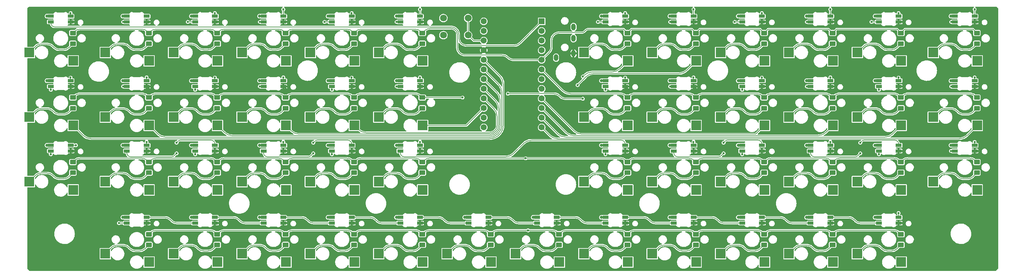
<source format=gbr>
%TF.GenerationSoftware,KiCad,Pcbnew,(6.0.7)*%
%TF.CreationDate,2022-09-18T11:37:26+07:00*%
%TF.ProjectId,Naked48,4e616b65-6434-4382-9e6b-696361645f70,rev?*%
%TF.SameCoordinates,Original*%
%TF.FileFunction,Copper,L2,Bot*%
%TF.FilePolarity,Positive*%
%FSLAX46Y46*%
G04 Gerber Fmt 4.6, Leading zero omitted, Abs format (unit mm)*
G04 Created by KiCad (PCBNEW (6.0.7)) date 2022-09-18 11:37:26*
%MOMM*%
%LPD*%
G01*
G04 APERTURE LIST*
G04 Aperture macros list*
%AMRoundRect*
0 Rectangle with rounded corners*
0 $1 Rounding radius*
0 $2 $3 $4 $5 $6 $7 $8 $9 X,Y pos of 4 corners*
0 Add a 4 corners polygon primitive as box body*
4,1,4,$2,$3,$4,$5,$6,$7,$8,$9,$2,$3,0*
0 Add four circle primitives for the rounded corners*
1,1,$1+$1,$2,$3*
1,1,$1+$1,$4,$5*
1,1,$1+$1,$6,$7*
1,1,$1+$1,$8,$9*
0 Add four rect primitives between the rounded corners*
20,1,$1+$1,$2,$3,$4,$5,0*
20,1,$1+$1,$4,$5,$6,$7,0*
20,1,$1+$1,$6,$7,$8,$9,0*
20,1,$1+$1,$8,$9,$2,$3,0*%
G04 Aperture macros list end*
%TA.AperFunction,SMDPad,CuDef*%
%ADD10R,2.600000X2.600000*%
%TD*%
%TA.AperFunction,ComponentPad*%
%ADD11O,1.200000X1.800000*%
%TD*%
%TA.AperFunction,ComponentPad*%
%ADD12C,1.800000*%
%TD*%
%TA.AperFunction,SMDPad,CuDef*%
%ADD13RoundRect,0.082000X0.718000X-0.328000X0.718000X0.328000X-0.718000X0.328000X-0.718000X-0.328000X0*%
%TD*%
%TA.AperFunction,ComponentPad*%
%ADD14R,1.600000X1.600000*%
%TD*%
%TA.AperFunction,ComponentPad*%
%ADD15C,1.600000*%
%TD*%
%TA.AperFunction,SMDPad,CuDef*%
%ADD16RoundRect,0.240000X-0.560000X0.360000X-0.560000X-0.360000X0.560000X-0.360000X0.560000X0.360000X0*%
%TD*%
%TA.AperFunction,ViaPad*%
%ADD17C,0.600000*%
%TD*%
%TA.AperFunction,ViaPad*%
%ADD18C,0.800000*%
%TD*%
%TA.AperFunction,Conductor*%
%ADD19C,0.200000*%
%TD*%
%TA.AperFunction,Conductor*%
%ADD20C,0.400000*%
%TD*%
G04 APERTURE END LIST*
D10*
%TO.P,MX1,1*%
%TO.N,Col0*%
X27275000Y-33030000D03*
%TO.P,MX1,2*%
%TO.N,Net-(D1-Pad2)*%
X15725000Y-30830000D03*
%TD*%
%TO.P,MX2,1*%
%TO.N,Col1*%
X47275000Y-33030000D03*
%TO.P,MX2,2*%
%TO.N,Net-(D2-Pad2)*%
X35725000Y-30830000D03*
%TD*%
%TO.P,MX3,1*%
%TO.N,Col2*%
X65275000Y-33030000D03*
%TO.P,MX3,2*%
%TO.N,Net-(D3-Pad2)*%
X53725000Y-30830000D03*
%TD*%
%TO.P,MX4,1*%
%TO.N,Col3*%
X83275000Y-33030000D03*
%TO.P,MX4,2*%
%TO.N,Net-(D4-Pad2)*%
X71725000Y-30830000D03*
%TD*%
%TO.P,MX5,1*%
%TO.N,Col4*%
X101275000Y-33030000D03*
%TO.P,MX5,2*%
%TO.N,Net-(D5-Pad2)*%
X89725000Y-30830000D03*
%TD*%
%TO.P,MX6,1*%
%TO.N,Col5*%
X119275000Y-33030000D03*
%TO.P,MX6,2*%
%TO.N,Net-(D6-Pad2)*%
X107725000Y-30830000D03*
%TD*%
%TO.P,MX7,1*%
%TO.N,Col6*%
X173275000Y-33030000D03*
%TO.P,MX7,2*%
%TO.N,Net-(D7-Pad2)*%
X161725000Y-30830000D03*
%TD*%
%TO.P,MX8,1*%
%TO.N,Col7*%
X191275000Y-33030000D03*
%TO.P,MX8,2*%
%TO.N,Net-(D8-Pad2)*%
X179725000Y-30830000D03*
%TD*%
%TO.P,MX9,1*%
%TO.N,Col8*%
X209275000Y-33030000D03*
%TO.P,MX9,2*%
%TO.N,Net-(D9-Pad2)*%
X197725000Y-30830000D03*
%TD*%
%TO.P,MX10,1*%
%TO.N,Col9*%
X227275000Y-33030000D03*
%TO.P,MX10,2*%
%TO.N,Net-(D10-Pad2)*%
X215725000Y-30830000D03*
%TD*%
%TO.P,MX11,1*%
%TO.N,Col10*%
X245275000Y-33030000D03*
%TO.P,MX11,2*%
%TO.N,Net-(D11-Pad2)*%
X233725000Y-30830000D03*
%TD*%
%TO.P,MX12,1*%
%TO.N,Col11*%
X265275000Y-33030000D03*
%TO.P,MX12,2*%
%TO.N,Net-(D12-Pad2)*%
X253725000Y-30830000D03*
%TD*%
%TO.P,MX13,1*%
%TO.N,Col0*%
X27275000Y-50030000D03*
%TO.P,MX13,2*%
%TO.N,Net-(D13-Pad2)*%
X15725000Y-47830000D03*
%TD*%
%TO.P,MX14,1*%
%TO.N,Col1*%
X47275000Y-50030000D03*
%TO.P,MX14,2*%
%TO.N,Net-(D14-Pad2)*%
X35725000Y-47830000D03*
%TD*%
%TO.P,MX15,1*%
%TO.N,Col2*%
X65275000Y-50030000D03*
%TO.P,MX15,2*%
%TO.N,Net-(D15-Pad2)*%
X53725000Y-47830000D03*
%TD*%
%TO.P,MX16,1*%
%TO.N,Col3*%
X83275000Y-50030000D03*
%TO.P,MX16,2*%
%TO.N,Net-(D16-Pad2)*%
X71725000Y-47830000D03*
%TD*%
%TO.P,MX17,1*%
%TO.N,Col4*%
X101275000Y-50030000D03*
%TO.P,MX17,2*%
%TO.N,Net-(D17-Pad2)*%
X89725000Y-47830000D03*
%TD*%
%TO.P,MX18,1*%
%TO.N,Col5*%
X119275000Y-50030000D03*
%TO.P,MX18,2*%
%TO.N,Net-(D18-Pad2)*%
X107725000Y-47830000D03*
%TD*%
%TO.P,MX19,1*%
%TO.N,Col6*%
X173275000Y-50030000D03*
%TO.P,MX19,2*%
%TO.N,Net-(D19-Pad2)*%
X161725000Y-47830000D03*
%TD*%
%TO.P,MX20,1*%
%TO.N,Col7*%
X191275000Y-50030000D03*
%TO.P,MX20,2*%
%TO.N,Net-(D20-Pad2)*%
X179725000Y-47830000D03*
%TD*%
%TO.P,MX21,1*%
%TO.N,Col8*%
X209275000Y-50030000D03*
%TO.P,MX21,2*%
%TO.N,Net-(D21-Pad2)*%
X197725000Y-47830000D03*
%TD*%
%TO.P,MX22,1*%
%TO.N,Col9*%
X227275000Y-50030000D03*
%TO.P,MX22,2*%
%TO.N,Net-(D22-Pad2)*%
X215725000Y-47830000D03*
%TD*%
%TO.P,MX23,1*%
%TO.N,Col10*%
X245275000Y-50030000D03*
%TO.P,MX23,2*%
%TO.N,Net-(D23-Pad2)*%
X233725000Y-47830000D03*
%TD*%
%TO.P,MX24,1*%
%TO.N,Col11*%
X265275000Y-50030000D03*
%TO.P,MX24,2*%
%TO.N,Net-(D24-Pad2)*%
X253725000Y-47830000D03*
%TD*%
%TO.P,MX25,1*%
%TO.N,Col0*%
X27275000Y-67030000D03*
%TO.P,MX25,2*%
%TO.N,Net-(D25-Pad2)*%
X15725000Y-64830000D03*
%TD*%
%TO.P,MX26,1*%
%TO.N,Col0*%
X47275000Y-86030000D03*
%TO.P,MX26,2*%
%TO.N,Net-(D26-Pad2)*%
X35725000Y-83830000D03*
%TD*%
%TO.P,MX27,1*%
%TO.N,Col1*%
X47275000Y-67030000D03*
%TO.P,MX27,2*%
%TO.N,Net-(D27-Pad2)*%
X35725000Y-64830000D03*
%TD*%
%TO.P,MX28,1*%
%TO.N,Col1*%
X65275000Y-86030000D03*
%TO.P,MX28,2*%
%TO.N,Net-(D28-Pad2)*%
X53725000Y-83830000D03*
%TD*%
%TO.P,MX29,1*%
%TO.N,Col2*%
X65275000Y-67030000D03*
%TO.P,MX29,2*%
%TO.N,Net-(D29-Pad2)*%
X53725000Y-64830000D03*
%TD*%
%TO.P,MX30,1*%
%TO.N,Col2*%
X83275000Y-86030000D03*
%TO.P,MX30,2*%
%TO.N,Net-(D30-Pad2)*%
X71725000Y-83830000D03*
%TD*%
%TO.P,MX31,1*%
%TO.N,Col3*%
X83275000Y-67030000D03*
%TO.P,MX31,2*%
%TO.N,Net-(D31-Pad2)*%
X71725000Y-64830000D03*
%TD*%
%TO.P,MX32,1*%
%TO.N,Col3*%
X101275000Y-86030000D03*
%TO.P,MX32,2*%
%TO.N,Net-(D32-Pad2)*%
X89725000Y-83830000D03*
%TD*%
%TO.P,MX33,1*%
%TO.N,Col4*%
X101275000Y-67030000D03*
%TO.P,MX33,2*%
%TO.N,Net-(D33-Pad2)*%
X89725000Y-64830000D03*
%TD*%
%TO.P,MX34,1*%
%TO.N,Col4*%
X119275000Y-86030000D03*
%TO.P,MX34,2*%
%TO.N,Net-(D34-Pad2)*%
X107725000Y-83830000D03*
%TD*%
%TO.P,MX35,1*%
%TO.N,Col5*%
X119275000Y-67030000D03*
%TO.P,MX35,2*%
%TO.N,Net-(D35-Pad2)*%
X107725000Y-64830000D03*
%TD*%
%TO.P,MX36,1*%
%TO.N,Col5*%
X137275000Y-86030000D03*
%TO.P,MX36,2*%
%TO.N,Net-(D36-Pad2)*%
X125725000Y-83830000D03*
%TD*%
%TO.P,MX37,1*%
%TO.N,Col6*%
X173275000Y-67030000D03*
%TO.P,MX37,2*%
%TO.N,Net-(D37-Pad2)*%
X161725000Y-64830000D03*
%TD*%
%TO.P,MX38,1*%
%TO.N,Col6*%
X155275000Y-86030000D03*
%TO.P,MX38,2*%
%TO.N,Net-(D38-Pad2)*%
X143725000Y-83830000D03*
%TD*%
%TO.P,MX39,1*%
%TO.N,Col7*%
X191275000Y-67030000D03*
%TO.P,MX39,2*%
%TO.N,Net-(D39-Pad2)*%
X179725000Y-64830000D03*
%TD*%
%TO.P,MX40,1*%
%TO.N,Col7*%
X173275000Y-86030000D03*
%TO.P,MX40,2*%
%TO.N,Net-(D40-Pad2)*%
X161725000Y-83830000D03*
%TD*%
%TO.P,MX41,1*%
%TO.N,Col8*%
X209275000Y-67030000D03*
%TO.P,MX41,2*%
%TO.N,Net-(D41-Pad2)*%
X197725000Y-64830000D03*
%TD*%
%TO.P,MX42,1*%
%TO.N,Col8*%
X191275000Y-86030000D03*
%TO.P,MX42,2*%
%TO.N,Net-(D42-Pad2)*%
X179725000Y-83830000D03*
%TD*%
%TO.P,MX43,1*%
%TO.N,Col9*%
X227275000Y-67030000D03*
%TO.P,MX43,2*%
%TO.N,Net-(D43-Pad2)*%
X215725000Y-64830000D03*
%TD*%
%TO.P,MX44,1*%
%TO.N,Col9*%
X209275000Y-86030000D03*
%TO.P,MX44,2*%
%TO.N,Net-(D44-Pad2)*%
X197725000Y-83830000D03*
%TD*%
%TO.P,MX45,1*%
%TO.N,Col10*%
X245275000Y-67030000D03*
%TO.P,MX45,2*%
%TO.N,Net-(D45-Pad2)*%
X233725000Y-64830000D03*
%TD*%
%TO.P,MX46,1*%
%TO.N,Col10*%
X227275000Y-86030000D03*
%TO.P,MX46,2*%
%TO.N,Net-(D46-Pad2)*%
X215725000Y-83830000D03*
%TD*%
%TO.P,MX47,1*%
%TO.N,Col11*%
X265275000Y-67030000D03*
%TO.P,MX47,2*%
%TO.N,Net-(D47-Pad2)*%
X253725000Y-64830000D03*
%TD*%
%TO.P,MX48,1*%
%TO.N,Col11*%
X245275000Y-86030000D03*
%TO.P,MX48,2*%
%TO.N,Net-(D48-Pad2)*%
X233725000Y-83830000D03*
%TD*%
D11*
%TO.P,J1,1*%
%TO.N,DATA*%
X159000000Y-24080000D03*
%TO.P,J1,2*%
%TO.N,GND*%
X159000000Y-27080000D03*
%TO.P,J1,3*%
%TO.N,+5V*%
X159000000Y-31080000D03*
%TO.P,J1,4*%
%TO.N,N/C*%
X154400000Y-32180000D03*
%TD*%
D12*
%TO.P,SW1,1*%
%TO.N,RST*%
X131250000Y-21750000D03*
%TO.P,SW1,2*%
%TO.N,GND*%
X124750000Y-26250000D03*
%TO.P,SW1,3*%
%TO.N,RST*%
X131250000Y-26250000D03*
%TO.P,SW1,4*%
%TO.N,GND*%
X124750000Y-21750000D03*
%TD*%
D13*
%TO.P,RGB1,1*%
%TO.N,+5V*%
X26600000Y-22750001D03*
%TO.P,RGB1,2*%
%TO.N,Net-(RGB1-Pad2)*%
X26600000Y-21250001D03*
%TO.P,RGB1,3*%
%TO.N,GND*%
X21400000Y-21250001D03*
%TO.P,RGB1,4*%
%TO.N,RGB*%
X21400000Y-22750001D03*
%TD*%
%TO.P,RGB2,1*%
%TO.N,+5V*%
X26600000Y-39750001D03*
%TO.P,RGB2,2*%
%TO.N,Net-(RGB2-Pad2)*%
X26600000Y-38250001D03*
%TO.P,RGB2,3*%
%TO.N,GND*%
X21400000Y-38250001D03*
%TO.P,RGB2,4*%
%TO.N,Net-(RGB1-Pad2)*%
X21400000Y-39750001D03*
%TD*%
%TO.P,RGB3,1*%
%TO.N,+5V*%
X26600000Y-56750001D03*
%TO.P,RGB3,2*%
%TO.N,Net-(RGB3-Pad2)*%
X26600000Y-55250001D03*
%TO.P,RGB3,3*%
%TO.N,GND*%
X21400000Y-55250001D03*
%TO.P,RGB3,4*%
%TO.N,Net-(RGB2-Pad2)*%
X21400000Y-56750001D03*
%TD*%
%TO.P,RGB4,1*%
%TO.N,+5V*%
X46600000Y-75750001D03*
%TO.P,RGB4,2*%
%TO.N,Net-(RGB4-Pad2)*%
X46600000Y-74250001D03*
%TO.P,RGB4,3*%
%TO.N,GND*%
X41400000Y-74250001D03*
%TO.P,RGB4,4*%
%TO.N,Net-(RGB3-Pad2)*%
X41400000Y-75750001D03*
%TD*%
%TO.P,RGB5,1*%
%TO.N,+5V*%
X64600000Y-75750001D03*
%TO.P,RGB5,2*%
%TO.N,Net-(RGB5-Pad2)*%
X64600000Y-74250001D03*
%TO.P,RGB5,3*%
%TO.N,GND*%
X59400000Y-74250001D03*
%TO.P,RGB5,4*%
%TO.N,Net-(RGB4-Pad2)*%
X59400000Y-75750001D03*
%TD*%
%TO.P,RGB6,1*%
%TO.N,+5V*%
X82600000Y-75750001D03*
%TO.P,RGB6,2*%
%TO.N,Net-(RGB6-Pad2)*%
X82600000Y-74250001D03*
%TO.P,RGB6,3*%
%TO.N,GND*%
X77400000Y-74250001D03*
%TO.P,RGB6,4*%
%TO.N,Net-(RGB5-Pad2)*%
X77400000Y-75750001D03*
%TD*%
%TO.P,RGB7,1*%
%TO.N,+5V*%
X100600000Y-75750001D03*
%TO.P,RGB7,2*%
%TO.N,Net-(RGB7-Pad2)*%
X100600000Y-74250001D03*
%TO.P,RGB7,3*%
%TO.N,GND*%
X95400000Y-74250001D03*
%TO.P,RGB7,4*%
%TO.N,Net-(RGB6-Pad2)*%
X95400000Y-75750001D03*
%TD*%
%TO.P,RGB8,1*%
%TO.N,+5V*%
X118600000Y-75750001D03*
%TO.P,RGB8,2*%
%TO.N,Net-(RGB16-Pad4)*%
X118600000Y-74250001D03*
%TO.P,RGB8,3*%
%TO.N,GND*%
X113400000Y-74250001D03*
%TO.P,RGB8,4*%
%TO.N,Net-(RGB7-Pad2)*%
X113400000Y-75750001D03*
%TD*%
%TO.P,RGB36,1*%
%TO.N,+5V*%
X46600000Y-39750001D03*
%TO.P,RGB36,2*%
%TO.N,Net-(RGB34-Pad4)*%
X46600000Y-38250001D03*
%TO.P,RGB36,3*%
%TO.N,GND*%
X41400000Y-38250001D03*
%TO.P,RGB36,4*%
%TO.N,Net-(RGB36-Pad4)*%
X41400000Y-39750001D03*
%TD*%
%TO.P,RGB38,1*%
%TO.N,+5V*%
X46600000Y-56750001D03*
%TO.P,RGB38,2*%
%TO.N,Net-(RGB36-Pad4)*%
X46600000Y-55250001D03*
%TO.P,RGB38,3*%
%TO.N,GND*%
X41400000Y-55250001D03*
%TO.P,RGB38,4*%
%TO.N,Net-(RGB38-Pad4)*%
X41400000Y-56750001D03*
%TD*%
%TO.P,RGB9,1*%
%TO.N,+5V*%
X264600000Y-56750001D03*
%TO.P,RGB9,2*%
%TO.N,Net-(RGB17-Pad4)*%
X264600000Y-55250001D03*
%TO.P,RGB9,3*%
%TO.N,GND*%
X259400000Y-55250001D03*
%TO.P,RGB9,4*%
%TO.N,Net-(RGB10-Pad2)*%
X259400000Y-56750001D03*
%TD*%
%TO.P,RGB10,1*%
%TO.N,+5V*%
X244600000Y-75750001D03*
%TO.P,RGB10,2*%
%TO.N,Net-(RGB10-Pad2)*%
X244600000Y-74250001D03*
%TO.P,RGB10,3*%
%TO.N,GND*%
X239400000Y-74250001D03*
%TO.P,RGB10,4*%
%TO.N,Net-(RGB10-Pad4)*%
X239400000Y-75750001D03*
%TD*%
%TO.P,RGB11,1*%
%TO.N,+5V*%
X226600000Y-75750001D03*
%TO.P,RGB11,2*%
%TO.N,Net-(RGB10-Pad4)*%
X226600000Y-74250001D03*
%TO.P,RGB11,3*%
%TO.N,GND*%
X221400000Y-74250001D03*
%TO.P,RGB11,4*%
%TO.N,Net-(RGB11-Pad4)*%
X221400000Y-75750001D03*
%TD*%
%TO.P,RGB12,1*%
%TO.N,+5V*%
X208600000Y-75750001D03*
%TO.P,RGB12,2*%
%TO.N,Net-(RGB11-Pad4)*%
X208600000Y-74250001D03*
%TO.P,RGB12,3*%
%TO.N,GND*%
X203400000Y-74250001D03*
%TO.P,RGB12,4*%
%TO.N,Net-(RGB12-Pad4)*%
X203400000Y-75750001D03*
%TD*%
%TO.P,RGB13,1*%
%TO.N,+5V*%
X190600000Y-75750001D03*
%TO.P,RGB13,2*%
%TO.N,Net-(RGB12-Pad4)*%
X190600000Y-74250001D03*
%TO.P,RGB13,3*%
%TO.N,GND*%
X185400000Y-74250001D03*
%TO.P,RGB13,4*%
%TO.N,Net-(RGB13-Pad4)*%
X185400000Y-75750001D03*
%TD*%
%TO.P,RGB14,1*%
%TO.N,+5V*%
X172600000Y-75750001D03*
%TO.P,RGB14,2*%
%TO.N,Net-(RGB13-Pad4)*%
X172600000Y-74250001D03*
%TO.P,RGB14,3*%
%TO.N,GND*%
X167400000Y-74250001D03*
%TO.P,RGB14,4*%
%TO.N,Net-(RGB14-Pad4)*%
X167400000Y-75750001D03*
%TD*%
%TO.P,RGB15,1*%
%TO.N,+5V*%
X154600000Y-75750001D03*
%TO.P,RGB15,2*%
%TO.N,Net-(RGB14-Pad4)*%
X154600000Y-74250001D03*
%TO.P,RGB15,3*%
%TO.N,GND*%
X149400000Y-74250001D03*
%TO.P,RGB15,4*%
%TO.N,Net-(RGB15-Pad4)*%
X149400000Y-75750001D03*
%TD*%
%TO.P,RGB16,1*%
%TO.N,+5V*%
X136600000Y-75750001D03*
%TO.P,RGB16,2*%
%TO.N,Net-(RGB15-Pad4)*%
X136600000Y-74250001D03*
%TO.P,RGB16,3*%
%TO.N,GND*%
X131400000Y-74250001D03*
%TO.P,RGB16,4*%
%TO.N,Net-(RGB16-Pad4)*%
X131400000Y-75750001D03*
%TD*%
%TO.P,RGB17,1*%
%TO.N,+5V*%
X264600000Y-39750001D03*
%TO.P,RGB17,2*%
%TO.N,Net-(RGB17-Pad2)*%
X264600000Y-38250001D03*
%TO.P,RGB17,3*%
%TO.N,GND*%
X259400000Y-38250001D03*
%TO.P,RGB17,4*%
%TO.N,Net-(RGB17-Pad4)*%
X259400000Y-39750001D03*
%TD*%
%TO.P,RGB18,1*%
%TO.N,+5V*%
X172600000Y-39750001D03*
%TO.P,RGB18,2*%
%TO.N,Net-(RGB18-Pad2)*%
X172600000Y-38250001D03*
%TO.P,RGB18,3*%
%TO.N,GND*%
X167400000Y-38250001D03*
%TO.P,RGB18,4*%
%TO.N,Net-(RGB18-Pad4)*%
X167400000Y-39750001D03*
%TD*%
%TO.P,RGB19,1*%
%TO.N,+5V*%
X264600000Y-22750001D03*
%TO.P,RGB19,2*%
%TO.N,Net-(RGB19-Pad2)*%
X264600000Y-21250001D03*
%TO.P,RGB19,3*%
%TO.N,GND*%
X259400000Y-21250001D03*
%TO.P,RGB19,4*%
%TO.N,Net-(RGB17-Pad2)*%
X259400000Y-22750001D03*
%TD*%
%TO.P,RGB20,1*%
%TO.N,+5V*%
X172600000Y-22750001D03*
%TO.P,RGB20,2*%
%TO.N,Net-(RGB18-Pad4)*%
X172600000Y-21250001D03*
%TO.P,RGB20,3*%
%TO.N,GND*%
X167400000Y-21250001D03*
%TO.P,RGB20,4*%
%TO.N,Net-(RGB20-Pad4)*%
X167400000Y-22750001D03*
%TD*%
%TO.P,RGB21,1*%
%TO.N,+5V*%
X244600000Y-22750001D03*
%TO.P,RGB21,2*%
%TO.N,Net-(RGB21-Pad2)*%
X244600000Y-21250001D03*
%TO.P,RGB21,3*%
%TO.N,GND*%
X239400000Y-21250001D03*
%TO.P,RGB21,4*%
%TO.N,Net-(RGB19-Pad2)*%
X239400000Y-22750001D03*
%TD*%
%TO.P,RGB22,1*%
%TO.N,+5V*%
X190600000Y-22750001D03*
%TO.P,RGB22,2*%
%TO.N,Net-(RGB20-Pad4)*%
X190600000Y-21250001D03*
%TO.P,RGB22,3*%
%TO.N,GND*%
X185400000Y-21250001D03*
%TO.P,RGB22,4*%
%TO.N,Net-(RGB22-Pad4)*%
X185400000Y-22750001D03*
%TD*%
%TO.P,RGB23,1*%
%TO.N,+5V*%
X244600000Y-39750001D03*
%TO.P,RGB23,2*%
%TO.N,Net-(RGB23-Pad2)*%
X244600000Y-38250001D03*
%TO.P,RGB23,3*%
%TO.N,GND*%
X239400000Y-38250001D03*
%TO.P,RGB23,4*%
%TO.N,Net-(RGB21-Pad2)*%
X239400000Y-39750001D03*
%TD*%
%TO.P,RGB24,1*%
%TO.N,+5V*%
X190600000Y-39750001D03*
%TO.P,RGB24,2*%
%TO.N,Net-(RGB22-Pad4)*%
X190600000Y-38250001D03*
%TO.P,RGB24,3*%
%TO.N,GND*%
X185400000Y-38250001D03*
%TO.P,RGB24,4*%
%TO.N,Net-(RGB24-Pad4)*%
X185400000Y-39750001D03*
%TD*%
%TO.P,RGB25,1*%
%TO.N,+5V*%
X244600000Y-56750001D03*
%TO.P,RGB25,2*%
%TO.N,Net-(RGB25-Pad2)*%
X244600000Y-55250001D03*
%TO.P,RGB25,3*%
%TO.N,GND*%
X239400000Y-55250001D03*
%TO.P,RGB25,4*%
%TO.N,Net-(RGB23-Pad2)*%
X239400000Y-56750001D03*
%TD*%
%TO.P,RGB26,1*%
%TO.N,+5V*%
X190600000Y-56750001D03*
%TO.P,RGB26,2*%
%TO.N,Net-(RGB24-Pad4)*%
X190600000Y-55250001D03*
%TO.P,RGB26,3*%
%TO.N,GND*%
X185400000Y-55250001D03*
%TO.P,RGB26,4*%
%TO.N,Net-(RGB26-Pad4)*%
X185400000Y-56750001D03*
%TD*%
%TO.P,RGB27,1*%
%TO.N,+5V*%
X226600000Y-56750001D03*
%TO.P,RGB27,2*%
%TO.N,Net-(RGB27-Pad2)*%
X226600000Y-55250001D03*
%TO.P,RGB27,3*%
%TO.N,GND*%
X221400000Y-55250001D03*
%TO.P,RGB27,4*%
%TO.N,Net-(RGB25-Pad2)*%
X221400000Y-56750001D03*
%TD*%
%TO.P,RGB28,1*%
%TO.N,+5V*%
X208600000Y-56750001D03*
%TO.P,RGB28,2*%
%TO.N,Net-(RGB26-Pad4)*%
X208600000Y-55250001D03*
%TO.P,RGB28,3*%
%TO.N,GND*%
X203400000Y-55250001D03*
%TO.P,RGB28,4*%
%TO.N,Net-(RGB28-Pad4)*%
X203400000Y-56750001D03*
%TD*%
%TO.P,RGB29,1*%
%TO.N,+5V*%
X226600000Y-39750001D03*
%TO.P,RGB29,2*%
%TO.N,Net-(RGB29-Pad2)*%
X226600000Y-38250001D03*
%TO.P,RGB29,3*%
%TO.N,GND*%
X221400000Y-38250001D03*
%TO.P,RGB29,4*%
%TO.N,Net-(RGB27-Pad2)*%
X221400000Y-39750001D03*
%TD*%
%TO.P,RGB30,1*%
%TO.N,+5V*%
X208600000Y-39750001D03*
%TO.P,RGB30,2*%
%TO.N,Net-(RGB28-Pad4)*%
X208600000Y-38250001D03*
%TO.P,RGB30,3*%
%TO.N,GND*%
X203400000Y-38250001D03*
%TO.P,RGB30,4*%
%TO.N,Net-(RGB30-Pad4)*%
X203400000Y-39750001D03*
%TD*%
%TO.P,RGB31,1*%
%TO.N,+5V*%
X226600000Y-22750001D03*
%TO.P,RGB31,2*%
%TO.N,Net-(RGB31-Pad2)*%
X226600000Y-21250001D03*
%TO.P,RGB31,3*%
%TO.N,GND*%
X221400000Y-21250001D03*
%TO.P,RGB31,4*%
%TO.N,Net-(RGB29-Pad2)*%
X221400000Y-22750001D03*
%TD*%
%TO.P,RGB32,1*%
%TO.N,+5V*%
X208600000Y-22750001D03*
%TO.P,RGB32,2*%
%TO.N,Net-(RGB30-Pad4)*%
X208600000Y-21250001D03*
%TO.P,RGB32,3*%
%TO.N,GND*%
X203400000Y-21250001D03*
%TO.P,RGB32,4*%
%TO.N,Net-(RGB31-Pad2)*%
X203400000Y-22750001D03*
%TD*%
%TO.P,RGB34,1*%
%TO.N,+5V*%
X46600000Y-22750001D03*
%TO.P,RGB34,2*%
%TO.N,Net-(RGB34-Pad2)*%
X46600000Y-21250001D03*
%TO.P,RGB34,3*%
%TO.N,GND*%
X41400000Y-21250001D03*
%TO.P,RGB34,4*%
%TO.N,Net-(RGB34-Pad4)*%
X41400000Y-22750001D03*
%TD*%
%TO.P,RGB33,1*%
%TO.N,+5V*%
X172600000Y-56750001D03*
%TO.P,RGB33,2*%
%TO.N,Net-(RGB33-Pad2)*%
X172600000Y-55250001D03*
%TO.P,RGB33,3*%
%TO.N,GND*%
X167400000Y-55250001D03*
%TO.P,RGB33,4*%
%TO.N,Net-(RGB18-Pad2)*%
X167400000Y-56750001D03*
%TD*%
%TO.P,RGB35,1*%
%TO.N,+5V*%
X118600000Y-56750001D03*
%TO.P,RGB35,2*%
%TO.N,Net-(RGB35-Pad2)*%
X118600000Y-55250001D03*
%TO.P,RGB35,3*%
%TO.N,GND*%
X113400000Y-55250001D03*
%TO.P,RGB35,4*%
%TO.N,Net-(RGB33-Pad2)*%
X113400000Y-56750001D03*
%TD*%
%TO.P,RGB37,1*%
%TO.N,+5V*%
X118600000Y-39750001D03*
%TO.P,RGB37,2*%
%TO.N,Net-(RGB37-Pad2)*%
X118600000Y-38250001D03*
%TO.P,RGB37,3*%
%TO.N,GND*%
X113400000Y-38250001D03*
%TO.P,RGB37,4*%
%TO.N,Net-(RGB35-Pad2)*%
X113400000Y-39750001D03*
%TD*%
%TO.P,RGB39,1*%
%TO.N,+5V*%
X118600000Y-22750001D03*
%TO.P,RGB39,2*%
%TO.N,Net-(RGB39-Pad2)*%
X118600000Y-21250001D03*
%TO.P,RGB39,3*%
%TO.N,GND*%
X113400000Y-21250001D03*
%TO.P,RGB39,4*%
%TO.N,Net-(RGB37-Pad2)*%
X113400000Y-22750001D03*
%TD*%
%TO.P,RGB40,1*%
%TO.N,+5V*%
X64600000Y-56750001D03*
%TO.P,RGB40,2*%
%TO.N,Net-(RGB38-Pad4)*%
X64600000Y-55250001D03*
%TO.P,RGB40,3*%
%TO.N,GND*%
X59400000Y-55250001D03*
%TO.P,RGB40,4*%
%TO.N,Net-(RGB40-Pad4)*%
X59400000Y-56750001D03*
%TD*%
%TO.P,RGB41,1*%
%TO.N,+5V*%
X100600000Y-22750001D03*
%TO.P,RGB41,2*%
%TO.N,Net-(RGB41-Pad2)*%
X100600000Y-21250001D03*
%TO.P,RGB41,3*%
%TO.N,GND*%
X95400000Y-21250001D03*
%TO.P,RGB41,4*%
%TO.N,Net-(RGB39-Pad2)*%
X95400000Y-22750001D03*
%TD*%
%TO.P,RGB42,1*%
%TO.N,+5V*%
X64600000Y-39750001D03*
%TO.P,RGB42,2*%
%TO.N,Net-(RGB40-Pad4)*%
X64600000Y-38250001D03*
%TO.P,RGB42,3*%
%TO.N,GND*%
X59400000Y-38250001D03*
%TO.P,RGB42,4*%
%TO.N,Net-(RGB42-Pad4)*%
X59400000Y-39750001D03*
%TD*%
%TO.P,RGB43,1*%
%TO.N,+5V*%
X100600000Y-39750001D03*
%TO.P,RGB43,2*%
%TO.N,Net-(RGB43-Pad2)*%
X100600000Y-38250001D03*
%TO.P,RGB43,3*%
%TO.N,GND*%
X95400000Y-38250001D03*
%TO.P,RGB43,4*%
%TO.N,Net-(RGB41-Pad2)*%
X95400000Y-39750001D03*
%TD*%
%TO.P,RGB44,1*%
%TO.N,+5V*%
X64600000Y-22750001D03*
%TO.P,RGB44,2*%
%TO.N,Net-(RGB42-Pad4)*%
X64600000Y-21250001D03*
%TO.P,RGB44,3*%
%TO.N,GND*%
X59400000Y-21250001D03*
%TO.P,RGB44,4*%
%TO.N,Net-(RGB44-Pad4)*%
X59400000Y-22750001D03*
%TD*%
%TO.P,RGB45,1*%
%TO.N,+5V*%
X100600000Y-56750001D03*
%TO.P,RGB45,2*%
%TO.N,Net-(RGB45-Pad2)*%
X100600000Y-55250001D03*
%TO.P,RGB45,3*%
%TO.N,GND*%
X95400000Y-55250001D03*
%TO.P,RGB45,4*%
%TO.N,Net-(RGB43-Pad2)*%
X95400000Y-56750001D03*
%TD*%
%TO.P,RGB46,1*%
%TO.N,+5V*%
X82600000Y-22750001D03*
%TO.P,RGB46,2*%
%TO.N,Net-(RGB44-Pad4)*%
X82600000Y-21250001D03*
%TO.P,RGB46,3*%
%TO.N,GND*%
X77400000Y-21250001D03*
%TO.P,RGB46,4*%
%TO.N,Net-(RGB46-Pad4)*%
X77400000Y-22750001D03*
%TD*%
%TO.P,RGB47,1*%
%TO.N,+5V*%
X82600000Y-56750001D03*
%TO.P,RGB47,2*%
%TO.N,Net-(RGB47-Pad2)*%
X82600000Y-55250001D03*
%TO.P,RGB47,3*%
%TO.N,GND*%
X77400000Y-55250001D03*
%TO.P,RGB47,4*%
%TO.N,Net-(RGB45-Pad2)*%
X77400000Y-56750001D03*
%TD*%
%TO.P,RGB48,1*%
%TO.N,+5V*%
X82600000Y-39750001D03*
%TO.P,RGB48,2*%
%TO.N,Net-(RGB46-Pad4)*%
X82600000Y-38250001D03*
%TO.P,RGB48,3*%
%TO.N,GND*%
X77400000Y-38250001D03*
%TO.P,RGB48,4*%
%TO.N,Net-(RGB47-Pad2)*%
X77400000Y-39750001D03*
%TD*%
D14*
%TO.P,U1,1*%
%TO.N,RGB*%
X150619999Y-22610000D03*
D15*
%TO.P,U1,2*%
%TO.N,DATA*%
X150619999Y-25150000D03*
%TO.P,U1,3*%
%TO.N,GND*%
X150619999Y-27690000D03*
%TO.P,U1,4*%
X150619999Y-30230000D03*
%TO.P,U1,5*%
%TO.N,Row0*%
X150619999Y-32770000D03*
%TO.P,U1,6*%
%TO.N,Row1*%
X150619999Y-35310000D03*
%TO.P,U1,7*%
%TO.N,Row2*%
X150619999Y-37850000D03*
%TO.P,U1,8*%
%TO.N,Row3*%
X150619999Y-40390000D03*
%TO.P,U1,9*%
%TO.N,Col8*%
X150619999Y-42930000D03*
%TO.P,U1,10*%
%TO.N,Col9*%
X150619999Y-45470000D03*
%TO.P,U1,11*%
%TO.N,Col10*%
X150619999Y-48010000D03*
%TO.P,U1,12*%
%TO.N,Col11*%
X150619999Y-50550000D03*
%TO.P,U1,13*%
%TO.N,Col7*%
X135379999Y-50550000D03*
%TO.P,U1,14*%
%TO.N,Col6*%
X135379999Y-48010000D03*
%TO.P,U1,15*%
%TO.N,Col5*%
X135379999Y-45470000D03*
%TO.P,U1,16*%
%TO.N,Col4*%
X135379999Y-42930000D03*
%TO.P,U1,17*%
%TO.N,Col3*%
X135379999Y-40390000D03*
%TO.P,U1,18*%
%TO.N,Col2*%
X135379999Y-37850000D03*
%TO.P,U1,19*%
%TO.N,Col1*%
X135379999Y-35310000D03*
%TO.P,U1,20*%
%TO.N,Col0*%
X135379999Y-32770000D03*
%TO.P,U1,21*%
%TO.N,+5V*%
X135379999Y-30230000D03*
%TO.P,U1,22*%
%TO.N,RST*%
X135379999Y-27690000D03*
%TO.P,U1,23*%
%TO.N,GND*%
X135379999Y-25150000D03*
%TO.P,U1,24*%
%TO.N,Net-(U1-Pad24)*%
X135379999Y-22610000D03*
%TD*%
D16*
%TO.P,D1,1*%
%TO.N,Row0*%
X27200000Y-25680000D03*
%TO.P,D1,2*%
%TO.N,Net-(D1-Pad2)*%
X27200000Y-28480000D03*
%TD*%
%TO.P,D2,1*%
%TO.N,Row0*%
X47200000Y-25680000D03*
%TO.P,D2,2*%
%TO.N,Net-(D2-Pad2)*%
X47200000Y-28480000D03*
%TD*%
%TO.P,D3,1*%
%TO.N,Row0*%
X65200000Y-25680000D03*
%TO.P,D3,2*%
%TO.N,Net-(D3-Pad2)*%
X65200000Y-28480000D03*
%TD*%
%TO.P,D4,1*%
%TO.N,Row0*%
X83200000Y-25680000D03*
%TO.P,D4,2*%
%TO.N,Net-(D4-Pad2)*%
X83200000Y-28480000D03*
%TD*%
%TO.P,D5,1*%
%TO.N,Row0*%
X101200000Y-25680000D03*
%TO.P,D5,2*%
%TO.N,Net-(D5-Pad2)*%
X101200000Y-28480000D03*
%TD*%
%TO.P,D6,1*%
%TO.N,Row0*%
X119200000Y-25680000D03*
%TO.P,D6,2*%
%TO.N,Net-(D6-Pad2)*%
X119200000Y-28480000D03*
%TD*%
%TO.P,D7,1*%
%TO.N,Row0*%
X173200000Y-25680000D03*
%TO.P,D7,2*%
%TO.N,Net-(D7-Pad2)*%
X173200000Y-28480000D03*
%TD*%
%TO.P,D8,1*%
%TO.N,Row0*%
X191200000Y-25680000D03*
%TO.P,D8,2*%
%TO.N,Net-(D8-Pad2)*%
X191200000Y-28480000D03*
%TD*%
%TO.P,D9,1*%
%TO.N,Row0*%
X209200000Y-25680000D03*
%TO.P,D9,2*%
%TO.N,Net-(D9-Pad2)*%
X209200000Y-28480000D03*
%TD*%
%TO.P,D10,1*%
%TO.N,Row0*%
X227200000Y-25680000D03*
%TO.P,D10,2*%
%TO.N,Net-(D10-Pad2)*%
X227200000Y-28480000D03*
%TD*%
%TO.P,D11,1*%
%TO.N,Row0*%
X245200000Y-25680000D03*
%TO.P,D11,2*%
%TO.N,Net-(D11-Pad2)*%
X245200000Y-28480000D03*
%TD*%
%TO.P,D12,1*%
%TO.N,Row0*%
X265200000Y-25680000D03*
%TO.P,D12,2*%
%TO.N,Net-(D12-Pad2)*%
X265200000Y-28480000D03*
%TD*%
%TO.P,D13,1*%
%TO.N,Row1*%
X27200000Y-42680000D03*
%TO.P,D13,2*%
%TO.N,Net-(D13-Pad2)*%
X27200000Y-45480000D03*
%TD*%
%TO.P,D14,1*%
%TO.N,Row1*%
X47200000Y-42680000D03*
%TO.P,D14,2*%
%TO.N,Net-(D14-Pad2)*%
X47200000Y-45480000D03*
%TD*%
%TO.P,D15,1*%
%TO.N,Row1*%
X65200000Y-42680000D03*
%TO.P,D15,2*%
%TO.N,Net-(D15-Pad2)*%
X65200000Y-45480000D03*
%TD*%
%TO.P,D16,1*%
%TO.N,Row1*%
X83200000Y-42680000D03*
%TO.P,D16,2*%
%TO.N,Net-(D16-Pad2)*%
X83200000Y-45480000D03*
%TD*%
%TO.P,D17,1*%
%TO.N,Row1*%
X101200000Y-42680000D03*
%TO.P,D17,2*%
%TO.N,Net-(D17-Pad2)*%
X101200000Y-45480000D03*
%TD*%
%TO.P,D18,1*%
%TO.N,Row1*%
X119200000Y-42680000D03*
%TO.P,D18,2*%
%TO.N,Net-(D18-Pad2)*%
X119200000Y-45480000D03*
%TD*%
%TO.P,D19,1*%
%TO.N,Row1*%
X173200000Y-42680000D03*
%TO.P,D19,2*%
%TO.N,Net-(D19-Pad2)*%
X173200000Y-45480000D03*
%TD*%
%TO.P,D20,1*%
%TO.N,Row1*%
X191200000Y-42680000D03*
%TO.P,D20,2*%
%TO.N,Net-(D20-Pad2)*%
X191200000Y-45480000D03*
%TD*%
%TO.P,D21,1*%
%TO.N,Row1*%
X209200000Y-42680000D03*
%TO.P,D21,2*%
%TO.N,Net-(D21-Pad2)*%
X209200000Y-45480000D03*
%TD*%
%TO.P,D22,1*%
%TO.N,Row1*%
X227200000Y-42680000D03*
%TO.P,D22,2*%
%TO.N,Net-(D22-Pad2)*%
X227200000Y-45480000D03*
%TD*%
%TO.P,D23,1*%
%TO.N,Row1*%
X245200000Y-42680000D03*
%TO.P,D23,2*%
%TO.N,Net-(D23-Pad2)*%
X245200000Y-45480000D03*
%TD*%
%TO.P,D24,1*%
%TO.N,Row1*%
X265200000Y-42680000D03*
%TO.P,D24,2*%
%TO.N,Net-(D24-Pad2)*%
X265200000Y-45480000D03*
%TD*%
%TO.P,D25,1*%
%TO.N,Row2*%
X27200000Y-59680000D03*
%TO.P,D25,2*%
%TO.N,Net-(D25-Pad2)*%
X27200000Y-62480000D03*
%TD*%
%TO.P,D26,1*%
%TO.N,Row3*%
X47200000Y-78680000D03*
%TO.P,D26,2*%
%TO.N,Net-(D26-Pad2)*%
X47200000Y-81480000D03*
%TD*%
%TO.P,D27,1*%
%TO.N,Row2*%
X47200000Y-59680000D03*
%TO.P,D27,2*%
%TO.N,Net-(D27-Pad2)*%
X47200000Y-62480000D03*
%TD*%
%TO.P,D28,1*%
%TO.N,Row3*%
X65200000Y-78680000D03*
%TO.P,D28,2*%
%TO.N,Net-(D28-Pad2)*%
X65200000Y-81480000D03*
%TD*%
%TO.P,D29,1*%
%TO.N,Row2*%
X65200000Y-59680000D03*
%TO.P,D29,2*%
%TO.N,Net-(D29-Pad2)*%
X65200000Y-62480000D03*
%TD*%
%TO.P,D30,1*%
%TO.N,Row3*%
X83200000Y-78680000D03*
%TO.P,D30,2*%
%TO.N,Net-(D30-Pad2)*%
X83200000Y-81480000D03*
%TD*%
%TO.P,D31,1*%
%TO.N,Row2*%
X83200000Y-59680000D03*
%TO.P,D31,2*%
%TO.N,Net-(D31-Pad2)*%
X83200000Y-62480000D03*
%TD*%
%TO.P,D32,1*%
%TO.N,Row3*%
X101200000Y-78680000D03*
%TO.P,D32,2*%
%TO.N,Net-(D32-Pad2)*%
X101200000Y-81480000D03*
%TD*%
%TO.P,D33,1*%
%TO.N,Row2*%
X101200000Y-59680000D03*
%TO.P,D33,2*%
%TO.N,Net-(D33-Pad2)*%
X101200000Y-62480000D03*
%TD*%
%TO.P,D34,1*%
%TO.N,Row3*%
X119200000Y-78680000D03*
%TO.P,D34,2*%
%TO.N,Net-(D34-Pad2)*%
X119200000Y-81480000D03*
%TD*%
%TO.P,D35,1*%
%TO.N,Row2*%
X119200000Y-59680000D03*
%TO.P,D35,2*%
%TO.N,Net-(D35-Pad2)*%
X119200000Y-62480000D03*
%TD*%
%TO.P,D36,1*%
%TO.N,Row3*%
X137200000Y-78680000D03*
%TO.P,D36,2*%
%TO.N,Net-(D36-Pad2)*%
X137200000Y-81480000D03*
%TD*%
%TO.P,D37,1*%
%TO.N,Row2*%
X173200000Y-59680000D03*
%TO.P,D37,2*%
%TO.N,Net-(D37-Pad2)*%
X173200000Y-62480000D03*
%TD*%
%TO.P,D38,1*%
%TO.N,Row3*%
X155200000Y-78680000D03*
%TO.P,D38,2*%
%TO.N,Net-(D38-Pad2)*%
X155200000Y-81480000D03*
%TD*%
%TO.P,D39,1*%
%TO.N,Row2*%
X191200000Y-59680000D03*
%TO.P,D39,2*%
%TO.N,Net-(D39-Pad2)*%
X191200000Y-62480000D03*
%TD*%
%TO.P,D40,1*%
%TO.N,Row3*%
X173200000Y-78680000D03*
%TO.P,D40,2*%
%TO.N,Net-(D40-Pad2)*%
X173200000Y-81480000D03*
%TD*%
%TO.P,D41,1*%
%TO.N,Row2*%
X209200000Y-59680000D03*
%TO.P,D41,2*%
%TO.N,Net-(D41-Pad2)*%
X209200000Y-62480000D03*
%TD*%
%TO.P,D42,1*%
%TO.N,Row3*%
X191200000Y-78680000D03*
%TO.P,D42,2*%
%TO.N,Net-(D42-Pad2)*%
X191200000Y-81480000D03*
%TD*%
%TO.P,D43,1*%
%TO.N,Row2*%
X227200000Y-59680000D03*
%TO.P,D43,2*%
%TO.N,Net-(D43-Pad2)*%
X227200000Y-62480000D03*
%TD*%
%TO.P,D44,1*%
%TO.N,Row3*%
X209200000Y-78680000D03*
%TO.P,D44,2*%
%TO.N,Net-(D44-Pad2)*%
X209200000Y-81480000D03*
%TD*%
%TO.P,D45,1*%
%TO.N,Row2*%
X245200000Y-59680000D03*
%TO.P,D45,2*%
%TO.N,Net-(D45-Pad2)*%
X245200000Y-62480000D03*
%TD*%
%TO.P,D46,1*%
%TO.N,Row3*%
X227200000Y-78680000D03*
%TO.P,D46,2*%
%TO.N,Net-(D46-Pad2)*%
X227200000Y-81480000D03*
%TD*%
%TO.P,D47,1*%
%TO.N,Row2*%
X265200000Y-59680000D03*
%TO.P,D47,2*%
%TO.N,Net-(D47-Pad2)*%
X265200000Y-62480000D03*
%TD*%
%TO.P,D48,1*%
%TO.N,Row3*%
X245200000Y-78680000D03*
%TO.P,D48,2*%
%TO.N,Net-(D48-Pad2)*%
X245200000Y-81480000D03*
%TD*%
D17*
%TO.N,Net-(RGB1-Pad2)*%
X26595000Y-20435000D03*
X21405000Y-40625000D03*
%TO.N,Net-(RGB2-Pad2)*%
X26595000Y-37435000D03*
X21405000Y-57625000D03*
%TO.N,Net-(RGB3-Pad2)*%
X28000000Y-55250000D03*
X39300000Y-75750000D03*
%TO.N,Net-(RGB10-Pad2)*%
X258350000Y-56750000D03*
X244595000Y-73105000D03*
%TO.N,Net-(RGB17-Pad4)*%
X264595000Y-54385000D03*
X258430000Y-39750000D03*
%TO.N,Net-(RGB17-Pad2)*%
X264595000Y-37385000D03*
X258430000Y-22750000D03*
%TO.N,Net-(RGB18-Pad4)*%
X172595000Y-20435000D03*
X167405000Y-40625000D03*
%TO.N,Net-(RGB18-Pad2)*%
X172595000Y-37435000D03*
X167405000Y-57625000D03*
%TO.N,Net-(RGB19-Pad2)*%
X237430000Y-22750000D03*
X264595000Y-19430000D03*
%TO.N,Net-(RGB20-Pad4)*%
X190595000Y-19430000D03*
X165430000Y-22750000D03*
%TO.N,Net-(RGB21-Pad2)*%
X244595000Y-20435000D03*
X239405000Y-40625000D03*
%TO.N,Net-(RGB22-Pad4)*%
X184430000Y-22750000D03*
X190595000Y-37385000D03*
%TO.N,Net-(RGB23-Pad2)*%
X239405000Y-57625000D03*
X244595000Y-37435000D03*
%TO.N,Net-(RGB24-Pad4)*%
X184430000Y-39750000D03*
X190595000Y-54385000D03*
%TO.N,Net-(RGB25-Pad2)*%
X234500000Y-57380000D03*
X234500000Y-54580000D03*
%TO.N,Net-(RGB26-Pad4)*%
X198500000Y-54580000D03*
X198500000Y-57380000D03*
%TO.N,Net-(RGB27-Pad2)*%
X226595000Y-54385000D03*
X220430000Y-39750000D03*
%TO.N,Net-(RGB28-Pad4)*%
X203405000Y-57625000D03*
X208595000Y-37435000D03*
%TO.N,Net-(RGB29-Pad2)*%
X226595000Y-37385000D03*
X220430000Y-22750000D03*
%TO.N,Net-(RGB30-Pad4)*%
X203405000Y-40625000D03*
X208595000Y-20435000D03*
%TO.N,Net-(RGB31-Pad2)*%
X201430000Y-22750000D03*
X226595000Y-19430000D03*
%TO.N,Net-(RGB34-Pad4)*%
X40430000Y-22750000D03*
X46595000Y-37385000D03*
%TO.N,Net-(RGB35-Pad2)*%
X118595000Y-54385000D03*
X112430000Y-39750000D03*
%TO.N,Net-(RGB36-Pad4)*%
X40430000Y-39750000D03*
X46595000Y-54385000D03*
%TO.N,Net-(RGB37-Pad2)*%
X112430000Y-22750000D03*
X118595000Y-37385000D03*
%TO.N,Net-(RGB38-Pad4)*%
X54500000Y-57380000D03*
X54500000Y-54580000D03*
%TO.N,Net-(RGB39-Pad2)*%
X93430000Y-22750000D03*
X118595000Y-19430000D03*
%TO.N,Net-(RGB40-Pad4)*%
X64595000Y-37435000D03*
X59405000Y-57625000D03*
%TO.N,Net-(RGB41-Pad2)*%
X100595000Y-20435000D03*
X95405000Y-40625000D03*
%TO.N,Net-(RGB42-Pad4)*%
X59405000Y-40625000D03*
X64595000Y-20435000D03*
%TO.N,Net-(RGB43-Pad2)*%
X100595000Y-37435000D03*
X95405000Y-57625000D03*
%TO.N,Net-(RGB44-Pad4)*%
X82595000Y-19430000D03*
X57430000Y-22750000D03*
%TO.N,Net-(RGB45-Pad2)*%
X90500000Y-54580000D03*
X90500000Y-57380000D03*
%TO.N,Net-(RGB46-Pad4)*%
X76430000Y-22750000D03*
X82595000Y-37385000D03*
%TO.N,Net-(RGB47-Pad2)*%
X82595000Y-54385000D03*
X76430000Y-39750000D03*
D18*
%TO.N,Col0*%
X27275000Y-50030000D03*
D17*
X47275000Y-86030000D03*
D18*
X27275000Y-33030000D03*
X27275000Y-67030000D03*
%TO.N,Col1*%
X47275000Y-50030000D03*
X65275000Y-86030000D03*
X47275000Y-33030000D03*
X47275000Y-67030000D03*
%TO.N,Col2*%
X65275000Y-50030000D03*
X65275000Y-67030000D03*
X65275000Y-33030000D03*
X83275000Y-86030000D03*
%TO.N,Col3*%
X83275000Y-50030000D03*
X83275000Y-67030000D03*
X83275000Y-33030000D03*
X101275000Y-86030000D03*
%TO.N,Col4*%
X101275000Y-50030000D03*
X101275000Y-67030000D03*
X101275000Y-33030000D03*
X119275000Y-86030000D03*
%TO.N,Col5*%
X119275000Y-50030000D03*
X119275000Y-67030000D03*
X119275000Y-33030000D03*
X137275000Y-86030000D03*
%TO.N,Col6*%
X173275000Y-50030000D03*
X173275000Y-67030000D03*
X173275000Y-33030000D03*
D17*
X161463235Y-43006765D03*
X161463235Y-37163235D03*
X141729999Y-41660000D03*
D18*
X155275000Y-86030000D03*
%TO.N,Col7*%
X191275000Y-67030000D03*
X191275000Y-33030000D03*
D17*
X160075000Y-39400000D03*
D18*
X173275000Y-86030000D03*
X191275000Y-50030000D03*
%TO.N,Col11*%
X265275000Y-67030000D03*
X265275000Y-50030000D03*
X265275000Y-33030000D03*
X245275000Y-86030000D03*
%TO.N,Col10*%
X245275000Y-50030000D03*
X245275000Y-67030000D03*
X245275000Y-33030000D03*
X227275000Y-86030000D03*
%TO.N,Col9*%
X227275000Y-50030000D03*
X227275000Y-67030000D03*
X227275000Y-33030000D03*
X209275000Y-86030000D03*
%TO.N,Col8*%
X209275000Y-50030000D03*
X209275000Y-67030000D03*
X209275000Y-33030000D03*
X191275000Y-86030000D03*
D17*
%TO.N,Row3*%
X147055000Y-77680000D03*
%TO.N,Row2*%
X146400000Y-58680000D03*
%TO.N,Row1*%
X129800000Y-42680000D03*
D18*
%TO.N,+5V*%
X194900000Y-40980000D03*
X194900000Y-55280000D03*
X105250000Y-29980000D03*
X50900000Y-40980000D03*
D17*
X105250000Y-21480000D03*
D18*
X86900000Y-55280000D03*
X86900000Y-40980000D03*
X176900000Y-55280000D03*
X176900000Y-40980000D03*
X50900000Y-55280000D03*
%TO.N,GND*%
X40370000Y-74250000D03*
X58370000Y-21250000D03*
X76370000Y-21250000D03*
X94370000Y-21250000D03*
X112370000Y-21250000D03*
X166370000Y-21250000D03*
X184370000Y-21250000D03*
X202370000Y-21250000D03*
X220370000Y-21250000D03*
X238370000Y-21250000D03*
X40370000Y-38250000D03*
X58370000Y-38250000D03*
X76370000Y-38250000D03*
X94370000Y-38250000D03*
X112370000Y-38250000D03*
X166370000Y-38250000D03*
X184370000Y-38250000D03*
X202370000Y-38250000D03*
X220370000Y-38250000D03*
X238370000Y-38250000D03*
X40370000Y-55250000D03*
X58370000Y-55250000D03*
X76370000Y-55250000D03*
X94370000Y-55250000D03*
X112370000Y-55250000D03*
X166370000Y-55250000D03*
X184370000Y-55250000D03*
X202370000Y-55250000D03*
X220370000Y-55250000D03*
X238370000Y-55250000D03*
X58370000Y-74250000D03*
X76370000Y-74250000D03*
X94370000Y-74250000D03*
X112370000Y-74250000D03*
X130370000Y-74250000D03*
X148370000Y-74250000D03*
X166370000Y-74250000D03*
X184370000Y-74250000D03*
X202370000Y-74250000D03*
X220370000Y-74250000D03*
X238370000Y-74250000D03*
X20370000Y-55250000D03*
X258370000Y-55250000D03*
X40370000Y-21250000D03*
X20370000Y-21250000D03*
X20370000Y-38250000D03*
X258370000Y-21250000D03*
X258370000Y-38250000D03*
%TD*%
D19*
%TO.N,Net-(RGB33-Pad2)*%
X171595000Y-53925000D02*
G75*
G02*
X172595000Y-54924990I0J-1000000D01*
G01*
%TO.N,Net-(D1-Pad2)*%
X18803427Y-28580000D02*
X20471573Y-28580000D01*
X15725000Y-30830000D02*
X17389214Y-29165786D01*
X21885787Y-29165787D02*
X22214214Y-29494214D01*
X26185787Y-29494213D02*
X27200000Y-28480000D01*
X23628427Y-30080000D02*
X24771573Y-30080000D01*
X20471573Y-28580020D02*
G75*
G02*
X21885786Y-29165788I27J-1999980D01*
G01*
X22214200Y-29494228D02*
G75*
G03*
X23628427Y-30080000I1414200J1414228D01*
G01*
X24771573Y-30079980D02*
G75*
G03*
X26185786Y-29494212I27J1999980D01*
G01*
X18803427Y-28580020D02*
G75*
G03*
X17389215Y-29165787I-27J-1999980D01*
G01*
%TO.N,Net-(D2-Pad2)*%
X41885787Y-29165787D02*
X42214214Y-29494214D01*
X35725000Y-30830000D02*
X37389214Y-29165786D01*
X43628427Y-30080000D02*
X44771573Y-30080000D01*
X38803427Y-28580000D02*
X40471573Y-28580000D01*
X46185787Y-29494213D02*
X47200000Y-28480000D01*
X38803427Y-28580020D02*
G75*
G03*
X37389215Y-29165787I-27J-1999980D01*
G01*
X44771573Y-30079980D02*
G75*
G03*
X46185786Y-29494212I27J1999980D01*
G01*
X43628427Y-30079980D02*
G75*
G02*
X42214215Y-29494213I-27J1999980D01*
G01*
X40471573Y-28580020D02*
G75*
G02*
X41885786Y-29165788I27J-1999980D01*
G01*
%TO.N,Net-(D3-Pad2)*%
X56803427Y-28580000D02*
X58471573Y-28580000D01*
X53725000Y-30830000D02*
X55389214Y-29165786D01*
X59885787Y-29165787D02*
X60214214Y-29494214D01*
X64185787Y-29494213D02*
X65200000Y-28480000D01*
X61628427Y-30080000D02*
X62771573Y-30080000D01*
X60214200Y-29494228D02*
G75*
G03*
X61628427Y-30080000I1414200J1414228D01*
G01*
X62771573Y-30079980D02*
G75*
G03*
X64185786Y-29494212I27J1999980D01*
G01*
X59885801Y-29165773D02*
G75*
G03*
X58471573Y-28580000I-1414201J-1414227D01*
G01*
X56803427Y-28580020D02*
G75*
G03*
X55389215Y-29165787I-27J-1999980D01*
G01*
%TO.N,Net-(D4-Pad2)*%
X74803427Y-28580000D02*
X76471573Y-28580000D01*
X71725000Y-30830000D02*
X73389214Y-29165786D01*
X77885787Y-29165787D02*
X78214214Y-29494214D01*
X82185787Y-29494213D02*
X83200000Y-28480000D01*
X79628427Y-30080000D02*
X80771573Y-30080000D01*
X78214200Y-29494228D02*
G75*
G03*
X79628427Y-30080000I1414200J1414228D01*
G01*
X74803427Y-28580020D02*
G75*
G03*
X73389215Y-29165787I-27J-1999980D01*
G01*
X82185801Y-29494227D02*
G75*
G02*
X80771573Y-30080000I-1414201J1414227D01*
G01*
X76471573Y-28580020D02*
G75*
G02*
X77885786Y-29165788I27J-1999980D01*
G01*
%TO.N,Net-(D5-Pad2)*%
X92803427Y-28580000D02*
X94471573Y-28580000D01*
X89725000Y-30830000D02*
X91389214Y-29165786D01*
X95885787Y-29165787D02*
X96214214Y-29494214D01*
X100185787Y-29494213D02*
X101200000Y-28480000D01*
X97628427Y-30080000D02*
X98771573Y-30080000D01*
X97628427Y-30079980D02*
G75*
G02*
X96214215Y-29494213I-27J1999980D01*
G01*
X92803427Y-28580020D02*
G75*
G03*
X91389215Y-29165787I-27J-1999980D01*
G01*
X98771573Y-30079980D02*
G75*
G03*
X100185786Y-29494212I27J1999980D01*
G01*
X94471573Y-28580020D02*
G75*
G02*
X95885786Y-29165788I27J-1999980D01*
G01*
%TO.N,Net-(D6-Pad2)*%
X110803427Y-28580000D02*
X112471573Y-28580000D01*
X107725000Y-30830000D02*
X109389214Y-29165786D01*
X113885787Y-29165787D02*
X114214214Y-29494214D01*
X118185787Y-29494213D02*
X119200000Y-28480000D01*
X115628427Y-30080000D02*
X116771573Y-30080000D01*
X109389200Y-29165772D02*
G75*
G02*
X110803427Y-28580000I1414200J-1414228D01*
G01*
X114214200Y-29494228D02*
G75*
G03*
X115628427Y-30080000I1414200J1414228D01*
G01*
X113885801Y-29165773D02*
G75*
G03*
X112471573Y-28580000I-1414201J-1414227D01*
G01*
X118185801Y-29494227D02*
G75*
G02*
X116771573Y-30080000I-1414201J1414227D01*
G01*
%TO.N,Net-(D7-Pad2)*%
X164803427Y-28580000D02*
X166471573Y-28580000D01*
X161725000Y-30830000D02*
X163389214Y-29165786D01*
X167885787Y-29165787D02*
X168214214Y-29494214D01*
X172185787Y-29494213D02*
X173200000Y-28480000D01*
X169628427Y-30080000D02*
X170771573Y-30080000D01*
X168214200Y-29494228D02*
G75*
G03*
X169628427Y-30080000I1414200J1414228D01*
G01*
X167885801Y-29165773D02*
G75*
G03*
X166471573Y-28580000I-1414201J-1414227D01*
G01*
X163389200Y-29165772D02*
G75*
G02*
X164803427Y-28580000I1414200J-1414228D01*
G01*
X172185801Y-29494227D02*
G75*
G02*
X170771573Y-30080000I-1414201J1414227D01*
G01*
%TO.N,Net-(D8-Pad2)*%
X182803427Y-28580000D02*
X184471573Y-28580000D01*
X179725000Y-30830000D02*
X181389214Y-29165786D01*
X185885787Y-29165787D02*
X186214214Y-29494214D01*
X190185787Y-29494213D02*
X191200000Y-28480000D01*
X187628427Y-30080000D02*
X188771573Y-30080000D01*
X185885801Y-29165773D02*
G75*
G03*
X184471573Y-28580000I-1414201J-1414227D01*
G01*
X188771573Y-30079980D02*
G75*
G03*
X190185786Y-29494212I27J1999980D01*
G01*
X187628427Y-30079980D02*
G75*
G02*
X186214215Y-29494213I-27J1999980D01*
G01*
X182803427Y-28580020D02*
G75*
G03*
X181389215Y-29165787I-27J-1999980D01*
G01*
%TO.N,Net-(D9-Pad2)*%
X200803427Y-28580000D02*
X202471573Y-28580000D01*
X197725000Y-30830000D02*
X199389214Y-29165786D01*
X203885787Y-29165787D02*
X204214214Y-29494214D01*
X208185787Y-29494213D02*
X209200000Y-28480000D01*
X205628427Y-30080000D02*
X206771573Y-30080000D01*
X203885801Y-29165773D02*
G75*
G03*
X202471573Y-28580000I-1414201J-1414227D01*
G01*
X204214200Y-29494228D02*
G75*
G03*
X205628427Y-30080000I1414200J1414228D01*
G01*
X208185801Y-29494227D02*
G75*
G02*
X206771573Y-30080000I-1414201J1414227D01*
G01*
X199389200Y-29165772D02*
G75*
G02*
X200803427Y-28580000I1414200J-1414228D01*
G01*
%TO.N,Net-(D10-Pad2)*%
X218803427Y-28580000D02*
X220471573Y-28580000D01*
X215725000Y-30830000D02*
X217389214Y-29165786D01*
X221885787Y-29165787D02*
X222214214Y-29494214D01*
X226185787Y-29494213D02*
X227200000Y-28480000D01*
X223628427Y-30080000D02*
X224771573Y-30080000D01*
X224771573Y-30079980D02*
G75*
G03*
X226185786Y-29494212I27J1999980D01*
G01*
X222214200Y-29494228D02*
G75*
G03*
X223628427Y-30080000I1414200J1414228D01*
G01*
X218803427Y-28580020D02*
G75*
G03*
X217389215Y-29165787I-27J-1999980D01*
G01*
X221885801Y-29165773D02*
G75*
G03*
X220471573Y-28580000I-1414201J-1414227D01*
G01*
%TO.N,Net-(D11-Pad2)*%
X236803427Y-28580000D02*
X238471573Y-28580000D01*
X233725000Y-30830000D02*
X235389214Y-29165786D01*
X239885787Y-29165787D02*
X240214214Y-29494214D01*
X244185787Y-29494213D02*
X245200000Y-28480000D01*
X241628427Y-30080000D02*
X242771573Y-30080000D01*
X240214200Y-29494228D02*
G75*
G03*
X241628427Y-30080000I1414200J1414228D01*
G01*
X235389200Y-29165772D02*
G75*
G02*
X236803427Y-28580000I1414200J-1414228D01*
G01*
X242771573Y-30079980D02*
G75*
G03*
X244185786Y-29494212I27J1999980D01*
G01*
X239885801Y-29165773D02*
G75*
G03*
X238471573Y-28580000I-1414201J-1414227D01*
G01*
%TO.N,Net-(D12-Pad2)*%
X259885787Y-29165787D02*
X260214214Y-29494214D01*
X253725000Y-30830000D02*
X255389214Y-29165786D01*
X264185787Y-29494213D02*
X265200000Y-28480000D01*
X256803427Y-28580000D02*
X258471573Y-28580000D01*
X261628427Y-30080000D02*
X262771573Y-30080000D01*
X262771573Y-30079980D02*
G75*
G03*
X264185786Y-29494212I27J1999980D01*
G01*
X261628427Y-30079980D02*
G75*
G02*
X260214215Y-29494213I-27J1999980D01*
G01*
X259885801Y-29165773D02*
G75*
G03*
X258471573Y-28580000I-1414201J-1414227D01*
G01*
X255389200Y-29165772D02*
G75*
G02*
X256803427Y-28580000I1414200J-1414228D01*
G01*
%TO.N,Net-(D13-Pad2)*%
X15725000Y-47830000D02*
X17389214Y-46165786D01*
X26185787Y-46494213D02*
X27200000Y-45480000D01*
X18803427Y-45580000D02*
X20471573Y-45580000D01*
X21885787Y-46165787D02*
X22214214Y-46494214D01*
X23628427Y-47080000D02*
X24771573Y-47080000D01*
X18803427Y-45580020D02*
G75*
G03*
X17389215Y-46165787I-27J-1999980D01*
G01*
X20471573Y-45580020D02*
G75*
G02*
X21885786Y-46165788I27J-1999980D01*
G01*
X23628427Y-47079980D02*
G75*
G02*
X22214215Y-46494213I-27J1999980D01*
G01*
X26185801Y-46494227D02*
G75*
G02*
X24771573Y-47080000I-1414201J1414227D01*
G01*
%TO.N,Net-(D14-Pad2)*%
X38803427Y-45580000D02*
X40471573Y-45580000D01*
X35725000Y-47830000D02*
X37389214Y-46165786D01*
X41885787Y-46165787D02*
X42214214Y-46494214D01*
X46185787Y-46494213D02*
X47200000Y-45480000D01*
X43628427Y-47080000D02*
X44771573Y-47080000D01*
X44771573Y-47079980D02*
G75*
G03*
X46185786Y-46494212I27J1999980D01*
G01*
X43628427Y-47079980D02*
G75*
G02*
X42214215Y-46494213I-27J1999980D01*
G01*
X37389200Y-46165772D02*
G75*
G02*
X38803427Y-45580000I1414200J-1414228D01*
G01*
X41885801Y-46165773D02*
G75*
G03*
X40471573Y-45580000I-1414201J-1414227D01*
G01*
%TO.N,Net-(D15-Pad2)*%
X56803427Y-45580000D02*
X58471573Y-45580000D01*
X53725000Y-47830000D02*
X55389214Y-46165786D01*
X59885787Y-46165787D02*
X60214214Y-46494214D01*
X64185787Y-46494213D02*
X65200000Y-45480000D01*
X61628427Y-47080000D02*
X62771573Y-47080000D01*
X64185801Y-46494227D02*
G75*
G02*
X62771573Y-47080000I-1414201J1414227D01*
G01*
X59885801Y-46165773D02*
G75*
G03*
X58471573Y-45580000I-1414201J-1414227D01*
G01*
X61628427Y-47079980D02*
G75*
G02*
X60214215Y-46494213I-27J1999980D01*
G01*
X55389200Y-46165772D02*
G75*
G02*
X56803427Y-45580000I1414200J-1414228D01*
G01*
%TO.N,Net-(D16-Pad2)*%
X74803427Y-45580000D02*
X76471573Y-45580000D01*
X71725000Y-47830000D02*
X73389214Y-46165786D01*
X77885787Y-46165787D02*
X78214214Y-46494214D01*
X82185787Y-46494213D02*
X83200000Y-45480000D01*
X79628427Y-47080000D02*
X80771573Y-47080000D01*
X73389200Y-46165772D02*
G75*
G02*
X74803427Y-45580000I1414200J-1414228D01*
G01*
X79628427Y-47079980D02*
G75*
G02*
X78214215Y-46494213I-27J1999980D01*
G01*
X76471573Y-45580020D02*
G75*
G02*
X77885786Y-46165788I27J-1999980D01*
G01*
X80771573Y-47079980D02*
G75*
G03*
X82185786Y-46494212I27J1999980D01*
G01*
%TO.N,Net-(D17-Pad2)*%
X92803427Y-45580000D02*
X94471573Y-45580000D01*
X89725000Y-47830000D02*
X91389214Y-46165786D01*
X95885787Y-46165787D02*
X96214214Y-46494214D01*
X100185787Y-46494213D02*
X101200000Y-45480000D01*
X97628427Y-47080000D02*
X98771573Y-47080000D01*
X91389200Y-46165772D02*
G75*
G02*
X92803427Y-45580000I1414200J-1414228D01*
G01*
X95885801Y-46165773D02*
G75*
G03*
X94471573Y-45580000I-1414201J-1414227D01*
G01*
X100185801Y-46494227D02*
G75*
G02*
X98771573Y-47080000I-1414201J1414227D01*
G01*
X96214200Y-46494228D02*
G75*
G03*
X97628427Y-47080000I1414200J1414228D01*
G01*
%TO.N,Net-(D18-Pad2)*%
X110803427Y-45580000D02*
X112471573Y-45580000D01*
X107725000Y-47830000D02*
X109389214Y-46165786D01*
X113885787Y-46165787D02*
X114214214Y-46494214D01*
X118185787Y-46494213D02*
X119200000Y-45480000D01*
X115628427Y-47080000D02*
X116771573Y-47080000D01*
X113885801Y-46165773D02*
G75*
G03*
X112471573Y-45580000I-1414201J-1414227D01*
G01*
X109389200Y-46165772D02*
G75*
G02*
X110803427Y-45580000I1414200J-1414228D01*
G01*
X114214200Y-46494228D02*
G75*
G03*
X115628427Y-47080000I1414200J1414228D01*
G01*
X118185801Y-46494227D02*
G75*
G02*
X116771573Y-47080000I-1414201J1414227D01*
G01*
%TO.N,Net-(D19-Pad2)*%
X164803427Y-45580000D02*
X166471573Y-45580000D01*
X161725000Y-47830000D02*
X163389214Y-46165786D01*
X167885787Y-46165787D02*
X168214214Y-46494214D01*
X172185787Y-46494213D02*
X173200000Y-45480000D01*
X169628427Y-47080000D02*
X170771573Y-47080000D01*
X167885801Y-46165773D02*
G75*
G03*
X166471573Y-45580000I-1414201J-1414227D01*
G01*
X170771573Y-47079980D02*
G75*
G03*
X172185786Y-46494212I27J1999980D01*
G01*
X169628427Y-47079980D02*
G75*
G02*
X168214215Y-46494213I-27J1999980D01*
G01*
X164803427Y-45580020D02*
G75*
G03*
X163389215Y-46165787I-27J-1999980D01*
G01*
%TO.N,Net-(D20-Pad2)*%
X182803427Y-45580000D02*
X184471573Y-45580000D01*
X179725000Y-47830000D02*
X181389214Y-46165786D01*
X185885787Y-46165787D02*
X186214214Y-46494214D01*
X190185787Y-46494213D02*
X191200000Y-45480000D01*
X187628427Y-47080000D02*
X188771573Y-47080000D01*
X187628427Y-47079980D02*
G75*
G02*
X186214215Y-46494213I-27J1999980D01*
G01*
X185885801Y-46165773D02*
G75*
G03*
X184471573Y-45580000I-1414201J-1414227D01*
G01*
X181389200Y-46165772D02*
G75*
G02*
X182803427Y-45580000I1414200J-1414228D01*
G01*
X188771573Y-47079980D02*
G75*
G03*
X190185786Y-46494212I27J1999980D01*
G01*
%TO.N,Net-(D21-Pad2)*%
X200803427Y-45580000D02*
X202471573Y-45580000D01*
X197725000Y-47830000D02*
X199389214Y-46165786D01*
X203885787Y-46165787D02*
X204214214Y-46494214D01*
X208185787Y-46494213D02*
X209200000Y-45480000D01*
X205628427Y-47080000D02*
X206771573Y-47080000D01*
X204214200Y-46494228D02*
G75*
G03*
X205628427Y-47080000I1414200J1414228D01*
G01*
X206771573Y-47079980D02*
G75*
G03*
X208185786Y-46494212I27J1999980D01*
G01*
X203885801Y-46165773D02*
G75*
G03*
X202471573Y-45580000I-1414201J-1414227D01*
G01*
X200803427Y-45580020D02*
G75*
G03*
X199389215Y-46165787I-27J-1999980D01*
G01*
%TO.N,Net-(D22-Pad2)*%
X218803427Y-45580000D02*
X220471573Y-45580000D01*
X215725000Y-47830000D02*
X217389214Y-46165786D01*
X221885787Y-46165787D02*
X222214214Y-46494214D01*
X226185787Y-46494213D02*
X227200000Y-45480000D01*
X223628427Y-47080000D02*
X224771573Y-47080000D01*
X221885801Y-46165773D02*
G75*
G03*
X220471573Y-45580000I-1414201J-1414227D01*
G01*
X224771573Y-47079980D02*
G75*
G03*
X226185786Y-46494212I27J1999980D01*
G01*
X218803427Y-45580020D02*
G75*
G03*
X217389215Y-46165787I-27J-1999980D01*
G01*
X223628427Y-47079980D02*
G75*
G02*
X222214215Y-46494213I-27J1999980D01*
G01*
%TO.N,Net-(D23-Pad2)*%
X236803427Y-45580000D02*
X238471573Y-45580000D01*
X233725000Y-47830000D02*
X235389214Y-46165786D01*
X239885787Y-46165787D02*
X240214214Y-46494214D01*
X244185787Y-46494213D02*
X245200000Y-45480000D01*
X241628427Y-47080000D02*
X242771573Y-47080000D01*
X238471573Y-45580020D02*
G75*
G02*
X239885786Y-46165788I27J-1999980D01*
G01*
X242771573Y-47079980D02*
G75*
G03*
X244185786Y-46494212I27J1999980D01*
G01*
X236803427Y-45580020D02*
G75*
G03*
X235389215Y-46165787I-27J-1999980D01*
G01*
X241628427Y-47079980D02*
G75*
G02*
X240214215Y-46494213I-27J1999980D01*
G01*
%TO.N,Net-(D24-Pad2)*%
X256803427Y-45580000D02*
X258471573Y-45580000D01*
X259885787Y-46165787D02*
X260214214Y-46494214D01*
X261628427Y-47080000D02*
X262771573Y-47080000D01*
X264185787Y-46494213D02*
X265200000Y-45480000D01*
X253725000Y-47830000D02*
X255389214Y-46165786D01*
X261628427Y-47079980D02*
G75*
G02*
X260214215Y-46494213I-27J1999980D01*
G01*
X258471573Y-45580020D02*
G75*
G02*
X259885786Y-46165788I27J-1999980D01*
G01*
X255389200Y-46165772D02*
G75*
G02*
X256803427Y-45580000I1414200J-1414228D01*
G01*
X264185801Y-46494227D02*
G75*
G02*
X262771573Y-47080000I-1414201J1414227D01*
G01*
%TO.N,Net-(D25-Pad2)*%
X15725000Y-64830000D02*
X17389214Y-63165786D01*
X18803427Y-62580000D02*
X20471573Y-62580000D01*
X21885787Y-63165787D02*
X22214214Y-63494214D01*
X26185787Y-63494213D02*
X27200000Y-62480000D01*
X23628427Y-64080000D02*
X24771573Y-64080000D01*
X20471573Y-62580020D02*
G75*
G02*
X21885786Y-63165788I27J-1999980D01*
G01*
X24771573Y-64079980D02*
G75*
G03*
X26185786Y-63494212I27J1999980D01*
G01*
X23628427Y-64079980D02*
G75*
G02*
X22214215Y-63494213I-27J1999980D01*
G01*
X17389200Y-63165772D02*
G75*
G02*
X18803427Y-62580000I1414200J-1414228D01*
G01*
%TO.N,Net-(D26-Pad2)*%
X43628427Y-83080000D02*
X44771573Y-83080000D01*
X46185787Y-82494213D02*
X47200000Y-81480000D01*
X35725000Y-83830000D02*
X37389214Y-82165786D01*
X41885787Y-82165787D02*
X42214214Y-82494214D01*
X38803427Y-81580000D02*
X40471573Y-81580000D01*
X46185801Y-82494227D02*
G75*
G02*
X44771573Y-83080000I-1414201J1414227D01*
G01*
X43628427Y-83079980D02*
G75*
G02*
X42214215Y-82494213I-27J1999980D01*
G01*
X38803427Y-81580020D02*
G75*
G03*
X37389215Y-82165787I-27J-1999980D01*
G01*
X40471573Y-81580020D02*
G75*
G02*
X41885786Y-82165788I27J-1999980D01*
G01*
%TO.N,Net-(D27-Pad2)*%
X38803427Y-62580000D02*
X40471573Y-62580000D01*
X35725000Y-64830000D02*
X37389214Y-63165786D01*
X41885787Y-63165787D02*
X42214214Y-63494214D01*
X46185787Y-63494213D02*
X47200000Y-62480000D01*
X43628427Y-64080000D02*
X44771573Y-64080000D01*
X41885801Y-63165773D02*
G75*
G03*
X40471573Y-62580000I-1414201J-1414227D01*
G01*
X43628427Y-64079980D02*
G75*
G02*
X42214215Y-63494213I-27J1999980D01*
G01*
X44771573Y-64079980D02*
G75*
G03*
X46185786Y-63494212I27J1999980D01*
G01*
X37389200Y-63165772D02*
G75*
G02*
X38803427Y-62580000I1414200J-1414228D01*
G01*
%TO.N,Net-(D28-Pad2)*%
X59885787Y-82165787D02*
X60214214Y-82494214D01*
X56803427Y-81580000D02*
X58471573Y-81580000D01*
X53725000Y-83830000D02*
X55389214Y-82165786D01*
X64185787Y-82494213D02*
X65200000Y-81480000D01*
X61628427Y-83080000D02*
X62771573Y-83080000D01*
X61628427Y-83079980D02*
G75*
G02*
X60214215Y-82494213I-27J1999980D01*
G01*
X62771573Y-83079980D02*
G75*
G03*
X64185786Y-82494212I27J1999980D01*
G01*
X59885801Y-82165773D02*
G75*
G03*
X58471573Y-81580000I-1414201J-1414227D01*
G01*
X55389200Y-82165772D02*
G75*
G02*
X56803427Y-81580000I1414200J-1414228D01*
G01*
%TO.N,Net-(D29-Pad2)*%
X56803427Y-62580000D02*
X58471573Y-62580000D01*
X53725000Y-64830000D02*
X55389214Y-63165786D01*
X59885787Y-63165787D02*
X60214214Y-63494214D01*
X64185787Y-63494213D02*
X65200000Y-62480000D01*
X61628427Y-64080000D02*
X62771573Y-64080000D01*
X55389200Y-63165772D02*
G75*
G02*
X56803427Y-62580000I1414200J-1414228D01*
G01*
X59885801Y-63165773D02*
G75*
G03*
X58471573Y-62580000I-1414201J-1414227D01*
G01*
X64185801Y-63494227D02*
G75*
G02*
X62771573Y-64080000I-1414201J1414227D01*
G01*
X60214200Y-63494228D02*
G75*
G03*
X61628427Y-64080000I1414200J1414228D01*
G01*
%TO.N,Net-(D30-Pad2)*%
X77885787Y-82165787D02*
X78214214Y-82494214D01*
X74803427Y-81580000D02*
X76471573Y-81580000D01*
X71725000Y-83830000D02*
X73389214Y-82165786D01*
X82185787Y-82494213D02*
X83200000Y-81480000D01*
X79628427Y-83080000D02*
X80771573Y-83080000D01*
X80771573Y-83079980D02*
G75*
G03*
X82185786Y-82494212I27J1999980D01*
G01*
X77885801Y-82165773D02*
G75*
G03*
X76471573Y-81580000I-1414201J-1414227D01*
G01*
X79628427Y-83079980D02*
G75*
G02*
X78214215Y-82494213I-27J1999980D01*
G01*
X73389200Y-82165772D02*
G75*
G02*
X74803427Y-81580000I1414200J-1414228D01*
G01*
%TO.N,Net-(D31-Pad2)*%
X74803427Y-62580000D02*
X76471573Y-62580000D01*
X71725000Y-64830000D02*
X73389214Y-63165786D01*
X77885787Y-63165787D02*
X78214214Y-63494214D01*
X82185787Y-63494213D02*
X83200000Y-62480000D01*
X79628427Y-64080000D02*
X80771573Y-64080000D01*
X82185801Y-63494227D02*
G75*
G02*
X80771573Y-64080000I-1414201J1414227D01*
G01*
X79628427Y-64079980D02*
G75*
G02*
X78214215Y-63494213I-27J1999980D01*
G01*
X74803427Y-62580020D02*
G75*
G03*
X73389215Y-63165787I-27J-1999980D01*
G01*
X76471573Y-62580020D02*
G75*
G02*
X77885786Y-63165788I27J-1999980D01*
G01*
%TO.N,Net-(D32-Pad2)*%
X95885787Y-82165787D02*
X96214214Y-82494214D01*
X92803427Y-81580000D02*
X94471573Y-81580000D01*
X89725000Y-83830000D02*
X91389214Y-82165786D01*
X100185787Y-82494213D02*
X101200000Y-81480000D01*
X97628427Y-83080000D02*
X98771573Y-83080000D01*
X98771573Y-83079980D02*
G75*
G03*
X100185786Y-82494212I27J1999980D01*
G01*
X97628427Y-83079980D02*
G75*
G02*
X96214215Y-82494213I-27J1999980D01*
G01*
X92803427Y-81580020D02*
G75*
G03*
X91389215Y-82165787I-27J-1999980D01*
G01*
X94471573Y-81580020D02*
G75*
G02*
X95885786Y-82165788I27J-1999980D01*
G01*
%TO.N,Net-(D33-Pad2)*%
X92803427Y-62580000D02*
X94471573Y-62580000D01*
X89725000Y-64830000D02*
X91389214Y-63165786D01*
X95885787Y-63165787D02*
X96214214Y-63494214D01*
X100185787Y-63494213D02*
X101200000Y-62480000D01*
X97628427Y-64080000D02*
X98771573Y-64080000D01*
X95885801Y-63165773D02*
G75*
G03*
X94471573Y-62580000I-1414201J-1414227D01*
G01*
X91389200Y-63165772D02*
G75*
G02*
X92803427Y-62580000I1414200J-1414228D01*
G01*
X98771573Y-64079980D02*
G75*
G03*
X100185786Y-63494212I27J1999980D01*
G01*
X97628427Y-64079980D02*
G75*
G02*
X96214215Y-63494213I-27J1999980D01*
G01*
%TO.N,Net-(D34-Pad2)*%
X113885787Y-82165787D02*
X114214214Y-82494214D01*
X110803427Y-81580000D02*
X112471573Y-81580000D01*
X107725000Y-83830000D02*
X109389214Y-82165786D01*
X118185787Y-82494213D02*
X119200000Y-81480000D01*
X115628427Y-83080000D02*
X116771573Y-83080000D01*
X116771573Y-83079980D02*
G75*
G03*
X118185786Y-82494212I27J1999980D01*
G01*
X114214200Y-82494228D02*
G75*
G03*
X115628427Y-83080000I1414200J1414228D01*
G01*
X109389200Y-82165772D02*
G75*
G02*
X110803427Y-81580000I1414200J-1414228D01*
G01*
X113885801Y-82165773D02*
G75*
G03*
X112471573Y-81580000I-1414201J-1414227D01*
G01*
%TO.N,Net-(D35-Pad2)*%
X110803427Y-62580000D02*
X112471573Y-62580000D01*
X107725000Y-64830000D02*
X109389214Y-63165786D01*
X113885787Y-63165787D02*
X114214214Y-63494214D01*
X118185787Y-63494213D02*
X119200000Y-62480000D01*
X115628427Y-64080000D02*
X116771573Y-64080000D01*
X109389200Y-63165772D02*
G75*
G02*
X110803427Y-62580000I1414200J-1414228D01*
G01*
X118185801Y-63494227D02*
G75*
G02*
X116771573Y-64080000I-1414201J1414227D01*
G01*
X115628427Y-64079980D02*
G75*
G02*
X114214215Y-63494213I-27J1999980D01*
G01*
X112471573Y-62580020D02*
G75*
G02*
X113885786Y-63165788I27J-1999980D01*
G01*
%TO.N,Net-(D36-Pad2)*%
X131885787Y-82165787D02*
X132214214Y-82494214D01*
X128803427Y-81580000D02*
X130471573Y-81580000D01*
X125725000Y-83830000D02*
X127389214Y-82165786D01*
X136185787Y-82494213D02*
X137200000Y-81480000D01*
X133628427Y-83080000D02*
X134771573Y-83080000D01*
X127389200Y-82165772D02*
G75*
G02*
X128803427Y-81580000I1414200J-1414228D01*
G01*
X134771573Y-83079980D02*
G75*
G03*
X136185786Y-82494212I27J1999980D01*
G01*
X133628427Y-83079980D02*
G75*
G02*
X132214215Y-82494213I-27J1999980D01*
G01*
X131885801Y-82165773D02*
G75*
G03*
X130471573Y-81580000I-1414201J-1414227D01*
G01*
%TO.N,Net-(D37-Pad2)*%
X164803427Y-62580000D02*
X166471573Y-62580000D01*
X161725000Y-64830000D02*
X163389214Y-63165786D01*
X167885787Y-63165787D02*
X168214214Y-63494214D01*
X172185787Y-63494213D02*
X173200000Y-62480000D01*
X169628427Y-64080000D02*
X170771573Y-64080000D01*
X172185801Y-63494227D02*
G75*
G02*
X170771573Y-64080000I-1414201J1414227D01*
G01*
X168214200Y-63494228D02*
G75*
G03*
X169628427Y-64080000I1414200J1414228D01*
G01*
X167885801Y-63165773D02*
G75*
G03*
X166471573Y-62580000I-1414201J-1414227D01*
G01*
X163389200Y-63165772D02*
G75*
G02*
X164803427Y-62580000I1414200J-1414228D01*
G01*
%TO.N,Net-(D38-Pad2)*%
X149885787Y-82165787D02*
X150214214Y-82494214D01*
X146803427Y-81580000D02*
X148471573Y-81580000D01*
X143725000Y-83830000D02*
X145389214Y-82165786D01*
X154185787Y-82494213D02*
X155200000Y-81480000D01*
X151628427Y-83080000D02*
X152771573Y-83080000D01*
X151628427Y-83079980D02*
G75*
G02*
X150214215Y-82494213I-27J1999980D01*
G01*
X148471573Y-81580020D02*
G75*
G02*
X149885786Y-82165788I27J-1999980D01*
G01*
X152771573Y-83079980D02*
G75*
G03*
X154185786Y-82494212I27J1999980D01*
G01*
X146803427Y-81580020D02*
G75*
G03*
X145389215Y-82165787I-27J-1999980D01*
G01*
%TO.N,Net-(D39-Pad2)*%
X182803427Y-62580000D02*
X184471573Y-62580000D01*
X179725000Y-64830000D02*
X181389214Y-63165786D01*
X185885787Y-63165787D02*
X186214214Y-63494214D01*
X190185787Y-63494213D02*
X191200000Y-62480000D01*
X187628427Y-64080000D02*
X188771573Y-64080000D01*
X188771573Y-64079980D02*
G75*
G03*
X190185786Y-63494212I27J1999980D01*
G01*
X185885801Y-63165773D02*
G75*
G03*
X184471573Y-62580000I-1414201J-1414227D01*
G01*
X187628427Y-64079980D02*
G75*
G02*
X186214215Y-63494213I-27J1999980D01*
G01*
X181389200Y-63165772D02*
G75*
G02*
X182803427Y-62580000I1414200J-1414228D01*
G01*
%TO.N,Net-(D40-Pad2)*%
X167885787Y-82165787D02*
X168214214Y-82494214D01*
X164803427Y-81580000D02*
X166471573Y-81580000D01*
X161725000Y-83830000D02*
X163389214Y-82165786D01*
X172185787Y-82494213D02*
X173200000Y-81480000D01*
X169628427Y-83080000D02*
X170771573Y-83080000D01*
X163389200Y-82165772D02*
G75*
G02*
X164803427Y-81580000I1414200J-1414228D01*
G01*
X167885801Y-82165773D02*
G75*
G03*
X166471573Y-81580000I-1414201J-1414227D01*
G01*
X169628427Y-83079980D02*
G75*
G02*
X168214215Y-82494213I-27J1999980D01*
G01*
X170771573Y-83079980D02*
G75*
G03*
X172185786Y-82494212I27J1999980D01*
G01*
%TO.N,Net-(D41-Pad2)*%
X200803427Y-62580000D02*
X202471573Y-62580000D01*
X197725000Y-64830000D02*
X199389214Y-63165786D01*
X203885787Y-63165787D02*
X204214214Y-63494214D01*
X208185787Y-63494213D02*
X209200000Y-62480000D01*
X205628427Y-64080000D02*
X206771573Y-64080000D01*
X202471573Y-62580020D02*
G75*
G02*
X203885786Y-63165788I27J-1999980D01*
G01*
X208185801Y-63494227D02*
G75*
G02*
X206771573Y-64080000I-1414201J1414227D01*
G01*
X204214200Y-63494228D02*
G75*
G03*
X205628427Y-64080000I1414200J1414228D01*
G01*
X200803427Y-62580020D02*
G75*
G03*
X199389215Y-63165787I-27J-1999980D01*
G01*
%TO.N,Net-(D42-Pad2)*%
X185885787Y-82165787D02*
X186214214Y-82494214D01*
X182803427Y-81580000D02*
X184471573Y-81580000D01*
X179725000Y-83830000D02*
X181389214Y-82165786D01*
X190185787Y-82494213D02*
X191200000Y-81480000D01*
X187628427Y-83080000D02*
X188771573Y-83080000D01*
X188771573Y-83079980D02*
G75*
G03*
X190185786Y-82494212I27J1999980D01*
G01*
X186214200Y-82494228D02*
G75*
G03*
X187628427Y-83080000I1414200J1414228D01*
G01*
X182803427Y-81580020D02*
G75*
G03*
X181389215Y-82165787I-27J-1999980D01*
G01*
X185885801Y-82165773D02*
G75*
G03*
X184471573Y-81580000I-1414201J-1414227D01*
G01*
%TO.N,Net-(D43-Pad2)*%
X218803427Y-62580000D02*
X220471573Y-62580000D01*
X215725000Y-64830000D02*
X217389214Y-63165786D01*
X221885787Y-63165787D02*
X222214214Y-63494214D01*
X226185787Y-63494213D02*
X227200000Y-62480000D01*
X223628427Y-64080000D02*
X224771573Y-64080000D01*
X220471573Y-62580020D02*
G75*
G02*
X221885786Y-63165788I27J-1999980D01*
G01*
X218803427Y-62580020D02*
G75*
G03*
X217389215Y-63165787I-27J-1999980D01*
G01*
X224771573Y-64079980D02*
G75*
G03*
X226185786Y-63494212I27J1999980D01*
G01*
X223628427Y-64079980D02*
G75*
G02*
X222214215Y-63494213I-27J1999980D01*
G01*
%TO.N,Net-(D44-Pad2)*%
X203885787Y-82165787D02*
X204214214Y-82494214D01*
X200803427Y-81580000D02*
X202471573Y-81580000D01*
X197725000Y-83830000D02*
X199389214Y-82165786D01*
X208185787Y-82494213D02*
X209200000Y-81480000D01*
X205628427Y-83080000D02*
X206771573Y-83080000D01*
X206771573Y-83079980D02*
G75*
G03*
X208185786Y-82494212I27J1999980D01*
G01*
X203885801Y-82165773D02*
G75*
G03*
X202471573Y-81580000I-1414201J-1414227D01*
G01*
X204214200Y-82494228D02*
G75*
G03*
X205628427Y-83080000I1414200J1414228D01*
G01*
X199389200Y-82165772D02*
G75*
G02*
X200803427Y-81580000I1414200J-1414228D01*
G01*
%TO.N,Net-(D45-Pad2)*%
X236803427Y-62580000D02*
X238471573Y-62580000D01*
X233725000Y-64830000D02*
X235389214Y-63165786D01*
X239885787Y-63165787D02*
X240214214Y-63494214D01*
X244185787Y-63494213D02*
X245200000Y-62480000D01*
X241628427Y-64080000D02*
X242771573Y-64080000D01*
X236803427Y-62580020D02*
G75*
G03*
X235389215Y-63165787I-27J-1999980D01*
G01*
X242771573Y-64079980D02*
G75*
G03*
X244185786Y-63494212I27J1999980D01*
G01*
X241628427Y-64079980D02*
G75*
G02*
X240214215Y-63494213I-27J1999980D01*
G01*
X238471573Y-62580020D02*
G75*
G02*
X239885786Y-63165788I27J-1999980D01*
G01*
%TO.N,Net-(D46-Pad2)*%
X221885787Y-82165787D02*
X222214214Y-82494214D01*
X218803427Y-81580000D02*
X220471573Y-81580000D01*
X215725000Y-83830000D02*
X217389214Y-82165786D01*
X226185787Y-82494213D02*
X227200000Y-81480000D01*
X223628427Y-83080000D02*
X224771573Y-83080000D01*
X220471573Y-81580020D02*
G75*
G02*
X221885786Y-82165788I27J-1999980D01*
G01*
X223628427Y-83079980D02*
G75*
G02*
X222214215Y-82494213I-27J1999980D01*
G01*
X224771573Y-83079980D02*
G75*
G03*
X226185786Y-82494212I27J1999980D01*
G01*
X218803427Y-81580020D02*
G75*
G03*
X217389215Y-82165787I-27J-1999980D01*
G01*
%TO.N,Net-(D47-Pad2)*%
X264185787Y-63494213D02*
X265200000Y-62480000D01*
X253725000Y-64830000D02*
X255389214Y-63165786D01*
X256803427Y-62580000D02*
X258471573Y-62580000D01*
X261628427Y-64080000D02*
X262771573Y-64080000D01*
X259885787Y-63165787D02*
X260214214Y-63494214D01*
X255389200Y-63165772D02*
G75*
G02*
X256803427Y-62580000I1414200J-1414228D01*
G01*
X264185801Y-63494227D02*
G75*
G02*
X262771573Y-64080000I-1414201J1414227D01*
G01*
X258471573Y-62580020D02*
G75*
G02*
X259885786Y-63165788I27J-1999980D01*
G01*
X261628427Y-64079980D02*
G75*
G02*
X260214215Y-63494213I-27J1999980D01*
G01*
%TO.N,Net-(D48-Pad2)*%
X239885787Y-82165787D02*
X240214214Y-82494214D01*
X236803427Y-81580000D02*
X238471573Y-81580000D01*
X233725000Y-83830000D02*
X235389214Y-82165786D01*
X244185787Y-82494213D02*
X245200000Y-81480000D01*
X241628427Y-83080000D02*
X242771573Y-83080000D01*
X236803427Y-81580020D02*
G75*
G03*
X235389215Y-82165787I-27J-1999980D01*
G01*
X244185801Y-82494227D02*
G75*
G02*
X242771573Y-83080000I-1414201J1414227D01*
G01*
X238471573Y-81580020D02*
G75*
G02*
X239885786Y-82165788I27J-1999980D01*
G01*
X240214200Y-82494228D02*
G75*
G03*
X241628427Y-83080000I1414200J1414228D01*
G01*
%TO.N,Net-(RGB1-Pad2)*%
X26595000Y-21250000D02*
X26595000Y-20435000D01*
X21405000Y-39750000D02*
X21405000Y-40625000D01*
%TO.N,Net-(RGB2-Pad2)*%
X26595000Y-38250000D02*
X26595000Y-37435000D01*
X21405000Y-56750000D02*
X21405000Y-57625000D01*
%TO.N,Net-(RGB3-Pad2)*%
X28000000Y-55250000D02*
X28000000Y-55250000D01*
X39300000Y-75750000D02*
X41405000Y-75750000D01*
X26595000Y-55250000D02*
X28000000Y-55250000D01*
%TO.N,Net-(RGB4-Pad2)*%
X46595000Y-74250000D02*
X51441573Y-74250000D01*
X54598427Y-75750000D02*
X59405000Y-75750000D01*
X52855787Y-74835787D02*
X53184214Y-75164214D01*
X51441573Y-74250020D02*
G75*
G02*
X52855786Y-74835788I27J-1999980D01*
G01*
X54598427Y-75749980D02*
G75*
G02*
X53184215Y-75164213I-27J1999980D01*
G01*
%TO.N,Net-(RGB5-Pad2)*%
X70855787Y-74835787D02*
X71184214Y-75164214D01*
X72598427Y-75750000D02*
X77405000Y-75750000D01*
X64595000Y-74250000D02*
X69441573Y-74250000D01*
X72598427Y-75749980D02*
G75*
G02*
X71184215Y-75164213I-27J1999980D01*
G01*
X70855801Y-74835773D02*
G75*
G03*
X69441573Y-74250000I-1414201J-1414227D01*
G01*
%TO.N,Net-(RGB6-Pad2)*%
X88855787Y-74835787D02*
X89184214Y-75164214D01*
X90598427Y-75750000D02*
X95405000Y-75750000D01*
X82595000Y-74250000D02*
X87441573Y-74250000D01*
X89184200Y-75164228D02*
G75*
G03*
X90598427Y-75750000I1414200J1414228D01*
G01*
X88855801Y-74835773D02*
G75*
G03*
X87441573Y-74250000I-1414201J-1414227D01*
G01*
%TO.N,Net-(RGB7-Pad2)*%
X106855787Y-74835787D02*
X107184214Y-75164214D01*
X108598427Y-75750000D02*
X113405000Y-75750000D01*
X100595000Y-74250000D02*
X105441573Y-74250000D01*
X108598427Y-75749980D02*
G75*
G02*
X107184215Y-75164213I-27J1999980D01*
G01*
X105441573Y-74250020D02*
G75*
G02*
X106855786Y-74835788I27J-1999980D01*
G01*
%TO.N,Net-(RGB16-Pad4)*%
X124855787Y-74835787D02*
X125184214Y-75164214D01*
X126598427Y-75750000D02*
X131405000Y-75750000D01*
X118595000Y-74250000D02*
X123441573Y-74250000D01*
X126598427Y-75749980D02*
G75*
G02*
X125184215Y-75164213I-27J1999980D01*
G01*
X123441573Y-74250020D02*
G75*
G02*
X124855786Y-74835788I27J-1999980D01*
G01*
%TO.N,Net-(RGB10-Pad2)*%
X244595000Y-73105000D02*
X244595000Y-73105000D01*
X258350000Y-56750000D02*
X258350000Y-56750000D01*
X259405000Y-56750000D02*
X258350000Y-56750000D01*
X244595000Y-74250000D02*
X244595000Y-73105000D01*
%TO.N,Net-(RGB10-Pad4)*%
X232855787Y-74835787D02*
X233184214Y-75164214D01*
X234598427Y-75750000D02*
X239405000Y-75750000D01*
X226595000Y-74250000D02*
X231441573Y-74250000D01*
X231441573Y-74250020D02*
G75*
G02*
X232855786Y-74835788I27J-1999980D01*
G01*
X234598427Y-75749980D02*
G75*
G02*
X233184215Y-75164213I-27J1999980D01*
G01*
%TO.N,Net-(RGB11-Pad4)*%
X214855787Y-74835787D02*
X215184214Y-75164214D01*
X216598427Y-75750000D02*
X221405000Y-75750000D01*
X208595000Y-74250000D02*
X213441573Y-74250000D01*
X213441573Y-74250020D02*
G75*
G02*
X214855786Y-74835788I27J-1999980D01*
G01*
X216598427Y-75749980D02*
G75*
G02*
X215184215Y-75164213I-27J1999980D01*
G01*
%TO.N,Net-(RGB12-Pad4)*%
X196855787Y-74835787D02*
X197184214Y-75164214D01*
X198598427Y-75750000D02*
X203405000Y-75750000D01*
X190595000Y-74250000D02*
X195441573Y-74250000D01*
X197184200Y-75164228D02*
G75*
G03*
X198598427Y-75750000I1414200J1414228D01*
G01*
X195441573Y-74250020D02*
G75*
G02*
X196855786Y-74835788I27J-1999980D01*
G01*
%TO.N,Net-(RGB13-Pad4)*%
X178855787Y-74835787D02*
X179184214Y-75164214D01*
X180598427Y-75750000D02*
X185405000Y-75750000D01*
X172595000Y-74250000D02*
X177441573Y-74250000D01*
X178855801Y-74835773D02*
G75*
G03*
X177441573Y-74250000I-1414201J-1414227D01*
G01*
X179184200Y-75164228D02*
G75*
G03*
X180598427Y-75750000I1414200J1414228D01*
G01*
%TO.N,Net-(RGB14-Pad4)*%
X160855787Y-74835787D02*
X161184214Y-75164214D01*
X162598427Y-75750000D02*
X167405000Y-75750000D01*
X154595000Y-74250000D02*
X159441573Y-74250000D01*
X160855801Y-74835773D02*
G75*
G03*
X159441573Y-74250000I-1414201J-1414227D01*
G01*
X161184200Y-75164228D02*
G75*
G03*
X162598427Y-75750000I1414200J1414228D01*
G01*
%TO.N,Net-(RGB15-Pad4)*%
X142855787Y-74835787D02*
X143184214Y-75164214D01*
X144598427Y-75750000D02*
X149405000Y-75750000D01*
X136595000Y-74250000D02*
X141441573Y-74250000D01*
X142855801Y-74835773D02*
G75*
G03*
X141441573Y-74250000I-1414201J-1414227D01*
G01*
X143184200Y-75164228D02*
G75*
G03*
X144598427Y-75750000I1414200J1414228D01*
G01*
%TO.N,Net-(RGB17-Pad4)*%
X259405000Y-39750000D02*
X258430000Y-39750000D01*
X264595000Y-55250000D02*
X264595000Y-54385000D01*
%TO.N,Net-(RGB17-Pad2)*%
X264595000Y-38250000D02*
X264595000Y-37385000D01*
X259405000Y-22750000D02*
X258430000Y-22750000D01*
%TO.N,Net-(RGB18-Pad4)*%
X172595000Y-21250000D02*
X172595000Y-20435000D01*
X167405000Y-39750000D02*
X167405000Y-40625000D01*
%TO.N,Net-(RGB18-Pad2)*%
X167405000Y-56750000D02*
X167405000Y-57625000D01*
X172595000Y-38250000D02*
X172595000Y-37435000D01*
%TO.N,Net-(RGB19-Pad2)*%
X239405000Y-22750000D02*
X237430000Y-22750000D01*
X264595000Y-19430000D02*
X264595000Y-19430000D01*
X264595000Y-21250000D02*
X264595000Y-19430000D01*
%TO.N,Net-(RGB20-Pad4)*%
X190595000Y-19430000D02*
X190595000Y-21250000D01*
X167405000Y-22750000D02*
X165430000Y-22750000D01*
%TO.N,Net-(RGB21-Pad2)*%
X239405000Y-39750000D02*
X239405000Y-40625000D01*
X244595000Y-21250000D02*
X244595000Y-20435000D01*
%TO.N,Net-(RGB22-Pad4)*%
X190595000Y-38250000D02*
X190595000Y-37385000D01*
X185405000Y-22750000D02*
X184430000Y-22750000D01*
%TO.N,Net-(RGB23-Pad2)*%
X239405000Y-56750000D02*
X239405000Y-57625000D01*
X244595000Y-38250000D02*
X244595000Y-37435000D01*
%TO.N,Net-(RGB24-Pad4)*%
X190595000Y-55250000D02*
X190595000Y-54385000D01*
X185405000Y-39750000D02*
X184430000Y-39750000D01*
%TO.N,Net-(RGB25-Pad2)*%
X234500000Y-54580000D02*
X234862117Y-54217883D01*
X244595000Y-54924990D02*
X244595000Y-55250000D01*
X235569224Y-53924990D02*
X243595000Y-53924990D01*
X221405000Y-57279990D02*
X221405000Y-56750000D01*
X233185796Y-58279990D02*
X222405000Y-58279990D01*
X234500000Y-57380000D02*
X233892903Y-57987097D01*
X243595000Y-53925000D02*
G75*
G02*
X244595000Y-54924990I0J-1000000D01*
G01*
X235569224Y-53925010D02*
G75*
G03*
X234862117Y-54217883I-24J-999990D01*
G01*
X221405010Y-57279990D02*
G75*
G03*
X222405000Y-58279990I999990J-10D01*
G01*
X233185796Y-58279990D02*
G75*
G03*
X233892903Y-57987097I4J999990D01*
G01*
%TO.N,Net-(RGB26-Pad4)*%
X208595000Y-54924990D02*
X208595000Y-55250000D01*
X197185796Y-58279990D02*
X186405000Y-58279990D01*
X198500000Y-57380000D02*
X197892903Y-57987097D01*
X198500000Y-54580000D02*
X198862117Y-54217883D01*
X185405000Y-57279990D02*
X185405000Y-56750000D01*
X199569224Y-53924990D02*
X207595000Y-53924990D01*
X208595010Y-54924990D02*
G75*
G03*
X207595000Y-53924990I-1000010J-10D01*
G01*
X186405000Y-58280000D02*
G75*
G02*
X185405000Y-57279990I0J1000000D01*
G01*
X197185796Y-58279990D02*
G75*
G03*
X197892903Y-57987097I4J999990D01*
G01*
X199569224Y-53925010D02*
G75*
G03*
X198862117Y-54217883I-24J-999990D01*
G01*
%TO.N,Net-(RGB27-Pad2)*%
X226595000Y-55250000D02*
X226595000Y-54385000D01*
X221405000Y-39750000D02*
X220430000Y-39750000D01*
%TO.N,Net-(RGB28-Pad4)*%
X203405000Y-56750000D02*
X203405000Y-57625000D01*
X208595000Y-38250000D02*
X208595000Y-37435000D01*
%TO.N,Net-(RGB29-Pad2)*%
X226595000Y-38250000D02*
X226595000Y-37385000D01*
X221405000Y-22750000D02*
X220430000Y-22750000D01*
%TO.N,Net-(RGB30-Pad4)*%
X208595000Y-20435000D02*
X208595000Y-20435000D01*
X203405000Y-39750000D02*
X203405000Y-40625000D01*
X208595000Y-21250000D02*
X208595000Y-20435000D01*
%TO.N,Net-(RGB31-Pad2)*%
X203405000Y-22750000D02*
X201430000Y-22750000D01*
X226595000Y-19430000D02*
X226595000Y-21250000D01*
%TO.N,Net-(RGB33-Pad2)*%
X143228690Y-57401310D02*
X145826331Y-54803669D01*
X113405000Y-56750000D02*
X113405000Y-57279990D01*
X114405000Y-58279990D02*
X141107369Y-58279990D01*
X147947651Y-53924990D02*
X171595000Y-53924990D01*
X172595000Y-54924990D02*
X172595000Y-55250000D01*
X141107369Y-58279971D02*
G75*
G03*
X143228690Y-57401310I31J2999971D01*
G01*
X113405010Y-57279990D02*
G75*
G03*
X114405000Y-58279990I999990J-10D01*
G01*
X145826304Y-54803642D02*
G75*
G02*
X147947651Y-53924990I2121296J-2121358D01*
G01*
%TO.N,Net-(RGB34-Pad4)*%
X46595000Y-38250000D02*
X46595000Y-37385000D01*
X41405000Y-22750000D02*
X40430000Y-22750000D01*
%TO.N,Net-(RGB35-Pad2)*%
X113405000Y-39750000D02*
X112430000Y-39750000D01*
X118595000Y-55250000D02*
X118595000Y-54385000D01*
%TO.N,Net-(RGB36-Pad4)*%
X41405000Y-39750000D02*
X40430000Y-39750000D01*
X46595000Y-55250000D02*
X46595000Y-54385000D01*
%TO.N,Net-(RGB37-Pad2)*%
X118595000Y-38250000D02*
X118595000Y-37385000D01*
X113405000Y-22750000D02*
X112430000Y-22750000D01*
%TO.N,Net-(RGB38-Pad4)*%
X54500000Y-54580000D02*
X54862117Y-54217883D01*
X64595000Y-54924990D02*
X64595000Y-55250000D01*
X41405000Y-57279990D02*
X41405000Y-56750000D01*
X55569224Y-53924990D02*
X63595000Y-53924990D01*
X54500000Y-57380000D02*
X53892903Y-57987097D01*
X53185796Y-58279990D02*
X42405000Y-58279990D01*
X64595010Y-54924990D02*
G75*
G03*
X63595000Y-53924990I-1000010J-10D01*
G01*
X53892903Y-57987097D02*
G75*
G02*
X53185796Y-58279990I-707103J707097D01*
G01*
X54862103Y-54217869D02*
G75*
G02*
X55569224Y-53924990I707097J-707131D01*
G01*
X41405010Y-57279990D02*
G75*
G03*
X42405000Y-58279990I999990J-10D01*
G01*
%TO.N,Net-(RGB39-Pad2)*%
X93430000Y-22750000D02*
X93430000Y-22750000D01*
X118595000Y-19430000D02*
X118595000Y-21250000D01*
X95405000Y-22750000D02*
X93430000Y-22750000D01*
%TO.N,Net-(RGB40-Pad4)*%
X59405000Y-56750000D02*
X59405000Y-57625000D01*
X64595000Y-38250000D02*
X64595000Y-37435000D01*
%TO.N,Net-(RGB41-Pad2)*%
X100595000Y-21250000D02*
X100595000Y-20435000D01*
X95405000Y-39750000D02*
X95405000Y-40625000D01*
%TO.N,Net-(RGB42-Pad4)*%
X59405000Y-39750000D02*
X59405000Y-40625000D01*
X64595000Y-21250000D02*
X64595000Y-20435000D01*
%TO.N,Net-(RGB43-Pad2)*%
X100595000Y-38250000D02*
X100595000Y-37435000D01*
X95405000Y-56750000D02*
X95405000Y-57625000D01*
%TO.N,Net-(RGB44-Pad4)*%
X82595000Y-19430000D02*
X82595000Y-21250000D01*
X59405000Y-22750000D02*
X57430000Y-22750000D01*
%TO.N,Net-(RGB45-Pad2)*%
X90500000Y-57380000D02*
X89892903Y-57987097D01*
X89185796Y-58279990D02*
X78405000Y-58279990D01*
X77405000Y-57279990D02*
X77405000Y-56750000D01*
X100595000Y-54924990D02*
X100595000Y-55250000D01*
X90500000Y-54580000D02*
X90862117Y-54217883D01*
X91569224Y-53924990D02*
X99595000Y-53924990D01*
X99595000Y-53925000D02*
G75*
G02*
X100595000Y-54924990I0J-1000000D01*
G01*
X89185796Y-58279990D02*
G75*
G03*
X89892903Y-57987097I4J999990D01*
G01*
X91569224Y-53925010D02*
G75*
G03*
X90862117Y-54217883I-24J-999990D01*
G01*
X78405000Y-58280000D02*
G75*
G02*
X77405000Y-57279990I0J1000000D01*
G01*
%TO.N,Net-(RGB46-Pad4)*%
X82595000Y-38250000D02*
X82595000Y-37385000D01*
X77405000Y-22750000D02*
X76430000Y-22750000D01*
%TO.N,Net-(RGB47-Pad2)*%
X77405000Y-39750000D02*
X76430000Y-39750000D01*
X82595000Y-55250000D02*
X82595000Y-54385000D01*
%TO.N,Col0*%
X32012621Y-53524980D02*
X136900000Y-53524980D01*
X139621320Y-37011321D02*
X135379999Y-32770000D01*
X140500000Y-49924980D02*
X140500000Y-39132642D01*
X27275000Y-50030000D02*
X29891301Y-52646301D01*
X140499970Y-39132642D02*
G75*
G03*
X139621320Y-37011321I-2999970J42D01*
G01*
X140499980Y-49924980D02*
G75*
G02*
X136900000Y-53524980I-3599980J-20D01*
G01*
X29891295Y-52646307D02*
G75*
G03*
X32012621Y-53524980I2121305J2121307D01*
G01*
%TO.N,Col1*%
X139221310Y-39151311D02*
X135379999Y-35310000D01*
X140099990Y-49924970D02*
X140099990Y-41272632D01*
X47275000Y-50030000D02*
X49491291Y-52246291D01*
X51612611Y-53124970D02*
X136899990Y-53124970D01*
X49491292Y-52246290D02*
G75*
G03*
X51612611Y-53124970I2121308J2121290D01*
G01*
X136899990Y-53124990D02*
G75*
G03*
X140099990Y-49924970I10J3199990D01*
G01*
X139221324Y-39151297D02*
G75*
G02*
X140099990Y-41272632I-2121324J-2121303D01*
G01*
%TO.N,Col2*%
X138821300Y-41291301D02*
X135379999Y-37850000D01*
X139699980Y-49924960D02*
X139699980Y-43412622D01*
X65275000Y-50030000D02*
X67091281Y-51846281D01*
X69212601Y-52724960D02*
X136899980Y-52724960D01*
X139699970Y-43412622D02*
G75*
G03*
X138821300Y-41291301I-2999970J22D01*
G01*
X136899980Y-52724980D02*
G75*
G03*
X139699980Y-49924960I20J2799980D01*
G01*
X69212601Y-52724971D02*
G75*
G02*
X67091281Y-51846281I-1J2999971D01*
G01*
%TO.N,Col3*%
X138421290Y-43431291D02*
X135379999Y-40390000D01*
X139299970Y-49924950D02*
X139299970Y-45552612D01*
X83275000Y-50030000D02*
X84691271Y-51446271D01*
X86812591Y-52324950D02*
X136899970Y-52324950D01*
X139300050Y-49924950D02*
G75*
G02*
X136899970Y-52324950I-2400050J50D01*
G01*
X139299970Y-45552612D02*
G75*
G03*
X138421290Y-43431291I-2999970J12D01*
G01*
X84691286Y-51446256D02*
G75*
G03*
X86812591Y-52324950I2121314J2121256D01*
G01*
%TO.N,Col4*%
X138899960Y-49924940D02*
X138899960Y-47692602D01*
X101275000Y-50030000D02*
X102291261Y-51046261D01*
X104412581Y-51924940D02*
X136899960Y-51924940D01*
X138021280Y-45571281D02*
X135379999Y-42930000D01*
X136899960Y-51924860D02*
G75*
G03*
X138899960Y-49924940I40J1999960D01*
G01*
X138021273Y-45571288D02*
G75*
G02*
X138899960Y-47692602I-2121273J-2121312D01*
G01*
X102291262Y-51046260D02*
G75*
G03*
X104412581Y-51924940I2121338J2121360D01*
G01*
%TO.N,Col5*%
X130819999Y-50030000D02*
X135379999Y-45470000D01*
X119275000Y-50030000D02*
X130819999Y-50030000D01*
%TO.N,Col6*%
X141729999Y-41660000D02*
X153901573Y-41660000D01*
X155315787Y-42245787D02*
X155490979Y-42420979D01*
X161797800Y-36828670D02*
X161463235Y-37163235D01*
X169112369Y-35949990D02*
X163919121Y-35949990D01*
X173275000Y-33030000D02*
X171233689Y-35071311D01*
X156905192Y-43006765D02*
X161463235Y-43006765D01*
X169112369Y-35949971D02*
G75*
G03*
X171233689Y-35071311I31J2999971D01*
G01*
X155490990Y-42420968D02*
G75*
G03*
X156905192Y-43006765I1414210J1414168D01*
G01*
X163919121Y-35950008D02*
G75*
G03*
X161797800Y-36828670I-21J-2999992D01*
G01*
X155315801Y-42245773D02*
G75*
G03*
X153901573Y-41660000I-1414201J-1414227D01*
G01*
%TO.N,Col7*%
X164367641Y-36350000D02*
X186712359Y-36350000D01*
X188833680Y-35471320D02*
X191275000Y-33030000D01*
X160075000Y-39400000D02*
X162246321Y-37228679D01*
X162246301Y-37228659D02*
G75*
G02*
X164367641Y-36350000I2121299J-2121341D01*
G01*
X186712359Y-36349971D02*
G75*
G03*
X188833680Y-35471320I41J2999971D01*
G01*
%TO.N,Col11*%
X265275000Y-50030000D02*
X262658699Y-52646301D01*
X152716299Y-52646300D02*
X150619999Y-50550000D01*
X260537379Y-53524980D02*
X154837620Y-53524980D01*
X152716293Y-52646306D02*
G75*
G03*
X154837620Y-53524980I2121307J2121306D01*
G01*
X260537379Y-53524971D02*
G75*
G03*
X262658699Y-52646301I21J2999971D01*
G01*
%TO.N,Col10*%
X243058710Y-52246290D02*
X245275000Y-50030000D01*
X150619999Y-48010000D02*
X154856290Y-52246291D01*
X156977610Y-53124970D02*
X240937389Y-53124970D01*
X156977610Y-53124971D02*
G75*
G02*
X154856291Y-52246290I-10J2999971D01*
G01*
X240937389Y-53124971D02*
G75*
G03*
X243058710Y-52246290I11J2999971D01*
G01*
%TO.N,Col9*%
X159117600Y-52724960D02*
X223337399Y-52724960D01*
X225458720Y-51846280D02*
X227275000Y-50030000D01*
X150619999Y-45470000D02*
X156996280Y-51846281D01*
X223337399Y-52724971D02*
G75*
G03*
X225458720Y-51846280I1J2999971D01*
G01*
X159117600Y-52724971D02*
G75*
G02*
X156996281Y-51846280I0J2999971D01*
G01*
%TO.N,Col8*%
X150619999Y-42930000D02*
X159136270Y-51446271D01*
X161257590Y-52324950D02*
X206980050Y-52324950D01*
X206980050Y-52324950D02*
X209275000Y-50030000D01*
X159136286Y-51446255D02*
G75*
G03*
X161257590Y-52324950I2121314J2121255D01*
G01*
%TO.N,Row3*%
X47614213Y-78265787D02*
X47200000Y-78680000D01*
X65200000Y-78680000D02*
X64785786Y-78265786D01*
X63371573Y-77680000D02*
X49028427Y-77680000D01*
X65614213Y-78265787D02*
X65200000Y-78680000D01*
X83614213Y-78265787D02*
X83200000Y-78680000D01*
X101614213Y-78265787D02*
X101200000Y-78680000D01*
X119614213Y-78265787D02*
X119200000Y-78680000D01*
X137614213Y-78265787D02*
X137200000Y-78680000D01*
X155614213Y-78265787D02*
X155200000Y-78680000D01*
X173614213Y-78265787D02*
X173200000Y-78680000D01*
X191614213Y-78265787D02*
X191200000Y-78680000D01*
X209614213Y-78265787D02*
X209200000Y-78680000D01*
X227614213Y-78265787D02*
X227200000Y-78680000D01*
X81371573Y-77680000D02*
X67028427Y-77680000D01*
X99371573Y-77680000D02*
X85028427Y-77680000D01*
X117371573Y-77680000D02*
X103028427Y-77680000D01*
X135371573Y-77680000D02*
X121028427Y-77680000D01*
X171371573Y-77680000D02*
X157028427Y-77680000D01*
X189371573Y-77680000D02*
X175028427Y-77680000D01*
X207371573Y-77680000D02*
X193028427Y-77680000D01*
X225371573Y-77680000D02*
X211028427Y-77680000D01*
X243371573Y-77680000D02*
X229028427Y-77680000D01*
X83200000Y-78680000D02*
X82785786Y-78265786D01*
X101200000Y-78680000D02*
X100785786Y-78265786D01*
X119200000Y-78680000D02*
X118785786Y-78265786D01*
X137200000Y-78680000D02*
X136785786Y-78265786D01*
X155200000Y-78680000D02*
X154785786Y-78265786D01*
X173200000Y-78680000D02*
X172785786Y-78265786D01*
X191200000Y-78680000D02*
X190785786Y-78265786D01*
X209200000Y-78680000D02*
X208785786Y-78265786D01*
X227200000Y-78680000D02*
X226785786Y-78265786D01*
X245200000Y-78680000D02*
X244785786Y-78265786D01*
X153371573Y-77680000D02*
X147055000Y-77680000D01*
X147055000Y-77680000D02*
X139028427Y-77680000D01*
X244785800Y-78265772D02*
G75*
G03*
X243371573Y-77680000I-1414200J-1414228D01*
G01*
X191614199Y-78265773D02*
G75*
G02*
X193028427Y-77680000I1414201J-1414227D01*
G01*
X67028427Y-77680020D02*
G75*
G03*
X65614214Y-78265788I-27J-1999980D01*
G01*
X229028427Y-77680020D02*
G75*
G03*
X227614214Y-78265788I-27J-1999980D01*
G01*
X47614199Y-78265773D02*
G75*
G02*
X49028427Y-77680000I1414201J-1414227D01*
G01*
X157028427Y-77680020D02*
G75*
G03*
X155614214Y-78265788I-27J-1999980D01*
G01*
X121028427Y-77680020D02*
G75*
G03*
X119614214Y-78265788I-27J-1999980D01*
G01*
X226785800Y-78265772D02*
G75*
G03*
X225371573Y-77680000I-1414200J-1414228D01*
G01*
X209614199Y-78265773D02*
G75*
G02*
X211028427Y-77680000I1414201J-1414227D01*
G01*
X171371573Y-77680020D02*
G75*
G02*
X172785785Y-78265787I27J-1999980D01*
G01*
X136785800Y-78265772D02*
G75*
G03*
X135371573Y-77680000I-1414200J-1414228D01*
G01*
X190785800Y-78265772D02*
G75*
G03*
X189371573Y-77680000I-1414200J-1414228D01*
G01*
X103028427Y-77680020D02*
G75*
G03*
X101614214Y-78265788I-27J-1999980D01*
G01*
X139028427Y-77680020D02*
G75*
G03*
X137614214Y-78265788I-27J-1999980D01*
G01*
X153371573Y-77680020D02*
G75*
G02*
X154785785Y-78265787I27J-1999980D01*
G01*
X175028427Y-77680020D02*
G75*
G03*
X173614214Y-78265788I-27J-1999980D01*
G01*
X63371573Y-77680020D02*
G75*
G02*
X64785785Y-78265787I27J-1999980D01*
G01*
X82785800Y-78265772D02*
G75*
G03*
X81371573Y-77680000I-1414200J-1414228D01*
G01*
X100785800Y-78265772D02*
G75*
G03*
X99371573Y-77680000I-1414200J-1414228D01*
G01*
X83614199Y-78265773D02*
G75*
G02*
X85028427Y-77680000I1414201J-1414227D01*
G01*
X118785800Y-78265772D02*
G75*
G03*
X117371573Y-77680000I-1414200J-1414228D01*
G01*
X208785800Y-78265772D02*
G75*
G03*
X207371573Y-77680000I-1414200J-1414228D01*
G01*
%TO.N,Row2*%
X65200000Y-59680000D02*
X64785786Y-59265786D01*
X83200000Y-59680000D02*
X82785786Y-59265786D01*
X101200000Y-59680000D02*
X100785786Y-59265786D01*
X119200000Y-59680000D02*
X118785786Y-59265786D01*
X191200000Y-59680000D02*
X190785786Y-59265786D01*
X209200000Y-59680000D02*
X208785786Y-59265786D01*
X227200000Y-59680000D02*
X226785786Y-59265786D01*
X245200000Y-59680000D02*
X244785786Y-59265786D01*
X47614213Y-59265787D02*
X47200000Y-59680000D01*
X65614213Y-59265787D02*
X65200000Y-59680000D01*
X83614213Y-59265787D02*
X83200000Y-59680000D01*
X101614213Y-59265787D02*
X101200000Y-59680000D01*
X173614213Y-59265787D02*
X173200000Y-59680000D01*
X191614213Y-59265787D02*
X191200000Y-59680000D01*
X209614213Y-59265787D02*
X209200000Y-59680000D01*
X227614213Y-59265787D02*
X227200000Y-59680000D01*
X63371573Y-58680000D02*
X49028427Y-58680000D01*
X81371573Y-58680000D02*
X67028427Y-58680000D01*
X99371573Y-58680000D02*
X85028427Y-58680000D01*
X117371573Y-58680000D02*
X103028427Y-58680000D01*
X189371573Y-58680000D02*
X175028427Y-58680000D01*
X207371573Y-58680000D02*
X193028427Y-58680000D01*
X225371573Y-58680000D02*
X211028427Y-58680000D01*
X243371573Y-58680000D02*
X229028427Y-58680000D01*
X264785787Y-59265787D02*
X265200000Y-59680000D01*
X247028427Y-58680000D02*
X263371573Y-58680000D01*
X245614213Y-59265787D02*
X245200000Y-59680000D01*
X146400000Y-58680000D02*
X121028427Y-58680000D01*
X27614213Y-59265787D02*
X27200000Y-59680000D01*
X172785787Y-59265787D02*
X173200000Y-59680000D01*
X171371573Y-58680000D02*
X146400000Y-58680000D01*
X119614213Y-59265787D02*
X119200000Y-59680000D01*
X29028427Y-58680000D02*
X45371573Y-58680000D01*
X46785787Y-59265787D02*
X47200000Y-59680000D01*
X65614199Y-59265773D02*
G75*
G02*
X67028427Y-58680000I1414201J-1414227D01*
G01*
X85028427Y-58680020D02*
G75*
G03*
X83614214Y-59265788I-27J-1999980D01*
G01*
X45371573Y-58680020D02*
G75*
G02*
X46785786Y-59265788I27J-1999980D01*
G01*
X100785800Y-59265772D02*
G75*
G03*
X99371573Y-58680000I-1414200J-1414228D01*
G01*
X103028427Y-58680020D02*
G75*
G03*
X101614214Y-59265788I-27J-1999980D01*
G01*
X47614199Y-59265773D02*
G75*
G02*
X49028427Y-58680000I1414201J-1414227D01*
G01*
X226785800Y-59265772D02*
G75*
G03*
X225371573Y-58680000I-1414200J-1414228D01*
G01*
X209614199Y-59265773D02*
G75*
G02*
X211028427Y-58680000I1414201J-1414227D01*
G01*
X229028427Y-58680020D02*
G75*
G03*
X227614214Y-59265788I-27J-1999980D01*
G01*
X29028427Y-58680020D02*
G75*
G03*
X27614214Y-59265788I-27J-1999980D01*
G01*
X245614199Y-59265773D02*
G75*
G02*
X247028427Y-58680000I1414201J-1414227D01*
G01*
X172785801Y-59265773D02*
G75*
G03*
X171371573Y-58680000I-1414201J-1414227D01*
G01*
X173614199Y-59265773D02*
G75*
G02*
X175028427Y-58680000I1414201J-1414227D01*
G01*
X244785800Y-59265772D02*
G75*
G03*
X243371573Y-58680000I-1414200J-1414228D01*
G01*
X117371573Y-58680020D02*
G75*
G02*
X118785785Y-59265787I27J-1999980D01*
G01*
X208785800Y-59265772D02*
G75*
G03*
X207371573Y-58680000I-1414200J-1414228D01*
G01*
X119614199Y-59265773D02*
G75*
G02*
X121028427Y-58680000I1414201J-1414227D01*
G01*
X63371573Y-58680020D02*
G75*
G02*
X64785785Y-59265787I27J-1999980D01*
G01*
X190785800Y-59265772D02*
G75*
G03*
X189371573Y-58680000I-1414200J-1414228D01*
G01*
X264785801Y-59265773D02*
G75*
G03*
X263371573Y-58680000I-1414201J-1414227D01*
G01*
X81371573Y-58680020D02*
G75*
G02*
X82785785Y-59265787I27J-1999980D01*
G01*
X191614199Y-59265773D02*
G75*
G02*
X193028427Y-58680000I1414201J-1414227D01*
G01*
%TO.N,Row1*%
X65200000Y-42680000D02*
X64785786Y-42265786D01*
X83200000Y-42680000D02*
X82785786Y-42265786D01*
X101200000Y-42680000D02*
X100785786Y-42265786D01*
X119200000Y-42680000D02*
X118785786Y-42265786D01*
X191200000Y-42680000D02*
X190785786Y-42265786D01*
X209200000Y-42680000D02*
X208785786Y-42265786D01*
X227200000Y-42680000D02*
X226785786Y-42265786D01*
X245200000Y-42680000D02*
X244785786Y-42265786D01*
X47614213Y-42265787D02*
X47200000Y-42680000D01*
X65614213Y-42265787D02*
X65200000Y-42680000D01*
X83614213Y-42265787D02*
X83200000Y-42680000D01*
X101614213Y-42265787D02*
X101200000Y-42680000D01*
X173614213Y-42265787D02*
X173200000Y-42680000D01*
X191614213Y-42265787D02*
X191200000Y-42680000D01*
X209614213Y-42265787D02*
X209200000Y-42680000D01*
X227614213Y-42265787D02*
X227200000Y-42680000D01*
X63371573Y-41680000D02*
X49028427Y-41680000D01*
X81371573Y-41680000D02*
X67028427Y-41680000D01*
X99371573Y-41680000D02*
X85028427Y-41680000D01*
X117371573Y-41680000D02*
X103028427Y-41680000D01*
X189371573Y-41680000D02*
X175028427Y-41680000D01*
X207371573Y-41680000D02*
X193028427Y-41680000D01*
X225371573Y-41680000D02*
X211028427Y-41680000D01*
X243371573Y-41680000D02*
X229028427Y-41680000D01*
X27614213Y-42265787D02*
X27200000Y-42680000D01*
X173200000Y-42680000D02*
X172785786Y-42265786D01*
X171371573Y-41680000D02*
X158232640Y-41680000D01*
X264785787Y-42265787D02*
X265200000Y-42680000D01*
X119200000Y-42680000D02*
X129800000Y-42680000D01*
X245614213Y-42265787D02*
X245200000Y-42680000D01*
X46785787Y-42265787D02*
X47200000Y-42680000D01*
X29028427Y-41680000D02*
X45371573Y-41680000D01*
X247028427Y-41680000D02*
X263371573Y-41680000D01*
X156111319Y-40801320D02*
X150619999Y-35310000D01*
X207371573Y-41680020D02*
G75*
G02*
X208785785Y-42265787I27J-1999980D01*
G01*
X172785800Y-42265772D02*
G75*
G03*
X171371573Y-41680000I-1414200J-1414228D01*
G01*
X45371573Y-41680020D02*
G75*
G02*
X46785786Y-42265788I27J-1999980D01*
G01*
X82785800Y-42265772D02*
G75*
G03*
X81371573Y-41680000I-1414200J-1414228D01*
G01*
X193028427Y-41680020D02*
G75*
G03*
X191614214Y-42265788I-27J-1999980D01*
G01*
X243371573Y-41680020D02*
G75*
G02*
X244785785Y-42265787I27J-1999980D01*
G01*
X117371573Y-41680020D02*
G75*
G02*
X118785785Y-42265787I27J-1999980D01*
G01*
X156111299Y-40801340D02*
G75*
G03*
X158232640Y-41680000I2121301J2121340D01*
G01*
X103028427Y-41680020D02*
G75*
G03*
X101614214Y-42265788I-27J-1999980D01*
G01*
X247028427Y-41680020D02*
G75*
G03*
X245614214Y-42265788I-27J-1999980D01*
G01*
X49028427Y-41680020D02*
G75*
G03*
X47614214Y-42265788I-27J-1999980D01*
G01*
X29028427Y-41680020D02*
G75*
G03*
X27614214Y-42265788I-27J-1999980D01*
G01*
X211028427Y-41680020D02*
G75*
G03*
X209614214Y-42265788I-27J-1999980D01*
G01*
X225371573Y-41680020D02*
G75*
G02*
X226785785Y-42265787I27J-1999980D01*
G01*
X63371573Y-41680020D02*
G75*
G02*
X64785785Y-42265787I27J-1999980D01*
G01*
X99371573Y-41680020D02*
G75*
G02*
X100785785Y-42265787I27J-1999980D01*
G01*
X85028427Y-41680020D02*
G75*
G03*
X83614214Y-42265788I-27J-1999980D01*
G01*
X263371573Y-41680020D02*
G75*
G02*
X264785786Y-42265788I27J-1999980D01*
G01*
X175028427Y-41680020D02*
G75*
G03*
X173614214Y-42265788I-27J-1999980D01*
G01*
X65614199Y-42265773D02*
G75*
G02*
X67028427Y-41680000I1414201J-1414227D01*
G01*
X189371573Y-41680020D02*
G75*
G02*
X190785785Y-42265787I27J-1999980D01*
G01*
X229028427Y-41680020D02*
G75*
G03*
X227614214Y-42265788I-27J-1999980D01*
G01*
%TO.N,Row0*%
X27614213Y-25265787D02*
X27200000Y-25680000D01*
X63371573Y-24680000D02*
X49028427Y-24680000D01*
X65200000Y-25680000D02*
X64785786Y-25265786D01*
X83200000Y-25680000D02*
X82785786Y-25265786D01*
X101200000Y-25680000D02*
X100785786Y-25265786D01*
X119200000Y-25680000D02*
X118785786Y-25265786D01*
X191200000Y-25680000D02*
X190200000Y-24680000D01*
X209200000Y-25680000D02*
X208200000Y-24680000D01*
X227200000Y-25680000D02*
X226200000Y-24680000D01*
X245200000Y-25680000D02*
X244200000Y-24680000D01*
X65614213Y-25265787D02*
X65200000Y-25680000D01*
X83614213Y-25265787D02*
X83200000Y-25680000D01*
X101614213Y-25265787D02*
X101200000Y-25680000D01*
X174200000Y-24680000D02*
X173200000Y-25680000D01*
X192200000Y-24680000D02*
X191200000Y-25680000D01*
X210200000Y-24680000D02*
X209200000Y-25680000D01*
X228200000Y-24680000D02*
X227200000Y-25680000D01*
X81371573Y-24680000D02*
X67028427Y-24680000D01*
X99371573Y-24680000D02*
X85028427Y-24680000D01*
X117371573Y-24680000D02*
X103028427Y-24680000D01*
X190200000Y-24680000D02*
X174200000Y-24680000D01*
X208200000Y-24680000D02*
X192200000Y-24680000D01*
X226200000Y-24680000D02*
X210200000Y-24680000D01*
X244200000Y-24680000D02*
X228200000Y-24680000D01*
X246200000Y-24680000D02*
X264200000Y-24680000D01*
X173200000Y-25680000D02*
X172175000Y-24655000D01*
X264200000Y-24680000D02*
X265200000Y-25680000D01*
X143193427Y-32770000D02*
X150619999Y-32770000D01*
X29028427Y-24680000D02*
X45371573Y-24680000D01*
X121233407Y-24475020D02*
X126799990Y-24475020D01*
X246200000Y-24680000D02*
X245200000Y-25680000D01*
X153200000Y-27580000D02*
X153200000Y-29361572D01*
X172175000Y-24655000D02*
X162914214Y-24655000D01*
X162207107Y-24947893D02*
X161867893Y-25287107D01*
X119200000Y-25680000D02*
X119819194Y-25060806D01*
X128399990Y-26075020D02*
X128399990Y-29505000D01*
X141685787Y-32090787D02*
X141779214Y-32184214D01*
X161160786Y-25580000D02*
X155200000Y-25580000D01*
X46785787Y-25265787D02*
X47200000Y-25680000D01*
X47614213Y-25265787D02*
X47200000Y-25680000D01*
X130399990Y-31505000D02*
X140271573Y-31505000D01*
X152614213Y-30775786D02*
X150619999Y-32770000D01*
X63371573Y-24680020D02*
G75*
G02*
X64785785Y-25265787I27J-1999980D01*
G01*
X49028427Y-24680020D02*
G75*
G03*
X47614214Y-25265788I-27J-1999980D01*
G01*
X101614199Y-25265773D02*
G75*
G02*
X103028427Y-24680000I1414201J-1414227D01*
G01*
X83614199Y-25265773D02*
G75*
G02*
X85028427Y-24680000I1414201J-1414227D01*
G01*
X27614199Y-25265773D02*
G75*
G02*
X29028427Y-24680000I1414201J-1414227D01*
G01*
X141779200Y-32184228D02*
G75*
G03*
X143193427Y-32770000I1414200J1414228D01*
G01*
X118785800Y-25265772D02*
G75*
G03*
X117371573Y-24680000I-1414200J-1414228D01*
G01*
X162914214Y-24655010D02*
G75*
G03*
X162207107Y-24947893I-14J-999990D01*
G01*
X161160786Y-25579990D02*
G75*
G03*
X161867893Y-25287107I14J999990D01*
G01*
X45371573Y-24680020D02*
G75*
G02*
X46785786Y-25265788I27J-1999980D01*
G01*
X65614199Y-25265773D02*
G75*
G02*
X67028427Y-24680000I1414201J-1414227D01*
G01*
X141685801Y-32090773D02*
G75*
G03*
X140271573Y-31505000I-1414201J-1414227D01*
G01*
X128399980Y-26075020D02*
G75*
G03*
X126799990Y-24475020I-1599980J20D01*
G01*
X100785800Y-25265772D02*
G75*
G03*
X99371573Y-24680000I-1414200J-1414228D01*
G01*
X82785800Y-25265772D02*
G75*
G03*
X81371573Y-24680000I-1414200J-1414228D01*
G01*
X155200000Y-25580000D02*
G75*
G03*
X153200000Y-27580000I0J-2000000D01*
G01*
X153199980Y-29361572D02*
G75*
G02*
X152614213Y-30775786I-1999980J-28D01*
G01*
X128400000Y-29505000D02*
G75*
G03*
X130399990Y-31505000I2000000J0D01*
G01*
X121233407Y-24475020D02*
G75*
G03*
X119819195Y-25060807I-7J-1999980D01*
G01*
%TO.N,RGB*%
X128800000Y-26075010D02*
X128800000Y-26980000D01*
X21405000Y-22750000D02*
X21405000Y-23075010D01*
X130800000Y-28980000D02*
X143421572Y-28980000D01*
X22405000Y-24075010D02*
X126800000Y-24075010D01*
X144835786Y-28394213D02*
X150619999Y-22610000D01*
X128799990Y-26075010D02*
G75*
G03*
X126800000Y-24075010I-1999990J10D01*
G01*
X21404990Y-23075010D02*
G75*
G03*
X22405000Y-24075010I1000010J10D01*
G01*
X144835800Y-28394227D02*
G75*
G02*
X143421572Y-28980000I-1414200J1414227D01*
G01*
X128800000Y-26980000D02*
G75*
G03*
X130800000Y-28980000I2000000J0D01*
G01*
D20*
%TO.N,+5V*%
X192653427Y-40980000D02*
X194900000Y-40980000D01*
X190595000Y-39750000D02*
X191239214Y-40394214D01*
X102200000Y-21980000D02*
X102200000Y-22250000D01*
X174653427Y-40980000D02*
X176900000Y-40980000D01*
X48653427Y-40980000D02*
X50900000Y-40980000D01*
X82595000Y-39750000D02*
X83239214Y-40394214D01*
X105250000Y-21480000D02*
X102700000Y-21480000D01*
X172595000Y-39750000D02*
X173239214Y-40394214D01*
X84653427Y-40980000D02*
X86900000Y-40980000D01*
X46595000Y-39750000D02*
X47239214Y-40394214D01*
X101700000Y-22750000D02*
X100595000Y-22750000D01*
X47239200Y-40394228D02*
G75*
G03*
X48653427Y-40980000I1414200J1414228D01*
G01*
X84653427Y-40979980D02*
G75*
G02*
X83239215Y-40394213I-27J1999980D01*
G01*
X173239200Y-40394228D02*
G75*
G03*
X174653427Y-40980000I1414200J1414228D01*
G01*
X102200000Y-22250000D02*
G75*
G02*
X101700000Y-22750000I-500000J0D01*
G01*
X102200000Y-21980000D02*
G75*
G02*
X102700000Y-21480000I500000J0D01*
G01*
X192653427Y-40979980D02*
G75*
G02*
X191239215Y-40394213I-27J1999980D01*
G01*
%TO.N,GND*%
X41405000Y-74250000D02*
X40370000Y-74250000D01*
X59405000Y-21250000D02*
X58370000Y-21250000D01*
X77405000Y-21250000D02*
X76370000Y-21250000D01*
X95405000Y-21250000D02*
X94370000Y-21250000D01*
X113405000Y-21250000D02*
X112370000Y-21250000D01*
X167405000Y-21250000D02*
X166370000Y-21250000D01*
X185405000Y-21250000D02*
X184370000Y-21250000D01*
X203405000Y-21250000D02*
X202370000Y-21250000D01*
X221405000Y-21250000D02*
X220370000Y-21250000D01*
X239405000Y-21250000D02*
X238370000Y-21250000D01*
X41405000Y-38250000D02*
X40370000Y-38250000D01*
X59405000Y-38250000D02*
X58370000Y-38250000D01*
X77405000Y-38250000D02*
X76370000Y-38250000D01*
X95405000Y-38250000D02*
X94370000Y-38250000D01*
X113405000Y-38250000D02*
X112370000Y-38250000D01*
X167405000Y-38250000D02*
X166370000Y-38250000D01*
X185405000Y-38250000D02*
X184370000Y-38250000D01*
X203405000Y-38250000D02*
X202370000Y-38250000D01*
X221405000Y-38250000D02*
X220370000Y-38250000D01*
X239405000Y-38250000D02*
X238370000Y-38250000D01*
X41405000Y-55250000D02*
X40370000Y-55250000D01*
X59405000Y-55250000D02*
X58370000Y-55250000D01*
X77405000Y-55250000D02*
X76370000Y-55250000D01*
X95405000Y-55250000D02*
X94370000Y-55250000D01*
X113405000Y-55250000D02*
X112370000Y-55250000D01*
X167405000Y-55250000D02*
X166370000Y-55250000D01*
X185405000Y-55250000D02*
X184370000Y-55250000D01*
X203405000Y-55250000D02*
X202370000Y-55250000D01*
X221405000Y-55250000D02*
X220370000Y-55250000D01*
X239405000Y-55250000D02*
X238370000Y-55250000D01*
X59405000Y-74250000D02*
X58370000Y-74250000D01*
X77405000Y-74250000D02*
X76370000Y-74250000D01*
X95405000Y-74250000D02*
X94370000Y-74250000D01*
X113405000Y-74250000D02*
X112370000Y-74250000D01*
X131405000Y-74250000D02*
X130370000Y-74250000D01*
X149405000Y-74250000D02*
X148370000Y-74250000D01*
X167405000Y-74250000D02*
X166370000Y-74250000D01*
X185405000Y-74250000D02*
X184370000Y-74250000D01*
X203405000Y-74250000D02*
X202370000Y-74250000D01*
X221405000Y-74250000D02*
X220370000Y-74250000D01*
X239405000Y-74250000D02*
X238370000Y-74250000D01*
X21405000Y-55250000D02*
X20370000Y-55250000D01*
X41405000Y-21250000D02*
X40370000Y-21250000D01*
X21405000Y-21250000D02*
X20370000Y-21250000D01*
X259405000Y-55250000D02*
X258370000Y-55250000D01*
X259405000Y-21250000D02*
X258370000Y-21250000D01*
X21405000Y-38250000D02*
X20370000Y-38250000D01*
X259405000Y-38250000D02*
X258370000Y-38250000D01*
D19*
%TO.N,RST*%
X131250000Y-21750000D02*
X131250000Y-26250000D01*
X135379999Y-27690000D02*
X132690000Y-27690000D01*
X132690000Y-27690000D02*
X131250000Y-26250000D01*
%TD*%
%TA.AperFunction,Conductor*%
%TO.N,+5V*%
G36*
X82405519Y-18799407D02*
G01*
X82441483Y-18848907D01*
X82441483Y-18910093D01*
X82405519Y-18959593D01*
X82391925Y-18967457D01*
X82388529Y-18968428D01*
X82382564Y-18972192D01*
X82382561Y-18972193D01*
X82273244Y-19041167D01*
X82267280Y-19044930D01*
X82262613Y-19050214D01*
X82262611Y-19050216D01*
X82177044Y-19147103D01*
X82177042Y-19147105D01*
X82172377Y-19152388D01*
X82169381Y-19158770D01*
X82169380Y-19158771D01*
X82167371Y-19163050D01*
X82111447Y-19282163D01*
X82089391Y-19423823D01*
X82090306Y-19430820D01*
X82090306Y-19430821D01*
X82091814Y-19442354D01*
X82107980Y-19565979D01*
X82110821Y-19572435D01*
X82110821Y-19572436D01*
X82118586Y-19590082D01*
X82165720Y-19697203D01*
X82257970Y-19806948D01*
X82261999Y-19809630D01*
X82292265Y-19861636D01*
X82294500Y-19882554D01*
X82294500Y-20540502D01*
X82275593Y-20598693D01*
X82226093Y-20634657D01*
X82195500Y-20639502D01*
X82034084Y-20639502D01*
X81975893Y-20620595D01*
X81947535Y-20588568D01*
X81935743Y-20567334D01*
X81875070Y-20458085D01*
X81776700Y-20345771D01*
X81705125Y-20292578D01*
X81661086Y-20259849D01*
X81661083Y-20259847D01*
X81656867Y-20256714D01*
X81520956Y-20194915D01*
X81375072Y-20163150D01*
X81369811Y-20163139D01*
X81369808Y-20163139D01*
X81301939Y-20163002D01*
X81225771Y-20162847D01*
X81079759Y-20194019D01*
X81072923Y-20197094D01*
X80959804Y-20247976D01*
X80949310Y-20251949D01*
X80948955Y-20252105D01*
X80948943Y-20252114D01*
X80943564Y-20253785D01*
X80943260Y-20253962D01*
X80943247Y-20253966D01*
X80943237Y-20253975D01*
X80942944Y-20254146D01*
X80938877Y-20257959D01*
X80937376Y-20259078D01*
X80936505Y-20259646D01*
X80936293Y-20259885D01*
X80934403Y-20261294D01*
X80934264Y-20261108D01*
X80927006Y-20265844D01*
X80925829Y-20266511D01*
X80925616Y-20266134D01*
X80916661Y-20272220D01*
X80905766Y-20277360D01*
X80889406Y-20283381D01*
X80855398Y-20292592D01*
X80838239Y-20295650D01*
X80826582Y-20296681D01*
X80816804Y-20296008D01*
X80816803Y-20296861D01*
X80805655Y-20296842D01*
X80794790Y-20294345D01*
X80783919Y-20296806D01*
X80783917Y-20296806D01*
X80782806Y-20297058D01*
X80760947Y-20299501D01*
X79239550Y-20299501D01*
X79217374Y-20296985D01*
X79216833Y-20296861D01*
X79205887Y-20294345D01*
X79195012Y-20296807D01*
X79183866Y-20296788D01*
X79183867Y-20296047D01*
X79173964Y-20296714D01*
X79161722Y-20295634D01*
X79144557Y-20292578D01*
X79110556Y-20283375D01*
X79094209Y-20277364D01*
X79083857Y-20272482D01*
X79066868Y-20260883D01*
X79066239Y-20261721D01*
X79061751Y-20258355D01*
X79057675Y-20254507D01*
X79057056Y-20254144D01*
X79051714Y-20252465D01*
X79051548Y-20252391D01*
X79040958Y-20248362D01*
X78920227Y-20194056D01*
X78774224Y-20162886D01*
X78698057Y-20163041D01*
X78630195Y-20163178D01*
X78630192Y-20163178D01*
X78624931Y-20163189D01*
X78479055Y-20194952D01*
X78343151Y-20256748D01*
X78338930Y-20259885D01*
X78227545Y-20342664D01*
X78227542Y-20342667D01*
X78223326Y-20345800D01*
X78124961Y-20458108D01*
X78062550Y-20570490D01*
X78052511Y-20588566D01*
X78007730Y-20630259D01*
X77965962Y-20639501D01*
X76695502Y-20639502D01*
X76640032Y-20639502D01*
X76637117Y-20639849D01*
X76637112Y-20639849D01*
X76622777Y-20641554D01*
X76622775Y-20641554D01*
X76615397Y-20642432D01*
X76581181Y-20657630D01*
X76527170Y-20661858D01*
X76526762Y-20664956D01*
X76376434Y-20645165D01*
X76370000Y-20644318D01*
X76363566Y-20645165D01*
X76344431Y-20647684D01*
X76213238Y-20664956D01*
X76067159Y-20725464D01*
X75941718Y-20821718D01*
X75845464Y-20947159D01*
X75784956Y-21093238D01*
X75764318Y-21250000D01*
X75784956Y-21406762D01*
X75845464Y-21552841D01*
X75941718Y-21678282D01*
X76067159Y-21774536D01*
X76213238Y-21835044D01*
X76370000Y-21855682D01*
X76526762Y-21835044D01*
X76527167Y-21838121D01*
X76581060Y-21842290D01*
X76615885Y-21857686D01*
X76640031Y-21860501D01*
X76681107Y-21860501D01*
X78000501Y-21860500D01*
X78058692Y-21879407D01*
X78094656Y-21928907D01*
X78099501Y-21959500D01*
X78099501Y-22040501D01*
X78080594Y-22098692D01*
X78031094Y-22134656D01*
X78000501Y-22139501D01*
X76682110Y-22139502D01*
X76640032Y-22139502D01*
X76637117Y-22139849D01*
X76637112Y-22139849D01*
X76622777Y-22141554D01*
X76622775Y-22141554D01*
X76615397Y-22142432D01*
X76519219Y-22185153D01*
X76512760Y-22191623D01*
X76484137Y-22220295D01*
X76429645Y-22248119D01*
X76413470Y-22249349D01*
X76368428Y-22249074D01*
X76361376Y-22249031D01*
X76354599Y-22250968D01*
X76354598Y-22250968D01*
X76230309Y-22286490D01*
X76230307Y-22286491D01*
X76223529Y-22288428D01*
X76102280Y-22364930D01*
X76097613Y-22370214D01*
X76097611Y-22370216D01*
X76012044Y-22467103D01*
X76012042Y-22467105D01*
X76007377Y-22472388D01*
X76004381Y-22478770D01*
X76004380Y-22478771D01*
X75992844Y-22503342D01*
X75946447Y-22602163D01*
X75945362Y-22609132D01*
X75945361Y-22609135D01*
X75930880Y-22702143D01*
X75924391Y-22743823D01*
X75925306Y-22750820D01*
X75925306Y-22750821D01*
X75936888Y-22839393D01*
X75942980Y-22885979D01*
X75945821Y-22892435D01*
X75945821Y-22892436D01*
X75996858Y-23008425D01*
X76000720Y-23017203D01*
X76028709Y-23050500D01*
X76088431Y-23121549D01*
X76088434Y-23121551D01*
X76092970Y-23126948D01*
X76098841Y-23130856D01*
X76098842Y-23130857D01*
X76106816Y-23136165D01*
X76212313Y-23206390D01*
X76284487Y-23228938D01*
X76342424Y-23247039D01*
X76342427Y-23247040D01*
X76349157Y-23249142D01*
X76390038Y-23249891D01*
X76415588Y-23250360D01*
X76473422Y-23270331D01*
X76483715Y-23279278D01*
X76519632Y-23315133D01*
X76527992Y-23318829D01*
X76609076Y-23354676D01*
X76609077Y-23354676D01*
X76615885Y-23357686D01*
X76623279Y-23358548D01*
X76635734Y-23360000D01*
X76640031Y-23360501D01*
X76694190Y-23360501D01*
X77965915Y-23360500D01*
X78024106Y-23379407D01*
X78052463Y-23411433D01*
X78124929Y-23541917D01*
X78128390Y-23545868D01*
X78128393Y-23545873D01*
X78184806Y-23610282D01*
X78208922Y-23666515D01*
X78195381Y-23726183D01*
X78149353Y-23766495D01*
X78110332Y-23774510D01*
X67504447Y-23774510D01*
X67446256Y-23755603D01*
X67410292Y-23706103D01*
X67410292Y-23644917D01*
X67446256Y-23595417D01*
X67470668Y-23582451D01*
X67474206Y-23581167D01*
X67556212Y-23551400D01*
X67561022Y-23548247D01*
X67561025Y-23548245D01*
X67662486Y-23481724D01*
X67701650Y-23456047D01*
X67821251Y-23329793D01*
X67908599Y-23179412D01*
X67937780Y-23083064D01*
X67957343Y-23018474D01*
X67957343Y-23018471D01*
X67959010Y-23012969D01*
X67967322Y-22878982D01*
X67969422Y-22845133D01*
X67969422Y-22845132D01*
X67969778Y-22839393D01*
X67940327Y-22667996D01*
X67925799Y-22633852D01*
X67874486Y-22513261D01*
X67872235Y-22507971D01*
X67790101Y-22396363D01*
X67772566Y-22372535D01*
X67772565Y-22372534D01*
X67769157Y-22367903D01*
X67764775Y-22364181D01*
X67764773Y-22364178D01*
X67641006Y-22259031D01*
X67641005Y-22259030D01*
X67636620Y-22255305D01*
X67547323Y-22209708D01*
X67486859Y-22178833D01*
X67486856Y-22178832D01*
X67481735Y-22176217D01*
X67476149Y-22174850D01*
X67317090Y-22135928D01*
X67317087Y-22135927D01*
X67312810Y-22134881D01*
X67308412Y-22134608D01*
X67308411Y-22134608D01*
X67303349Y-22134294D01*
X67303347Y-22134294D01*
X67301833Y-22134200D01*
X67176453Y-22134200D01*
X67173606Y-22134532D01*
X67173605Y-22134532D01*
X67170612Y-22134881D01*
X67047261Y-22149262D01*
X67041855Y-22151224D01*
X67041852Y-22151225D01*
X66908773Y-22199531D01*
X66883788Y-22208600D01*
X66878978Y-22211753D01*
X66878975Y-22211755D01*
X66843727Y-22234865D01*
X66738350Y-22303953D01*
X66618749Y-22430207D01*
X66531401Y-22580588D01*
X66513157Y-22640824D01*
X66487622Y-22725135D01*
X66480990Y-22747031D01*
X66474927Y-22844758D01*
X66470891Y-22909830D01*
X66470222Y-22920607D01*
X66499673Y-23092004D01*
X66501925Y-23097295D01*
X66501925Y-23097297D01*
X66526955Y-23156121D01*
X66567765Y-23252029D01*
X66670843Y-23392097D01*
X66675225Y-23395819D01*
X66675227Y-23395822D01*
X66793545Y-23496340D01*
X66803380Y-23504695D01*
X66876228Y-23541893D01*
X66953143Y-23581168D01*
X66953146Y-23581169D01*
X66958265Y-23583783D01*
X66958834Y-23583922D01*
X67005267Y-23620726D01*
X67021720Y-23679657D01*
X67000392Y-23737005D01*
X66949428Y-23770864D01*
X66922807Y-23774510D01*
X63889613Y-23774510D01*
X63831422Y-23755603D01*
X63795458Y-23706103D01*
X63795458Y-23644917D01*
X63815139Y-23610283D01*
X63871569Y-23545854D01*
X63871574Y-23545847D01*
X63875037Y-23541893D01*
X63947520Y-23411376D01*
X63949826Y-23412657D01*
X63983141Y-23374217D01*
X64034255Y-23360001D01*
X64330320Y-23360001D01*
X64343005Y-23355879D01*
X64346000Y-23351758D01*
X64346000Y-23344320D01*
X64854000Y-23344320D01*
X64858122Y-23357005D01*
X64862243Y-23360000D01*
X65356972Y-23360000D01*
X65362803Y-23359654D01*
X65377103Y-23357954D01*
X65391277Y-23354059D01*
X65472141Y-23318140D01*
X65486950Y-23307961D01*
X65548254Y-23246553D01*
X65558410Y-23231719D01*
X65594180Y-23150806D01*
X65598052Y-23136608D01*
X65599668Y-23122744D01*
X65600000Y-23117032D01*
X65600000Y-23019681D01*
X65595878Y-23006996D01*
X65591757Y-23004001D01*
X64869680Y-23004001D01*
X64856995Y-23008123D01*
X64854000Y-23012244D01*
X64854000Y-23344320D01*
X64346000Y-23344320D01*
X64346000Y-22480321D01*
X64854000Y-22480321D01*
X64858122Y-22493006D01*
X64862243Y-22496001D01*
X65584319Y-22496001D01*
X65597004Y-22491879D01*
X65599999Y-22487758D01*
X65599999Y-22383029D01*
X65599653Y-22377198D01*
X65597953Y-22362898D01*
X65594058Y-22348724D01*
X65558139Y-22267860D01*
X65547960Y-22253051D01*
X65486552Y-22191747D01*
X65471718Y-22181591D01*
X65390805Y-22145821D01*
X65376607Y-22141949D01*
X65362743Y-22140333D01*
X65357031Y-22140001D01*
X64869680Y-22140001D01*
X64856995Y-22144123D01*
X64854000Y-22148244D01*
X64854000Y-22480321D01*
X64346000Y-22480321D01*
X64346000Y-22155682D01*
X64341878Y-22142997D01*
X64337757Y-22140002D01*
X63999499Y-22140002D01*
X63941308Y-22121095D01*
X63905344Y-22071595D01*
X63900499Y-22041002D01*
X63900499Y-21959501D01*
X63919406Y-21901310D01*
X63968906Y-21865346D01*
X63999499Y-21860501D01*
X65317890Y-21860500D01*
X65359968Y-21860500D01*
X65362883Y-21860153D01*
X65362888Y-21860153D01*
X65377223Y-21858448D01*
X65377225Y-21858448D01*
X65384603Y-21857570D01*
X65480781Y-21814849D01*
X65555132Y-21740369D01*
X65563092Y-21722363D01*
X65594675Y-21650925D01*
X65594675Y-21650924D01*
X65597685Y-21644116D01*
X65600500Y-21619970D01*
X65600499Y-20880033D01*
X65600050Y-20876253D01*
X65598447Y-20862778D01*
X65598447Y-20862776D01*
X65597569Y-20855398D01*
X65554848Y-20759220D01*
X65480368Y-20684869D01*
X65453713Y-20673085D01*
X65390924Y-20645326D01*
X65390923Y-20645326D01*
X65384115Y-20642316D01*
X65359969Y-20639501D01*
X65185216Y-20639501D01*
X65127025Y-20620594D01*
X65091061Y-20571094D01*
X65087588Y-20524076D01*
X65099862Y-20451124D01*
X65099862Y-20451120D01*
X65100496Y-20447354D01*
X65100647Y-20435000D01*
X65080323Y-20293082D01*
X65035706Y-20194952D01*
X65023905Y-20168996D01*
X65023904Y-20168995D01*
X65020984Y-20162572D01*
X64927400Y-20053963D01*
X64807095Y-19975985D01*
X64669739Y-19934907D01*
X64586497Y-19934398D01*
X64533427Y-19934074D01*
X64533426Y-19934074D01*
X64526376Y-19934031D01*
X64519599Y-19935968D01*
X64519598Y-19935968D01*
X64395309Y-19971490D01*
X64395307Y-19971491D01*
X64388529Y-19973428D01*
X64267280Y-20049930D01*
X64262613Y-20055214D01*
X64262611Y-20055216D01*
X64177044Y-20152103D01*
X64177042Y-20152105D01*
X64172377Y-20157388D01*
X64169381Y-20163770D01*
X64169380Y-20163771D01*
X64154166Y-20196176D01*
X64111447Y-20287163D01*
X64110362Y-20294132D01*
X64110361Y-20294135D01*
X64102322Y-20345771D01*
X64089391Y-20428823D01*
X64090306Y-20435820D01*
X64093098Y-20457170D01*
X64081896Y-20517321D01*
X64037477Y-20559400D01*
X63976808Y-20567334D01*
X63923063Y-20538092D01*
X63908385Y-20518073D01*
X63877623Y-20462682D01*
X63875070Y-20458085D01*
X63776700Y-20345771D01*
X63705125Y-20292578D01*
X63661086Y-20259849D01*
X63661083Y-20259847D01*
X63656867Y-20256714D01*
X63520956Y-20194915D01*
X63375072Y-20163150D01*
X63369811Y-20163139D01*
X63369808Y-20163139D01*
X63301939Y-20163002D01*
X63225771Y-20162847D01*
X63079759Y-20194019D01*
X63072923Y-20197094D01*
X62959804Y-20247976D01*
X62949310Y-20251949D01*
X62948955Y-20252105D01*
X62948943Y-20252114D01*
X62943564Y-20253785D01*
X62943260Y-20253962D01*
X62943247Y-20253966D01*
X62943237Y-20253975D01*
X62942944Y-20254146D01*
X62938877Y-20257959D01*
X62937376Y-20259078D01*
X62936505Y-20259646D01*
X62936293Y-20259885D01*
X62934403Y-20261294D01*
X62934264Y-20261108D01*
X62927006Y-20265844D01*
X62925829Y-20266511D01*
X62925616Y-20266134D01*
X62916661Y-20272220D01*
X62905766Y-20277360D01*
X62889406Y-20283381D01*
X62855398Y-20292592D01*
X62838239Y-20295650D01*
X62826582Y-20296681D01*
X62816804Y-20296008D01*
X62816803Y-20296861D01*
X62805655Y-20296842D01*
X62794790Y-20294345D01*
X62783919Y-20296806D01*
X62783917Y-20296806D01*
X62782806Y-20297058D01*
X62760947Y-20299501D01*
X61239550Y-20299501D01*
X61217374Y-20296985D01*
X61216833Y-20296861D01*
X61205887Y-20294345D01*
X61195012Y-20296807D01*
X61183866Y-20296788D01*
X61183867Y-20296047D01*
X61173964Y-20296714D01*
X61161722Y-20295634D01*
X61144557Y-20292578D01*
X61110556Y-20283375D01*
X61094209Y-20277364D01*
X61083857Y-20272482D01*
X61066868Y-20260883D01*
X61066239Y-20261721D01*
X61061751Y-20258355D01*
X61057675Y-20254507D01*
X61057056Y-20254144D01*
X61051714Y-20252465D01*
X61051548Y-20252391D01*
X61040958Y-20248362D01*
X60920227Y-20194056D01*
X60774224Y-20162886D01*
X60698057Y-20163041D01*
X60630195Y-20163178D01*
X60630192Y-20163178D01*
X60624931Y-20163189D01*
X60479055Y-20194952D01*
X60343151Y-20256748D01*
X60338930Y-20259885D01*
X60227545Y-20342664D01*
X60227542Y-20342667D01*
X60223326Y-20345800D01*
X60124961Y-20458108D01*
X60062550Y-20570490D01*
X60052511Y-20588566D01*
X60007730Y-20630259D01*
X59965962Y-20639501D01*
X58695502Y-20639502D01*
X58640032Y-20639502D01*
X58637117Y-20639849D01*
X58637112Y-20639849D01*
X58622777Y-20641554D01*
X58622775Y-20641554D01*
X58615397Y-20642432D01*
X58581181Y-20657630D01*
X58527170Y-20661858D01*
X58526762Y-20664956D01*
X58376434Y-20645165D01*
X58370000Y-20644318D01*
X58363566Y-20645165D01*
X58344431Y-20647684D01*
X58213238Y-20664956D01*
X58067159Y-20725464D01*
X57941718Y-20821718D01*
X57845464Y-20947159D01*
X57784956Y-21093238D01*
X57764318Y-21250000D01*
X57784956Y-21406762D01*
X57845464Y-21552841D01*
X57941718Y-21678282D01*
X58067159Y-21774536D01*
X58213238Y-21835044D01*
X58370000Y-21855682D01*
X58526762Y-21835044D01*
X58527167Y-21838121D01*
X58581060Y-21842290D01*
X58615885Y-21857686D01*
X58640031Y-21860501D01*
X58681107Y-21860501D01*
X60000501Y-21860500D01*
X60058692Y-21879407D01*
X60094656Y-21928907D01*
X60099501Y-21959500D01*
X60099501Y-22040501D01*
X60080594Y-22098692D01*
X60031094Y-22134656D01*
X60000501Y-22139501D01*
X58682110Y-22139502D01*
X58640032Y-22139502D01*
X58637117Y-22139849D01*
X58637112Y-22139849D01*
X58622777Y-22141554D01*
X58622775Y-22141554D01*
X58615397Y-22142432D01*
X58519219Y-22185153D01*
X58512761Y-22191623D01*
X58512760Y-22191623D01*
X58492663Y-22211755D01*
X58444868Y-22259633D01*
X58441172Y-22267993D01*
X58427693Y-22298483D01*
X58402315Y-22355886D01*
X58401453Y-22363280D01*
X58399495Y-22370462D01*
X58397907Y-22370029D01*
X58376083Y-22417579D01*
X58322749Y-22447565D01*
X58303272Y-22449500D01*
X57877173Y-22449500D01*
X57818982Y-22430593D01*
X57802174Y-22415123D01*
X57767005Y-22374307D01*
X57767004Y-22374306D01*
X57762400Y-22368963D01*
X57642095Y-22290985D01*
X57504739Y-22249907D01*
X57421497Y-22249398D01*
X57368427Y-22249074D01*
X57368426Y-22249074D01*
X57361376Y-22249031D01*
X57354599Y-22250968D01*
X57354598Y-22250968D01*
X57230309Y-22286490D01*
X57230307Y-22286491D01*
X57223529Y-22288428D01*
X57102280Y-22364930D01*
X57097613Y-22370214D01*
X57097611Y-22370216D01*
X57012044Y-22467103D01*
X57012042Y-22467105D01*
X57007377Y-22472388D01*
X57004381Y-22478770D01*
X57004380Y-22478771D01*
X56992844Y-22503342D01*
X56946447Y-22602163D01*
X56945362Y-22609132D01*
X56945361Y-22609135D01*
X56930880Y-22702143D01*
X56924391Y-22743823D01*
X56925306Y-22750820D01*
X56925306Y-22750821D01*
X56936888Y-22839393D01*
X56942980Y-22885979D01*
X56945821Y-22892435D01*
X56945821Y-22892436D01*
X56996858Y-23008425D01*
X57000720Y-23017203D01*
X57028709Y-23050500D01*
X57088431Y-23121549D01*
X57088434Y-23121551D01*
X57092970Y-23126948D01*
X57098841Y-23130856D01*
X57098842Y-23130857D01*
X57106816Y-23136165D01*
X57212313Y-23206390D01*
X57312331Y-23237637D01*
X57342425Y-23247039D01*
X57342426Y-23247039D01*
X57349157Y-23249142D01*
X57420828Y-23250456D01*
X57485445Y-23251641D01*
X57485447Y-23251641D01*
X57492499Y-23251770D01*
X57499302Y-23249915D01*
X57499304Y-23249915D01*
X57574503Y-23229413D01*
X57630817Y-23214060D01*
X57752991Y-23139045D01*
X57760403Y-23130857D01*
X57803662Y-23083064D01*
X57856730Y-23052610D01*
X57877060Y-23050500D01*
X58303316Y-23050500D01*
X58361507Y-23069407D01*
X58397471Y-23118907D01*
X58401262Y-23136165D01*
X58401553Y-23137224D01*
X58402431Y-23144604D01*
X58445152Y-23240782D01*
X58451622Y-23247240D01*
X58451622Y-23247241D01*
X58471403Y-23266988D01*
X58519632Y-23315133D01*
X58527992Y-23318829D01*
X58609076Y-23354676D01*
X58609077Y-23354676D01*
X58615885Y-23357686D01*
X58623279Y-23358548D01*
X58635734Y-23360000D01*
X58640031Y-23360501D01*
X58694190Y-23360501D01*
X59965915Y-23360500D01*
X60024106Y-23379407D01*
X60052463Y-23411433D01*
X60124929Y-23541917D01*
X60128390Y-23545868D01*
X60128393Y-23545873D01*
X60184806Y-23610282D01*
X60208922Y-23666515D01*
X60195381Y-23726183D01*
X60149353Y-23766495D01*
X60110332Y-23774510D01*
X49504447Y-23774510D01*
X49446256Y-23755603D01*
X49410292Y-23706103D01*
X49410292Y-23644917D01*
X49446256Y-23595417D01*
X49470668Y-23582451D01*
X49474206Y-23581167D01*
X49556212Y-23551400D01*
X49561022Y-23548247D01*
X49561025Y-23548245D01*
X49662486Y-23481724D01*
X49701650Y-23456047D01*
X49821251Y-23329793D01*
X49908599Y-23179412D01*
X49937780Y-23083064D01*
X49957343Y-23018474D01*
X49957343Y-23018471D01*
X49959010Y-23012969D01*
X49967322Y-22878982D01*
X49969422Y-22845133D01*
X49969422Y-22845132D01*
X49969778Y-22839393D01*
X49940327Y-22667996D01*
X49925799Y-22633852D01*
X49874486Y-22513261D01*
X49872235Y-22507971D01*
X49790101Y-22396363D01*
X49772566Y-22372535D01*
X49772565Y-22372534D01*
X49769157Y-22367903D01*
X49764775Y-22364181D01*
X49764773Y-22364178D01*
X49641006Y-22259031D01*
X49641005Y-22259030D01*
X49636620Y-22255305D01*
X49547323Y-22209708D01*
X49486859Y-22178833D01*
X49486856Y-22178832D01*
X49481735Y-22176217D01*
X49476149Y-22174850D01*
X49317090Y-22135928D01*
X49317087Y-22135927D01*
X49312810Y-22134881D01*
X49308412Y-22134608D01*
X49308411Y-22134608D01*
X49303349Y-22134294D01*
X49303347Y-22134294D01*
X49301833Y-22134200D01*
X49176453Y-22134200D01*
X49173606Y-22134532D01*
X49173605Y-22134532D01*
X49170612Y-22134881D01*
X49047261Y-22149262D01*
X49041855Y-22151224D01*
X49041852Y-22151225D01*
X48908773Y-22199531D01*
X48883788Y-22208600D01*
X48878978Y-22211753D01*
X48878975Y-22211755D01*
X48843727Y-22234865D01*
X48738350Y-22303953D01*
X48618749Y-22430207D01*
X48531401Y-22580588D01*
X48513157Y-22640824D01*
X48487622Y-22725135D01*
X48480990Y-22747031D01*
X48474927Y-22844758D01*
X48470891Y-22909830D01*
X48470222Y-22920607D01*
X48499673Y-23092004D01*
X48501925Y-23097295D01*
X48501925Y-23097297D01*
X48526955Y-23156121D01*
X48567765Y-23252029D01*
X48670843Y-23392097D01*
X48675225Y-23395819D01*
X48675227Y-23395822D01*
X48793545Y-23496340D01*
X48803380Y-23504695D01*
X48876228Y-23541893D01*
X48953143Y-23581168D01*
X48953146Y-23581169D01*
X48958265Y-23583783D01*
X48958834Y-23583922D01*
X49005267Y-23620726D01*
X49021720Y-23679657D01*
X49000392Y-23737005D01*
X48949428Y-23770864D01*
X48922807Y-23774510D01*
X45889613Y-23774510D01*
X45831422Y-23755603D01*
X45795458Y-23706103D01*
X45795458Y-23644917D01*
X45815139Y-23610283D01*
X45871569Y-23545854D01*
X45871574Y-23545847D01*
X45875037Y-23541893D01*
X45947520Y-23411376D01*
X45949826Y-23412657D01*
X45983141Y-23374217D01*
X46034255Y-23360001D01*
X46330320Y-23360001D01*
X46343005Y-23355879D01*
X46346000Y-23351758D01*
X46346000Y-23344320D01*
X46854000Y-23344320D01*
X46858122Y-23357005D01*
X46862243Y-23360000D01*
X47356972Y-23360000D01*
X47362803Y-23359654D01*
X47377103Y-23357954D01*
X47391277Y-23354059D01*
X47472141Y-23318140D01*
X47486950Y-23307961D01*
X47548254Y-23246553D01*
X47558410Y-23231719D01*
X47594180Y-23150806D01*
X47598052Y-23136608D01*
X47599668Y-23122744D01*
X47600000Y-23117032D01*
X47600000Y-23019681D01*
X47595878Y-23006996D01*
X47591757Y-23004001D01*
X46869680Y-23004001D01*
X46856995Y-23008123D01*
X46854000Y-23012244D01*
X46854000Y-23344320D01*
X46346000Y-23344320D01*
X46346000Y-22480321D01*
X46854000Y-22480321D01*
X46858122Y-22493006D01*
X46862243Y-22496001D01*
X47584319Y-22496001D01*
X47597004Y-22491879D01*
X47599999Y-22487758D01*
X47599999Y-22383029D01*
X47599653Y-22377198D01*
X47597953Y-22362898D01*
X47594058Y-22348724D01*
X47558139Y-22267860D01*
X47547960Y-22253051D01*
X47486552Y-22191747D01*
X47471718Y-22181591D01*
X47390805Y-22145821D01*
X47376607Y-22141949D01*
X47362743Y-22140333D01*
X47357031Y-22140001D01*
X46869680Y-22140001D01*
X46856995Y-22144123D01*
X46854000Y-22148244D01*
X46854000Y-22480321D01*
X46346000Y-22480321D01*
X46346000Y-22155682D01*
X46341878Y-22142997D01*
X46337757Y-22140002D01*
X45999499Y-22140002D01*
X45941308Y-22121095D01*
X45905344Y-22071595D01*
X45900499Y-22041002D01*
X45900499Y-21959501D01*
X45919406Y-21901310D01*
X45968906Y-21865346D01*
X45999499Y-21860501D01*
X47317890Y-21860500D01*
X47359968Y-21860500D01*
X47362883Y-21860153D01*
X47362888Y-21860153D01*
X47377223Y-21858448D01*
X47377225Y-21858448D01*
X47384603Y-21857570D01*
X47480781Y-21814849D01*
X47555132Y-21740369D01*
X47563092Y-21722363D01*
X47594675Y-21650925D01*
X47594675Y-21650924D01*
X47597685Y-21644116D01*
X47600500Y-21619970D01*
X47600499Y-20880033D01*
X47600050Y-20876253D01*
X47598447Y-20862778D01*
X47598447Y-20862776D01*
X47597569Y-20855398D01*
X47554848Y-20759220D01*
X47480368Y-20684869D01*
X47453713Y-20673085D01*
X47390924Y-20645326D01*
X47390923Y-20645326D01*
X47384115Y-20642316D01*
X47359969Y-20639501D01*
X47305811Y-20639501D01*
X46034084Y-20639502D01*
X45975893Y-20620595D01*
X45947535Y-20588568D01*
X45935743Y-20567334D01*
X45875070Y-20458085D01*
X45776700Y-20345771D01*
X45705125Y-20292578D01*
X45661086Y-20259849D01*
X45661083Y-20259847D01*
X45656867Y-20256714D01*
X45520956Y-20194915D01*
X45375072Y-20163150D01*
X45369811Y-20163139D01*
X45369808Y-20163139D01*
X45301939Y-20163002D01*
X45225771Y-20162847D01*
X45079759Y-20194019D01*
X45072923Y-20197094D01*
X44959804Y-20247976D01*
X44949310Y-20251949D01*
X44948955Y-20252105D01*
X44948943Y-20252114D01*
X44943564Y-20253785D01*
X44943260Y-20253962D01*
X44943247Y-20253966D01*
X44943237Y-20253975D01*
X44942944Y-20254146D01*
X44938877Y-20257959D01*
X44937376Y-20259078D01*
X44936505Y-20259646D01*
X44936293Y-20259885D01*
X44934403Y-20261294D01*
X44934264Y-20261108D01*
X44927006Y-20265844D01*
X44925829Y-20266511D01*
X44925616Y-20266134D01*
X44916661Y-20272220D01*
X44905766Y-20277360D01*
X44889406Y-20283381D01*
X44855398Y-20292592D01*
X44838239Y-20295650D01*
X44826582Y-20296681D01*
X44816804Y-20296008D01*
X44816803Y-20296861D01*
X44805655Y-20296842D01*
X44794790Y-20294345D01*
X44783919Y-20296806D01*
X44783917Y-20296806D01*
X44782806Y-20297058D01*
X44760947Y-20299501D01*
X43239550Y-20299501D01*
X43217374Y-20296985D01*
X43216833Y-20296861D01*
X43205887Y-20294345D01*
X43195012Y-20296807D01*
X43183866Y-20296788D01*
X43183867Y-20296047D01*
X43173964Y-20296714D01*
X43161722Y-20295634D01*
X43144557Y-20292578D01*
X43110556Y-20283375D01*
X43094209Y-20277364D01*
X43083857Y-20272482D01*
X43066868Y-20260883D01*
X43066239Y-20261721D01*
X43061751Y-20258355D01*
X43057675Y-20254507D01*
X43057056Y-20254144D01*
X43051714Y-20252465D01*
X43051548Y-20252391D01*
X43040958Y-20248362D01*
X42920227Y-20194056D01*
X42774224Y-20162886D01*
X42698057Y-20163041D01*
X42630195Y-20163178D01*
X42630192Y-20163178D01*
X42624931Y-20163189D01*
X42479055Y-20194952D01*
X42343151Y-20256748D01*
X42338930Y-20259885D01*
X42227545Y-20342664D01*
X42227542Y-20342667D01*
X42223326Y-20345800D01*
X42124961Y-20458108D01*
X42062550Y-20570490D01*
X42052511Y-20588566D01*
X42007730Y-20630259D01*
X41965962Y-20639501D01*
X40695502Y-20639502D01*
X40640032Y-20639502D01*
X40637117Y-20639849D01*
X40637112Y-20639849D01*
X40622777Y-20641554D01*
X40622775Y-20641554D01*
X40615397Y-20642432D01*
X40581181Y-20657630D01*
X40527170Y-20661858D01*
X40526762Y-20664956D01*
X40376434Y-20645165D01*
X40370000Y-20644318D01*
X40363566Y-20645165D01*
X40344431Y-20647684D01*
X40213238Y-20664956D01*
X40067159Y-20725464D01*
X39941718Y-20821718D01*
X39845464Y-20947159D01*
X39784956Y-21093238D01*
X39764318Y-21250000D01*
X39784956Y-21406762D01*
X39845464Y-21552841D01*
X39941718Y-21678282D01*
X40067159Y-21774536D01*
X40213238Y-21835044D01*
X40370000Y-21855682D01*
X40526762Y-21835044D01*
X40527167Y-21838121D01*
X40581060Y-21842290D01*
X40615885Y-21857686D01*
X40640031Y-21860501D01*
X40681107Y-21860501D01*
X42000501Y-21860500D01*
X42058692Y-21879407D01*
X42094656Y-21928907D01*
X42099501Y-21959500D01*
X42099501Y-22040501D01*
X42080594Y-22098692D01*
X42031094Y-22134656D01*
X42000501Y-22139501D01*
X40682110Y-22139502D01*
X40640032Y-22139502D01*
X40637117Y-22139849D01*
X40637112Y-22139849D01*
X40622777Y-22141554D01*
X40622775Y-22141554D01*
X40615397Y-22142432D01*
X40519219Y-22185153D01*
X40512760Y-22191623D01*
X40484137Y-22220295D01*
X40429645Y-22248119D01*
X40413470Y-22249349D01*
X40368428Y-22249074D01*
X40361376Y-22249031D01*
X40354599Y-22250968D01*
X40354598Y-22250968D01*
X40230309Y-22286490D01*
X40230307Y-22286491D01*
X40223529Y-22288428D01*
X40102280Y-22364930D01*
X40097613Y-22370214D01*
X40097611Y-22370216D01*
X40012044Y-22467103D01*
X40012042Y-22467105D01*
X40007377Y-22472388D01*
X40004381Y-22478770D01*
X40004380Y-22478771D01*
X39992844Y-22503342D01*
X39946447Y-22602163D01*
X39945362Y-22609132D01*
X39945361Y-22609135D01*
X39930880Y-22702143D01*
X39924391Y-22743823D01*
X39925306Y-22750820D01*
X39925306Y-22750821D01*
X39936888Y-22839393D01*
X39942980Y-22885979D01*
X39945821Y-22892435D01*
X39945821Y-22892436D01*
X39996858Y-23008425D01*
X40000720Y-23017203D01*
X40028709Y-23050500D01*
X40088431Y-23121549D01*
X40088434Y-23121551D01*
X40092970Y-23126948D01*
X40098841Y-23130856D01*
X40098842Y-23130857D01*
X40106816Y-23136165D01*
X40212313Y-23206390D01*
X40284487Y-23228938D01*
X40342424Y-23247039D01*
X40342427Y-23247040D01*
X40349157Y-23249142D01*
X40390038Y-23249891D01*
X40415588Y-23250360D01*
X40473422Y-23270331D01*
X40483715Y-23279278D01*
X40519632Y-23315133D01*
X40527992Y-23318829D01*
X40609076Y-23354676D01*
X40609077Y-23354676D01*
X40615885Y-23357686D01*
X40623279Y-23358548D01*
X40635734Y-23360000D01*
X40640031Y-23360501D01*
X40694190Y-23360501D01*
X41965915Y-23360500D01*
X42024106Y-23379407D01*
X42052463Y-23411433D01*
X42124929Y-23541917D01*
X42128390Y-23545868D01*
X42128393Y-23545873D01*
X42184806Y-23610282D01*
X42208922Y-23666515D01*
X42195381Y-23726183D01*
X42149353Y-23766495D01*
X42110332Y-23774510D01*
X29504447Y-23774510D01*
X29446256Y-23755603D01*
X29410292Y-23706103D01*
X29410292Y-23644917D01*
X29446256Y-23595417D01*
X29470668Y-23582451D01*
X29474206Y-23581167D01*
X29556212Y-23551400D01*
X29561022Y-23548247D01*
X29561025Y-23548245D01*
X29662486Y-23481724D01*
X29701650Y-23456047D01*
X29821251Y-23329793D01*
X29908599Y-23179412D01*
X29937780Y-23083064D01*
X29957343Y-23018474D01*
X29957343Y-23018471D01*
X29959010Y-23012969D01*
X29967322Y-22878982D01*
X29969422Y-22845133D01*
X29969422Y-22845132D01*
X29969778Y-22839393D01*
X29940327Y-22667996D01*
X29925799Y-22633852D01*
X29874486Y-22513261D01*
X29872235Y-22507971D01*
X29790101Y-22396363D01*
X29772566Y-22372535D01*
X29772565Y-22372534D01*
X29769157Y-22367903D01*
X29764775Y-22364181D01*
X29764773Y-22364178D01*
X29641006Y-22259031D01*
X29641005Y-22259030D01*
X29636620Y-22255305D01*
X29547323Y-22209708D01*
X29486859Y-22178833D01*
X29486856Y-22178832D01*
X29481735Y-22176217D01*
X29476149Y-22174850D01*
X29317090Y-22135928D01*
X29317087Y-22135927D01*
X29312810Y-22134881D01*
X29308412Y-22134608D01*
X29308411Y-22134608D01*
X29303349Y-22134294D01*
X29303347Y-22134294D01*
X29301833Y-22134200D01*
X29176453Y-22134200D01*
X29173606Y-22134532D01*
X29173605Y-22134532D01*
X29170612Y-22134881D01*
X29047261Y-22149262D01*
X29041855Y-22151224D01*
X29041852Y-22151225D01*
X28908773Y-22199531D01*
X28883788Y-22208600D01*
X28878978Y-22211753D01*
X28878975Y-22211755D01*
X28843727Y-22234865D01*
X28738350Y-22303953D01*
X28618749Y-22430207D01*
X28531401Y-22580588D01*
X28513157Y-22640824D01*
X28487622Y-22725135D01*
X28480990Y-22747031D01*
X28474927Y-22844758D01*
X28470891Y-22909830D01*
X28470222Y-22920607D01*
X28499673Y-23092004D01*
X28501925Y-23097295D01*
X28501925Y-23097297D01*
X28526955Y-23156121D01*
X28567765Y-23252029D01*
X28670843Y-23392097D01*
X28675225Y-23395819D01*
X28675227Y-23395822D01*
X28793545Y-23496340D01*
X28803380Y-23504695D01*
X28876228Y-23541893D01*
X28953143Y-23581168D01*
X28953146Y-23581169D01*
X28958265Y-23583783D01*
X28958834Y-23583922D01*
X29005267Y-23620726D01*
X29021720Y-23679657D01*
X29000392Y-23737005D01*
X28949428Y-23770864D01*
X28922807Y-23774510D01*
X25889613Y-23774510D01*
X25831422Y-23755603D01*
X25795458Y-23706103D01*
X25795458Y-23644917D01*
X25815139Y-23610283D01*
X25871569Y-23545854D01*
X25871574Y-23545847D01*
X25875037Y-23541893D01*
X25947520Y-23411376D01*
X25949826Y-23412657D01*
X25983141Y-23374217D01*
X26034255Y-23360001D01*
X26330320Y-23360001D01*
X26343005Y-23355879D01*
X26346000Y-23351758D01*
X26346000Y-23344320D01*
X26854000Y-23344320D01*
X26858122Y-23357005D01*
X26862243Y-23360000D01*
X27356972Y-23360000D01*
X27362803Y-23359654D01*
X27377103Y-23357954D01*
X27391277Y-23354059D01*
X27472141Y-23318140D01*
X27486950Y-23307961D01*
X27548254Y-23246553D01*
X27558410Y-23231719D01*
X27594180Y-23150806D01*
X27598052Y-23136608D01*
X27599668Y-23122744D01*
X27600000Y-23117032D01*
X27600000Y-23019681D01*
X27595878Y-23006996D01*
X27591757Y-23004001D01*
X26869680Y-23004001D01*
X26856995Y-23008123D01*
X26854000Y-23012244D01*
X26854000Y-23344320D01*
X26346000Y-23344320D01*
X26346000Y-22480321D01*
X26854000Y-22480321D01*
X26858122Y-22493006D01*
X26862243Y-22496001D01*
X27584319Y-22496001D01*
X27597004Y-22491879D01*
X27599999Y-22487758D01*
X27599999Y-22383029D01*
X27599653Y-22377198D01*
X27597953Y-22362898D01*
X27594058Y-22348724D01*
X27558139Y-22267860D01*
X27547960Y-22253051D01*
X27486552Y-22191747D01*
X27471718Y-22181591D01*
X27390805Y-22145821D01*
X27376607Y-22141949D01*
X27362743Y-22140333D01*
X27357031Y-22140001D01*
X26869680Y-22140001D01*
X26856995Y-22144123D01*
X26854000Y-22148244D01*
X26854000Y-22480321D01*
X26346000Y-22480321D01*
X26346000Y-22155682D01*
X26341878Y-22142997D01*
X26337757Y-22140002D01*
X25999499Y-22140002D01*
X25941308Y-22121095D01*
X25905344Y-22071595D01*
X25900499Y-22041002D01*
X25900499Y-21959501D01*
X25919406Y-21901310D01*
X25968906Y-21865346D01*
X25999499Y-21860501D01*
X27317890Y-21860500D01*
X27359968Y-21860500D01*
X27362883Y-21860153D01*
X27362888Y-21860153D01*
X27377223Y-21858448D01*
X27377225Y-21858448D01*
X27384603Y-21857570D01*
X27480781Y-21814849D01*
X27555132Y-21740369D01*
X27563092Y-21722363D01*
X27594675Y-21650925D01*
X27594675Y-21650924D01*
X27597685Y-21644116D01*
X27600500Y-21619970D01*
X27600499Y-20880033D01*
X27600050Y-20876253D01*
X27598447Y-20862778D01*
X27598447Y-20862776D01*
X27597569Y-20855398D01*
X27554848Y-20759220D01*
X27480368Y-20684869D01*
X27453713Y-20673085D01*
X27390924Y-20645326D01*
X27390923Y-20645326D01*
X27384115Y-20642316D01*
X27359969Y-20639501D01*
X27185216Y-20639501D01*
X27127025Y-20620594D01*
X27091061Y-20571094D01*
X27087588Y-20524076D01*
X27099862Y-20451124D01*
X27099862Y-20451120D01*
X27100496Y-20447354D01*
X27100647Y-20435000D01*
X27080323Y-20293082D01*
X27035706Y-20194952D01*
X27023905Y-20168996D01*
X27023904Y-20168995D01*
X27020984Y-20162572D01*
X26927400Y-20053963D01*
X26807095Y-19975985D01*
X26669739Y-19934907D01*
X26586497Y-19934398D01*
X26533427Y-19934074D01*
X26533426Y-19934074D01*
X26526376Y-19934031D01*
X26519599Y-19935968D01*
X26519598Y-19935968D01*
X26395309Y-19971490D01*
X26395307Y-19971491D01*
X26388529Y-19973428D01*
X26267280Y-20049930D01*
X26262613Y-20055214D01*
X26262611Y-20055216D01*
X26177044Y-20152103D01*
X26177042Y-20152105D01*
X26172377Y-20157388D01*
X26169381Y-20163770D01*
X26169380Y-20163771D01*
X26154166Y-20196176D01*
X26111447Y-20287163D01*
X26110362Y-20294132D01*
X26110361Y-20294135D01*
X26102322Y-20345771D01*
X26089391Y-20428823D01*
X26090306Y-20435820D01*
X26093098Y-20457170D01*
X26081896Y-20517321D01*
X26037477Y-20559400D01*
X25976808Y-20567334D01*
X25923063Y-20538092D01*
X25908385Y-20518073D01*
X25877623Y-20462682D01*
X25875070Y-20458085D01*
X25776700Y-20345771D01*
X25705125Y-20292578D01*
X25661086Y-20259849D01*
X25661083Y-20259847D01*
X25656867Y-20256714D01*
X25520956Y-20194915D01*
X25375072Y-20163150D01*
X25369811Y-20163139D01*
X25369808Y-20163139D01*
X25301939Y-20163002D01*
X25225771Y-20162847D01*
X25079759Y-20194019D01*
X25072923Y-20197094D01*
X24959804Y-20247976D01*
X24949310Y-20251949D01*
X24948955Y-20252105D01*
X24948943Y-20252114D01*
X24943564Y-20253785D01*
X24943260Y-20253962D01*
X24943247Y-20253966D01*
X24943237Y-20253975D01*
X24942944Y-20254146D01*
X24938877Y-20257959D01*
X24937376Y-20259078D01*
X24936505Y-20259646D01*
X24936293Y-20259885D01*
X24934403Y-20261294D01*
X24934264Y-20261108D01*
X24927006Y-20265844D01*
X24925829Y-20266511D01*
X24925616Y-20266134D01*
X24916661Y-20272220D01*
X24905766Y-20277360D01*
X24889406Y-20283381D01*
X24855398Y-20292592D01*
X24838239Y-20295650D01*
X24826582Y-20296681D01*
X24816804Y-20296008D01*
X24816803Y-20296861D01*
X24805655Y-20296842D01*
X24794790Y-20294345D01*
X24783919Y-20296806D01*
X24783917Y-20296806D01*
X24782806Y-20297058D01*
X24760947Y-20299501D01*
X23239550Y-20299501D01*
X23217374Y-20296985D01*
X23216833Y-20296861D01*
X23205887Y-20294345D01*
X23195012Y-20296807D01*
X23183866Y-20296788D01*
X23183867Y-20296047D01*
X23173964Y-20296714D01*
X23161722Y-20295634D01*
X23144557Y-20292578D01*
X23110556Y-20283375D01*
X23094209Y-20277364D01*
X23083857Y-20272482D01*
X23066868Y-20260883D01*
X23066239Y-20261721D01*
X23061751Y-20258355D01*
X23057675Y-20254507D01*
X23057056Y-20254144D01*
X23051714Y-20252465D01*
X23051548Y-20252391D01*
X23040958Y-20248362D01*
X22920227Y-20194056D01*
X22774224Y-20162886D01*
X22698057Y-20163041D01*
X22630195Y-20163178D01*
X22630192Y-20163178D01*
X22624931Y-20163189D01*
X22479055Y-20194952D01*
X22343151Y-20256748D01*
X22338930Y-20259885D01*
X22227545Y-20342664D01*
X22227542Y-20342667D01*
X22223326Y-20345800D01*
X22124961Y-20458108D01*
X22062550Y-20570490D01*
X22052511Y-20588566D01*
X22007730Y-20630259D01*
X21965962Y-20639501D01*
X20695502Y-20639502D01*
X20640032Y-20639502D01*
X20637117Y-20639849D01*
X20637112Y-20639849D01*
X20622777Y-20641554D01*
X20622775Y-20641554D01*
X20615397Y-20642432D01*
X20581181Y-20657630D01*
X20527170Y-20661858D01*
X20526762Y-20664956D01*
X20376434Y-20645165D01*
X20370000Y-20644318D01*
X20363566Y-20645165D01*
X20344431Y-20647684D01*
X20213238Y-20664956D01*
X20067159Y-20725464D01*
X19941718Y-20821718D01*
X19845464Y-20947159D01*
X19784956Y-21093238D01*
X19764318Y-21250000D01*
X19784956Y-21406762D01*
X19845464Y-21552841D01*
X19941718Y-21678282D01*
X20067159Y-21774536D01*
X20213238Y-21835044D01*
X20370000Y-21855682D01*
X20526762Y-21835044D01*
X20527167Y-21838121D01*
X20581060Y-21842290D01*
X20615885Y-21857686D01*
X20640031Y-21860501D01*
X20681107Y-21860501D01*
X22000501Y-21860500D01*
X22058692Y-21879407D01*
X22094656Y-21928907D01*
X22099501Y-21959500D01*
X22099501Y-22040501D01*
X22080594Y-22098692D01*
X22031094Y-22134656D01*
X22000501Y-22139501D01*
X20682110Y-22139502D01*
X20640032Y-22139502D01*
X20637117Y-22139849D01*
X20637112Y-22139849D01*
X20622777Y-22141554D01*
X20622775Y-22141554D01*
X20615397Y-22142432D01*
X20519219Y-22185153D01*
X20512761Y-22191623D01*
X20512760Y-22191623D01*
X20492663Y-22211755D01*
X20444868Y-22259633D01*
X20441172Y-22267993D01*
X20427693Y-22298483D01*
X20402315Y-22355886D01*
X20399500Y-22380032D01*
X20399501Y-23119969D01*
X20399848Y-23122884D01*
X20399848Y-23122889D01*
X20401427Y-23136165D01*
X20402431Y-23144604D01*
X20445152Y-23240782D01*
X20451622Y-23247240D01*
X20451622Y-23247241D01*
X20471403Y-23266988D01*
X20519632Y-23315133D01*
X20527992Y-23318829D01*
X20609076Y-23354676D01*
X20609077Y-23354676D01*
X20615885Y-23357686D01*
X20623279Y-23358548D01*
X20635734Y-23360000D01*
X20640031Y-23360501D01*
X21058035Y-23360501D01*
X21116226Y-23379408D01*
X21152190Y-23428908D01*
X21154299Y-23436387D01*
X21164321Y-23478132D01*
X21192973Y-23547303D01*
X21238564Y-23657366D01*
X21242659Y-23667253D01*
X21244688Y-23670564D01*
X21244690Y-23670568D01*
X21347586Y-23838476D01*
X21349617Y-23841790D01*
X21482562Y-23997447D01*
X21638220Y-24130391D01*
X21641528Y-24132418D01*
X21641532Y-24132421D01*
X21716362Y-24178276D01*
X21812759Y-24237347D01*
X22001880Y-24315684D01*
X22005654Y-24316590D01*
X22005657Y-24316591D01*
X22109841Y-24341602D01*
X22200928Y-24363470D01*
X22204793Y-24363774D01*
X22204798Y-24363775D01*
X22275317Y-24369325D01*
X22343629Y-24374701D01*
X22345609Y-24375022D01*
X22345622Y-24374893D01*
X22351915Y-24375510D01*
X22353725Y-24375510D01*
X22354680Y-24375571D01*
X22393702Y-24378642D01*
X22393707Y-24378642D01*
X22398700Y-24379035D01*
X22405000Y-24380146D01*
X22422764Y-24377014D01*
X22439953Y-24375510D01*
X28082728Y-24375510D01*
X28140919Y-24394417D01*
X28176883Y-24443917D01*
X28176883Y-24505103D01*
X28140919Y-24554603D01*
X28120613Y-24565974D01*
X28031262Y-24602983D01*
X28031259Y-24602985D01*
X28028701Y-24604044D01*
X28026287Y-24605378D01*
X28026279Y-24605382D01*
X27905790Y-24671973D01*
X27802552Y-24729029D01*
X27616210Y-24861242D01*
X27558925Y-24879500D01*
X26587362Y-24879500D01*
X26585061Y-24879718D01*
X26585051Y-24879718D01*
X26562534Y-24881847D01*
X26556526Y-24882415D01*
X26431548Y-24926304D01*
X26425597Y-24930699D01*
X26425596Y-24930700D01*
X26356522Y-24981719D01*
X26325001Y-25005001D01*
X26320601Y-25010958D01*
X26257117Y-25096909D01*
X26246304Y-25111548D01*
X26202415Y-25236526D01*
X26201847Y-25242532D01*
X26201847Y-25242534D01*
X26199835Y-25263823D01*
X26199500Y-25267362D01*
X26199500Y-26092638D01*
X26199718Y-26094939D01*
X26199718Y-26094949D01*
X26201138Y-26109965D01*
X26202415Y-26123474D01*
X26246304Y-26248452D01*
X26250699Y-26254403D01*
X26250700Y-26254404D01*
X26290170Y-26307842D01*
X26325001Y-26354999D01*
X26330958Y-26359399D01*
X26422874Y-26427289D01*
X26431548Y-26433696D01*
X26556526Y-26477585D01*
X26562534Y-26478153D01*
X26585051Y-26480282D01*
X26585061Y-26480282D01*
X26587362Y-26480500D01*
X27812638Y-26480500D01*
X27814939Y-26480282D01*
X27814949Y-26480282D01*
X27837466Y-26478153D01*
X27843474Y-26477585D01*
X27968452Y-26433696D01*
X27977127Y-26427289D01*
X28069042Y-26359399D01*
X28074999Y-26354999D01*
X28109830Y-26307842D01*
X28149300Y-26254404D01*
X28149301Y-26254403D01*
X28153696Y-26248452D01*
X28197585Y-26123474D01*
X28198862Y-26109965D01*
X28200282Y-26094949D01*
X28200282Y-26094939D01*
X28200500Y-26092638D01*
X28200500Y-25267362D01*
X28200282Y-25265051D01*
X28200224Y-25263826D01*
X28216372Y-25204811D01*
X28255327Y-25170378D01*
X28372225Y-25112730D01*
X28384184Y-25107776D01*
X28582412Y-25040490D01*
X28582415Y-25040489D01*
X28594923Y-25037138D01*
X28800229Y-24996303D01*
X28813068Y-24994613D01*
X28997343Y-24982537D01*
X29017399Y-24983632D01*
X29019894Y-24983632D01*
X29028423Y-24985136D01*
X29036953Y-24983632D01*
X29046187Y-24982004D01*
X29063377Y-24980500D01*
X43484917Y-24980500D01*
X43543108Y-24999407D01*
X43579072Y-25048907D01*
X43579072Y-25110093D01*
X43543108Y-25159593D01*
X43505755Y-25176282D01*
X43450382Y-25188203D01*
X43189309Y-25284518D01*
X42944411Y-25416658D01*
X42941601Y-25418733D01*
X42941597Y-25418736D01*
X42850221Y-25486228D01*
X42720575Y-25581986D01*
X42718084Y-25584438D01*
X42718083Y-25584439D01*
X42664272Y-25637411D01*
X42522267Y-25777203D01*
X42520144Y-25779984D01*
X42520142Y-25779987D01*
X42355567Y-25995633D01*
X42353444Y-25998415D01*
X42351736Y-26001465D01*
X42351732Y-26001471D01*
X42266005Y-26154548D01*
X42217474Y-26241207D01*
X42205041Y-26273344D01*
X42124983Y-26480282D01*
X42117070Y-26500735D01*
X42116279Y-26504148D01*
X42116278Y-26504151D01*
X42081194Y-26655514D01*
X42054235Y-26771821D01*
X42030224Y-27049056D01*
X42033518Y-27108913D01*
X42045312Y-27323219D01*
X42045515Y-27326909D01*
X42099804Y-27599835D01*
X42192006Y-27862389D01*
X42221306Y-27918793D01*
X42318669Y-28106226D01*
X42318673Y-28106232D01*
X42320283Y-28109332D01*
X42322318Y-28112180D01*
X42322320Y-28112183D01*
X42473714Y-28324038D01*
X42482074Y-28335737D01*
X42484490Y-28338270D01*
X42484492Y-28338272D01*
X42671731Y-28534549D01*
X42671738Y-28534555D01*
X42674153Y-28537087D01*
X42792841Y-28630653D01*
X42884595Y-28702986D01*
X42892685Y-28709364D01*
X42895707Y-28711119D01*
X42895708Y-28711120D01*
X43130289Y-28847376D01*
X43130293Y-28847378D01*
X43133311Y-28849131D01*
X43249820Y-28896322D01*
X43387986Y-28952285D01*
X43387990Y-28952286D01*
X43391231Y-28953599D01*
X43661296Y-29020684D01*
X43664780Y-29021041D01*
X43673574Y-29021942D01*
X43898621Y-29045000D01*
X44070885Y-29045000D01*
X44161305Y-29038598D01*
X44274082Y-29030613D01*
X44274088Y-29030612D01*
X44277578Y-29030365D01*
X44549618Y-28971797D01*
X44810691Y-28875482D01*
X44993321Y-28776940D01*
X45052511Y-28745003D01*
X45052513Y-28745002D01*
X45055589Y-28743342D01*
X45058399Y-28741267D01*
X45058403Y-28741264D01*
X45208156Y-28630654D01*
X45279425Y-28578014D01*
X45299661Y-28558094D01*
X45454704Y-28405467D01*
X45477733Y-28382797D01*
X45506896Y-28344585D01*
X45644433Y-28164367D01*
X45644434Y-28164366D01*
X45646556Y-28161585D01*
X45648264Y-28158535D01*
X45648268Y-28158529D01*
X45780813Y-27921852D01*
X45780814Y-27921851D01*
X45782526Y-27918793D01*
X45856995Y-27726304D01*
X45881664Y-27662538D01*
X45881665Y-27662535D01*
X45882930Y-27659265D01*
X45888468Y-27635375D01*
X45933704Y-27440212D01*
X45945765Y-27388179D01*
X45969776Y-27110944D01*
X45965098Y-27025952D01*
X48394911Y-27025952D01*
X48404628Y-27235895D01*
X48410708Y-27261123D01*
X48452324Y-27433801D01*
X48453869Y-27440212D01*
X48455819Y-27444500D01*
X48455819Y-27444501D01*
X48476551Y-27490098D01*
X48540857Y-27631532D01*
X48662453Y-27802951D01*
X48721100Y-27859093D01*
X48810866Y-27945026D01*
X48810870Y-27945029D01*
X48814270Y-27948284D01*
X48911285Y-28010926D01*
X48980214Y-28055433D01*
X48990830Y-28062288D01*
X48995191Y-28064046D01*
X48995192Y-28064046D01*
X49181400Y-28139090D01*
X49181403Y-28139091D01*
X49185763Y-28140848D01*
X49190376Y-28141749D01*
X49190380Y-28141750D01*
X49388538Y-28180448D01*
X49388545Y-28180449D01*
X49392033Y-28181130D01*
X49397554Y-28181400D01*
X49552511Y-28181400D01*
X49699763Y-28167351D01*
X49704522Y-28166897D01*
X49704523Y-28166897D01*
X49709217Y-28166449D01*
X49910885Y-28107286D01*
X50097727Y-28011056D01*
X50233397Y-27904486D01*
X50259295Y-27884143D01*
X50259296Y-27884142D01*
X50263002Y-27881231D01*
X50275402Y-27866942D01*
X50397657Y-27726056D01*
X50397658Y-27726055D01*
X50400746Y-27722496D01*
X50505988Y-27540577D01*
X50574932Y-27342040D01*
X50605089Y-27134048D01*
X50597435Y-26968683D01*
X50595590Y-26928813D01*
X50595590Y-26928812D01*
X50595372Y-26924105D01*
X50556483Y-26762740D01*
X50547236Y-26724371D01*
X50547234Y-26724366D01*
X50546131Y-26719788D01*
X50459143Y-26528468D01*
X50337547Y-26357049D01*
X50216537Y-26241207D01*
X50189134Y-26214974D01*
X50189130Y-26214971D01*
X50185730Y-26211716D01*
X50028154Y-26109970D01*
X50013124Y-26100265D01*
X50013123Y-26100265D01*
X50009170Y-26097712D01*
X49977930Y-26085122D01*
X49818600Y-26020910D01*
X49818597Y-26020909D01*
X49814237Y-26019152D01*
X49809624Y-26018251D01*
X49809620Y-26018250D01*
X49611462Y-25979552D01*
X49611455Y-25979551D01*
X49607967Y-25978870D01*
X49602446Y-25978600D01*
X49447489Y-25978600D01*
X49314492Y-25991289D01*
X49295478Y-25993103D01*
X49295477Y-25993103D01*
X49290783Y-25993551D01*
X49089115Y-26052714D01*
X49084927Y-26054871D01*
X48918785Y-26140440D01*
X48902273Y-26148944D01*
X48810454Y-26221069D01*
X48741146Y-26275511D01*
X48736998Y-26278769D01*
X48733913Y-26282324D01*
X48733911Y-26282326D01*
X48602558Y-26433696D01*
X48599254Y-26437504D01*
X48494012Y-26619423D01*
X48425068Y-26817960D01*
X48394911Y-27025952D01*
X45965098Y-27025952D01*
X45963194Y-26991347D01*
X45954678Y-26836590D01*
X45954677Y-26836584D01*
X45954485Y-26833091D01*
X45900196Y-26560165D01*
X45807994Y-26297611D01*
X45770586Y-26225597D01*
X45681331Y-26053774D01*
X45681327Y-26053768D01*
X45679717Y-26050668D01*
X45675182Y-26044322D01*
X45519963Y-25827113D01*
X45519960Y-25827110D01*
X45517926Y-25824263D01*
X45515363Y-25821576D01*
X45328269Y-25625451D01*
X45328262Y-25625445D01*
X45325847Y-25622913D01*
X45160112Y-25492258D01*
X45110064Y-25452803D01*
X45110063Y-25452802D01*
X45107315Y-25450636D01*
X44973194Y-25372732D01*
X44869711Y-25312624D01*
X44869707Y-25312622D01*
X44866689Y-25310869D01*
X44728189Y-25254771D01*
X44612014Y-25207715D01*
X44612010Y-25207714D01*
X44608769Y-25206401D01*
X44484692Y-25175580D01*
X44432776Y-25143202D01*
X44409806Y-25086492D01*
X44424557Y-25027111D01*
X44471393Y-24987741D01*
X44508559Y-24980500D01*
X45336623Y-24980500D01*
X45353813Y-24982004D01*
X45371577Y-24985136D01*
X45380107Y-24983632D01*
X45382783Y-24983632D01*
X45402569Y-24982551D01*
X45503161Y-24989143D01*
X45586929Y-24994632D01*
X45599768Y-24996322D01*
X45805076Y-25037158D01*
X45817581Y-25040508D01*
X46015815Y-25107797D01*
X46027752Y-25112742D01*
X46144672Y-25170398D01*
X46188498Y-25213091D01*
X46199775Y-25263846D01*
X46199718Y-25265051D01*
X46199500Y-25267362D01*
X46199500Y-26092638D01*
X46199718Y-26094939D01*
X46199718Y-26094949D01*
X46201138Y-26109965D01*
X46202415Y-26123474D01*
X46246304Y-26248452D01*
X46250699Y-26254403D01*
X46250700Y-26254404D01*
X46290170Y-26307842D01*
X46325001Y-26354999D01*
X46330958Y-26359399D01*
X46422874Y-26427289D01*
X46431548Y-26433696D01*
X46556526Y-26477585D01*
X46562534Y-26478153D01*
X46585051Y-26480282D01*
X46585061Y-26480282D01*
X46587362Y-26480500D01*
X47812638Y-26480500D01*
X47814939Y-26480282D01*
X47814949Y-26480282D01*
X47837466Y-26478153D01*
X47843474Y-26477585D01*
X47968452Y-26433696D01*
X47977127Y-26427289D01*
X48069042Y-26359399D01*
X48074999Y-26354999D01*
X48109830Y-26307842D01*
X48149300Y-26254404D01*
X48149301Y-26254403D01*
X48153696Y-26248452D01*
X48197585Y-26123474D01*
X48198862Y-26109965D01*
X48200282Y-26094949D01*
X48200282Y-26094939D01*
X48200500Y-26092638D01*
X48200500Y-25267362D01*
X48200282Y-25265051D01*
X48200225Y-25263846D01*
X48216373Y-25204830D01*
X48255327Y-25170399D01*
X48372248Y-25112742D01*
X48384185Y-25107797D01*
X48582419Y-25040508D01*
X48594924Y-25037158D01*
X48800232Y-24996322D01*
X48813071Y-24994632D01*
X48896839Y-24989143D01*
X48997431Y-24982551D01*
X49017217Y-24983632D01*
X49019893Y-24983632D01*
X49028423Y-24985136D01*
X49036953Y-24983632D01*
X49046187Y-24982004D01*
X49063377Y-24980500D01*
X61484917Y-24980500D01*
X61543108Y-24999407D01*
X61579072Y-25048907D01*
X61579072Y-25110093D01*
X61543108Y-25159593D01*
X61505755Y-25176282D01*
X61450382Y-25188203D01*
X61189309Y-25284518D01*
X60944411Y-25416658D01*
X60941601Y-25418733D01*
X60941597Y-25418736D01*
X60850221Y-25486228D01*
X60720575Y-25581986D01*
X60718084Y-25584438D01*
X60718083Y-25584439D01*
X60664272Y-25637411D01*
X60522267Y-25777203D01*
X60520144Y-25779984D01*
X60520142Y-25779987D01*
X60355567Y-25995633D01*
X60353444Y-25998415D01*
X60351736Y-26001465D01*
X60351732Y-26001471D01*
X60266005Y-26154548D01*
X60217474Y-26241207D01*
X60205041Y-26273344D01*
X60124983Y-26480282D01*
X60117070Y-26500735D01*
X60116279Y-26504148D01*
X60116278Y-26504151D01*
X60081194Y-26655514D01*
X60054235Y-26771821D01*
X60030224Y-27049056D01*
X60033518Y-27108913D01*
X60045312Y-27323219D01*
X60045515Y-27326909D01*
X60099804Y-27599835D01*
X60192006Y-27862389D01*
X60221306Y-27918793D01*
X60318669Y-28106226D01*
X60318673Y-28106232D01*
X60320283Y-28109332D01*
X60322318Y-28112180D01*
X60322320Y-28112183D01*
X60473714Y-28324038D01*
X60482074Y-28335737D01*
X60484490Y-28338270D01*
X60484492Y-28338272D01*
X60671731Y-28534549D01*
X60671738Y-28534555D01*
X60674153Y-28537087D01*
X60792841Y-28630653D01*
X60884595Y-28702986D01*
X60892685Y-28709364D01*
X60895707Y-28711119D01*
X60895708Y-28711120D01*
X61130289Y-28847376D01*
X61130293Y-28847378D01*
X61133311Y-28849131D01*
X61249820Y-28896322D01*
X61387986Y-28952285D01*
X61387990Y-28952286D01*
X61391231Y-28953599D01*
X61661296Y-29020684D01*
X61664780Y-29021041D01*
X61673574Y-29021942D01*
X61898621Y-29045000D01*
X62070885Y-29045000D01*
X62161305Y-29038598D01*
X62274082Y-29030613D01*
X62274088Y-29030612D01*
X62277578Y-29030365D01*
X62549618Y-28971797D01*
X62810691Y-28875482D01*
X62993321Y-28776940D01*
X63052511Y-28745003D01*
X63052513Y-28745002D01*
X63055589Y-28743342D01*
X63058399Y-28741267D01*
X63058403Y-28741264D01*
X63208156Y-28630654D01*
X63279425Y-28578014D01*
X63299661Y-28558094D01*
X63454704Y-28405467D01*
X63477733Y-28382797D01*
X63506896Y-28344585D01*
X63644433Y-28164367D01*
X63644434Y-28164366D01*
X63646556Y-28161585D01*
X63648264Y-28158535D01*
X63648268Y-28158529D01*
X63780813Y-27921852D01*
X63780814Y-27921851D01*
X63782526Y-27918793D01*
X63856995Y-27726304D01*
X63881664Y-27662538D01*
X63881665Y-27662535D01*
X63882930Y-27659265D01*
X63888468Y-27635375D01*
X63933704Y-27440212D01*
X63945765Y-27388179D01*
X63969776Y-27110944D01*
X63965098Y-27025952D01*
X66394911Y-27025952D01*
X66404628Y-27235895D01*
X66410708Y-27261123D01*
X66452324Y-27433801D01*
X66453869Y-27440212D01*
X66455819Y-27444500D01*
X66455819Y-27444501D01*
X66476551Y-27490098D01*
X66540857Y-27631532D01*
X66662453Y-27802951D01*
X66721100Y-27859093D01*
X66810866Y-27945026D01*
X66810870Y-27945029D01*
X66814270Y-27948284D01*
X66911285Y-28010926D01*
X66980214Y-28055433D01*
X66990830Y-28062288D01*
X66995191Y-28064046D01*
X66995192Y-28064046D01*
X67181400Y-28139090D01*
X67181403Y-28139091D01*
X67185763Y-28140848D01*
X67190376Y-28141749D01*
X67190380Y-28141750D01*
X67388538Y-28180448D01*
X67388545Y-28180449D01*
X67392033Y-28181130D01*
X67397554Y-28181400D01*
X67552511Y-28181400D01*
X67699763Y-28167351D01*
X67704522Y-28166897D01*
X67704523Y-28166897D01*
X67709217Y-28166449D01*
X67910885Y-28107286D01*
X68097727Y-28011056D01*
X68233397Y-27904486D01*
X68259295Y-27884143D01*
X68259296Y-27884142D01*
X68263002Y-27881231D01*
X68275402Y-27866942D01*
X68397657Y-27726056D01*
X68397658Y-27726055D01*
X68400746Y-27722496D01*
X68505988Y-27540577D01*
X68574932Y-27342040D01*
X68605089Y-27134048D01*
X68597435Y-26968683D01*
X68595590Y-26928813D01*
X68595590Y-26928812D01*
X68595372Y-26924105D01*
X68556483Y-26762740D01*
X68547236Y-26724371D01*
X68547234Y-26724366D01*
X68546131Y-26719788D01*
X68459143Y-26528468D01*
X68337547Y-26357049D01*
X68216537Y-26241207D01*
X68189134Y-26214974D01*
X68189130Y-26214971D01*
X68185730Y-26211716D01*
X68028154Y-26109970D01*
X68013124Y-26100265D01*
X68013123Y-26100265D01*
X68009170Y-26097712D01*
X67977930Y-26085122D01*
X67818600Y-26020910D01*
X67818597Y-26020909D01*
X67814237Y-26019152D01*
X67809624Y-26018251D01*
X67809620Y-26018250D01*
X67611462Y-25979552D01*
X67611455Y-25979551D01*
X67607967Y-25978870D01*
X67602446Y-25978600D01*
X67447489Y-25978600D01*
X67314492Y-25991289D01*
X67295478Y-25993103D01*
X67295477Y-25993103D01*
X67290783Y-25993551D01*
X67089115Y-26052714D01*
X67084927Y-26054871D01*
X66918785Y-26140440D01*
X66902273Y-26148944D01*
X66810454Y-26221069D01*
X66741146Y-26275511D01*
X66736998Y-26278769D01*
X66733913Y-26282324D01*
X66733911Y-26282326D01*
X66602558Y-26433696D01*
X66599254Y-26437504D01*
X66494012Y-26619423D01*
X66425068Y-26817960D01*
X66394911Y-27025952D01*
X63965098Y-27025952D01*
X63963194Y-26991347D01*
X63954678Y-26836590D01*
X63954677Y-26836584D01*
X63954485Y-26833091D01*
X63900196Y-26560165D01*
X63807994Y-26297611D01*
X63770586Y-26225597D01*
X63681331Y-26053774D01*
X63681327Y-26053768D01*
X63679717Y-26050668D01*
X63675182Y-26044322D01*
X63519963Y-25827113D01*
X63519960Y-25827110D01*
X63517926Y-25824263D01*
X63515363Y-25821576D01*
X63328269Y-25625451D01*
X63328262Y-25625445D01*
X63325847Y-25622913D01*
X63160112Y-25492258D01*
X63110064Y-25452803D01*
X63110063Y-25452802D01*
X63107315Y-25450636D01*
X62973194Y-25372732D01*
X62869711Y-25312624D01*
X62869707Y-25312622D01*
X62866689Y-25310869D01*
X62728189Y-25254771D01*
X62612014Y-25207715D01*
X62612010Y-25207714D01*
X62608769Y-25206401D01*
X62484692Y-25175580D01*
X62432776Y-25143202D01*
X62409806Y-25086492D01*
X62424557Y-25027111D01*
X62471393Y-24987741D01*
X62508559Y-24980500D01*
X63336623Y-24980500D01*
X63353813Y-24982004D01*
X63371577Y-24985136D01*
X63380107Y-24983632D01*
X63382783Y-24983632D01*
X63402569Y-24982551D01*
X63503161Y-24989143D01*
X63586929Y-24994632D01*
X63599768Y-24996322D01*
X63805076Y-25037158D01*
X63817581Y-25040508D01*
X64015814Y-25107797D01*
X64027757Y-25112744D01*
X64144671Y-25170398D01*
X64188498Y-25213091D01*
X64199775Y-25263846D01*
X64199718Y-25265051D01*
X64199500Y-25267362D01*
X64199500Y-26092638D01*
X64199718Y-26094939D01*
X64199718Y-26094949D01*
X64201138Y-26109965D01*
X64202415Y-26123474D01*
X64246304Y-26248452D01*
X64250699Y-26254403D01*
X64250700Y-26254404D01*
X64290170Y-26307842D01*
X64325001Y-26354999D01*
X64330958Y-26359399D01*
X64422874Y-26427289D01*
X64431548Y-26433696D01*
X64556526Y-26477585D01*
X64562534Y-26478153D01*
X64585051Y-26480282D01*
X64585061Y-26480282D01*
X64587362Y-26480500D01*
X65812638Y-26480500D01*
X65814939Y-26480282D01*
X65814949Y-26480282D01*
X65837466Y-26478153D01*
X65843474Y-26477585D01*
X65968452Y-26433696D01*
X65977127Y-26427289D01*
X66069042Y-26359399D01*
X66074999Y-26354999D01*
X66109830Y-26307842D01*
X66149300Y-26254404D01*
X66149301Y-26254403D01*
X66153696Y-26248452D01*
X66197585Y-26123474D01*
X66198862Y-26109965D01*
X66200282Y-26094949D01*
X66200282Y-26094939D01*
X66200500Y-26092638D01*
X66200500Y-25267362D01*
X66200282Y-25265051D01*
X66200224Y-25263826D01*
X66216372Y-25204811D01*
X66255327Y-25170378D01*
X66372225Y-25112730D01*
X66384184Y-25107776D01*
X66582412Y-25040490D01*
X66582415Y-25040489D01*
X66594923Y-25037138D01*
X66800229Y-24996303D01*
X66813068Y-24994613D01*
X66997343Y-24982537D01*
X67017399Y-24983632D01*
X67019894Y-24983632D01*
X67028423Y-24985136D01*
X67036953Y-24983632D01*
X67046187Y-24982004D01*
X67063377Y-24980500D01*
X79484917Y-24980500D01*
X79543108Y-24999407D01*
X79579072Y-25048907D01*
X79579072Y-25110093D01*
X79543108Y-25159593D01*
X79505755Y-25176282D01*
X79450382Y-25188203D01*
X79189309Y-25284518D01*
X78944411Y-25416658D01*
X78941601Y-25418733D01*
X78941597Y-25418736D01*
X78850221Y-25486228D01*
X78720575Y-25581986D01*
X78718084Y-25584438D01*
X78718083Y-25584439D01*
X78664272Y-25637411D01*
X78522267Y-25777203D01*
X78520144Y-25779984D01*
X78520142Y-25779987D01*
X78355567Y-25995633D01*
X78353444Y-25998415D01*
X78351736Y-26001465D01*
X78351732Y-26001471D01*
X78266005Y-26154548D01*
X78217474Y-26241207D01*
X78205041Y-26273344D01*
X78124983Y-26480282D01*
X78117070Y-26500735D01*
X78116279Y-26504148D01*
X78116278Y-26504151D01*
X78081194Y-26655514D01*
X78054235Y-26771821D01*
X78030224Y-27049056D01*
X78033518Y-27108913D01*
X78045312Y-27323219D01*
X78045515Y-27326909D01*
X78099804Y-27599835D01*
X78192006Y-27862389D01*
X78221306Y-27918793D01*
X78318669Y-28106226D01*
X78318673Y-28106232D01*
X78320283Y-28109332D01*
X78322318Y-28112180D01*
X78322320Y-28112183D01*
X78473714Y-28324038D01*
X78482074Y-28335737D01*
X78484490Y-28338270D01*
X78484492Y-28338272D01*
X78671731Y-28534549D01*
X78671738Y-28534555D01*
X78674153Y-28537087D01*
X78792841Y-28630653D01*
X78884595Y-28702986D01*
X78892685Y-28709364D01*
X78895707Y-28711119D01*
X78895708Y-28711120D01*
X79130289Y-28847376D01*
X79130293Y-28847378D01*
X79133311Y-28849131D01*
X79249820Y-28896322D01*
X79387986Y-28952285D01*
X79387990Y-28952286D01*
X79391231Y-28953599D01*
X79661296Y-29020684D01*
X79664780Y-29021041D01*
X79673574Y-29021942D01*
X79898621Y-29045000D01*
X80070885Y-29045000D01*
X80161305Y-29038598D01*
X80274082Y-29030613D01*
X80274088Y-29030612D01*
X80277578Y-29030365D01*
X80549618Y-28971797D01*
X80810691Y-28875482D01*
X80993321Y-28776940D01*
X81052511Y-28745003D01*
X81052513Y-28745002D01*
X81055589Y-28743342D01*
X81058399Y-28741267D01*
X81058403Y-28741264D01*
X81208156Y-28630654D01*
X81279425Y-28578014D01*
X81299661Y-28558094D01*
X81454704Y-28405467D01*
X81477733Y-28382797D01*
X81506896Y-28344585D01*
X81644433Y-28164367D01*
X81644434Y-28164366D01*
X81646556Y-28161585D01*
X81648264Y-28158535D01*
X81648268Y-28158529D01*
X81780813Y-27921852D01*
X81780814Y-27921851D01*
X81782526Y-27918793D01*
X81856995Y-27726304D01*
X81881664Y-27662538D01*
X81881665Y-27662535D01*
X81882930Y-27659265D01*
X81888468Y-27635375D01*
X81933704Y-27440212D01*
X81945765Y-27388179D01*
X81969776Y-27110944D01*
X81965098Y-27025952D01*
X84394911Y-27025952D01*
X84404628Y-27235895D01*
X84410708Y-27261123D01*
X84452324Y-27433801D01*
X84453869Y-27440212D01*
X84455819Y-27444500D01*
X84455819Y-27444501D01*
X84476551Y-27490098D01*
X84540857Y-27631532D01*
X84662453Y-27802951D01*
X84721100Y-27859093D01*
X84810866Y-27945026D01*
X84810870Y-27945029D01*
X84814270Y-27948284D01*
X84911285Y-28010926D01*
X84980214Y-28055433D01*
X84990830Y-28062288D01*
X84995191Y-28064046D01*
X84995192Y-28064046D01*
X85181400Y-28139090D01*
X85181403Y-28139091D01*
X85185763Y-28140848D01*
X85190376Y-28141749D01*
X85190380Y-28141750D01*
X85388538Y-28180448D01*
X85388545Y-28180449D01*
X85392033Y-28181130D01*
X85397554Y-28181400D01*
X85552511Y-28181400D01*
X85699763Y-28167351D01*
X85704522Y-28166897D01*
X85704523Y-28166897D01*
X85709217Y-28166449D01*
X85910885Y-28107286D01*
X86097727Y-28011056D01*
X86233397Y-27904486D01*
X86259295Y-27884143D01*
X86259296Y-27884142D01*
X86263002Y-27881231D01*
X86275402Y-27866942D01*
X86397657Y-27726056D01*
X86397658Y-27726055D01*
X86400746Y-27722496D01*
X86505988Y-27540577D01*
X86574932Y-27342040D01*
X86605089Y-27134048D01*
X86597435Y-26968683D01*
X86595590Y-26928813D01*
X86595590Y-26928812D01*
X86595372Y-26924105D01*
X86556483Y-26762740D01*
X86547236Y-26724371D01*
X86547234Y-26724366D01*
X86546131Y-26719788D01*
X86459143Y-26528468D01*
X86337547Y-26357049D01*
X86216537Y-26241207D01*
X86189134Y-26214974D01*
X86189130Y-26214971D01*
X86185730Y-26211716D01*
X86028154Y-26109970D01*
X86013124Y-26100265D01*
X86013123Y-26100265D01*
X86009170Y-26097712D01*
X85977930Y-26085122D01*
X85818600Y-26020910D01*
X85818597Y-26020909D01*
X85814237Y-26019152D01*
X85809624Y-26018251D01*
X85809620Y-26018250D01*
X85611462Y-25979552D01*
X85611455Y-25979551D01*
X85607967Y-25978870D01*
X85602446Y-25978600D01*
X85447489Y-25978600D01*
X85314492Y-25991289D01*
X85295478Y-25993103D01*
X85295477Y-25993103D01*
X85290783Y-25993551D01*
X85089115Y-26052714D01*
X85084927Y-26054871D01*
X84918785Y-26140440D01*
X84902273Y-26148944D01*
X84810454Y-26221069D01*
X84741146Y-26275511D01*
X84736998Y-26278769D01*
X84733913Y-26282324D01*
X84733911Y-26282326D01*
X84602558Y-26433696D01*
X84599254Y-26437504D01*
X84494012Y-26619423D01*
X84425068Y-26817960D01*
X84394911Y-27025952D01*
X81965098Y-27025952D01*
X81963194Y-26991347D01*
X81954678Y-26836590D01*
X81954677Y-26836584D01*
X81954485Y-26833091D01*
X81900196Y-26560165D01*
X81807994Y-26297611D01*
X81770586Y-26225597D01*
X81681331Y-26053774D01*
X81681327Y-26053768D01*
X81679717Y-26050668D01*
X81675182Y-26044322D01*
X81519963Y-25827113D01*
X81519960Y-25827110D01*
X81517926Y-25824263D01*
X81515363Y-25821576D01*
X81328269Y-25625451D01*
X81328262Y-25625445D01*
X81325847Y-25622913D01*
X81160112Y-25492258D01*
X81110064Y-25452803D01*
X81110063Y-25452802D01*
X81107315Y-25450636D01*
X80973194Y-25372732D01*
X80869711Y-25312624D01*
X80869707Y-25312622D01*
X80866689Y-25310869D01*
X80728189Y-25254771D01*
X80612014Y-25207715D01*
X80612010Y-25207714D01*
X80608769Y-25206401D01*
X80484692Y-25175580D01*
X80432776Y-25143202D01*
X80409806Y-25086492D01*
X80424557Y-25027111D01*
X80471393Y-24987741D01*
X80508559Y-24980500D01*
X81336623Y-24980500D01*
X81353813Y-24982004D01*
X81371577Y-24985136D01*
X81380106Y-24983632D01*
X81382601Y-24983632D01*
X81402657Y-24982537D01*
X81586932Y-24994613D01*
X81599771Y-24996303D01*
X81805077Y-25037138D01*
X81817585Y-25040490D01*
X82015811Y-25107776D01*
X82027775Y-25112731D01*
X82080963Y-25138959D01*
X82144672Y-25170376D01*
X82188499Y-25213069D01*
X82199776Y-25263823D01*
X82199718Y-25265051D01*
X82199500Y-25267362D01*
X82199500Y-26092638D01*
X82199718Y-26094939D01*
X82199718Y-26094949D01*
X82201138Y-26109965D01*
X82202415Y-26123474D01*
X82246304Y-26248452D01*
X82250699Y-26254403D01*
X82250700Y-26254404D01*
X82290170Y-26307842D01*
X82325001Y-26354999D01*
X82330958Y-26359399D01*
X82422874Y-26427289D01*
X82431548Y-26433696D01*
X82556526Y-26477585D01*
X82562534Y-26478153D01*
X82585051Y-26480282D01*
X82585061Y-26480282D01*
X82587362Y-26480500D01*
X83812638Y-26480500D01*
X83814939Y-26480282D01*
X83814949Y-26480282D01*
X83837466Y-26478153D01*
X83843474Y-26477585D01*
X83968452Y-26433696D01*
X83977127Y-26427289D01*
X84069042Y-26359399D01*
X84074999Y-26354999D01*
X84109830Y-26307842D01*
X84149300Y-26254404D01*
X84149301Y-26254403D01*
X84153696Y-26248452D01*
X84197585Y-26123474D01*
X84198862Y-26109965D01*
X84200282Y-26094949D01*
X84200282Y-26094939D01*
X84200500Y-26092638D01*
X84200500Y-25267362D01*
X84200282Y-25265051D01*
X84200224Y-25263826D01*
X84216372Y-25204811D01*
X84255327Y-25170378D01*
X84372225Y-25112730D01*
X84384184Y-25107776D01*
X84582412Y-25040490D01*
X84582415Y-25040489D01*
X84594923Y-25037138D01*
X84800229Y-24996303D01*
X84813068Y-24994613D01*
X84997343Y-24982537D01*
X85017399Y-24983632D01*
X85019894Y-24983632D01*
X85028423Y-24985136D01*
X85036953Y-24983632D01*
X85046187Y-24982004D01*
X85063377Y-24980500D01*
X97484917Y-24980500D01*
X97543108Y-24999407D01*
X97579072Y-25048907D01*
X97579072Y-25110093D01*
X97543108Y-25159593D01*
X97505755Y-25176282D01*
X97450382Y-25188203D01*
X97189309Y-25284518D01*
X96944411Y-25416658D01*
X96941601Y-25418733D01*
X96941597Y-25418736D01*
X96850221Y-25486228D01*
X96720575Y-25581986D01*
X96718084Y-25584438D01*
X96718083Y-25584439D01*
X96664272Y-25637411D01*
X96522267Y-25777203D01*
X96520144Y-25779984D01*
X96520142Y-25779987D01*
X96355567Y-25995633D01*
X96353444Y-25998415D01*
X96351736Y-26001465D01*
X96351732Y-26001471D01*
X96266005Y-26154548D01*
X96217474Y-26241207D01*
X96205041Y-26273344D01*
X96124983Y-26480282D01*
X96117070Y-26500735D01*
X96116279Y-26504148D01*
X96116278Y-26504151D01*
X96081194Y-26655514D01*
X96054235Y-26771821D01*
X96030224Y-27049056D01*
X96033518Y-27108913D01*
X96045312Y-27323219D01*
X96045515Y-27326909D01*
X96099804Y-27599835D01*
X96192006Y-27862389D01*
X96221306Y-27918793D01*
X96318669Y-28106226D01*
X96318673Y-28106232D01*
X96320283Y-28109332D01*
X96322318Y-28112180D01*
X96322320Y-28112183D01*
X96473714Y-28324038D01*
X96482074Y-28335737D01*
X96484490Y-28338270D01*
X96484492Y-28338272D01*
X96671731Y-28534549D01*
X96671738Y-28534555D01*
X96674153Y-28537087D01*
X96792841Y-28630653D01*
X96884595Y-28702986D01*
X96892685Y-28709364D01*
X96895707Y-28711119D01*
X96895708Y-28711120D01*
X97130289Y-28847376D01*
X97130293Y-28847378D01*
X97133311Y-28849131D01*
X97249820Y-28896322D01*
X97387986Y-28952285D01*
X97387990Y-28952286D01*
X97391231Y-28953599D01*
X97661296Y-29020684D01*
X97664780Y-29021041D01*
X97673574Y-29021942D01*
X97898621Y-29045000D01*
X98070885Y-29045000D01*
X98161305Y-29038598D01*
X98274082Y-29030613D01*
X98274088Y-29030612D01*
X98277578Y-29030365D01*
X98549618Y-28971797D01*
X98810691Y-28875482D01*
X98993321Y-28776940D01*
X99052511Y-28745003D01*
X99052513Y-28745002D01*
X99055589Y-28743342D01*
X99058399Y-28741267D01*
X99058403Y-28741264D01*
X99208156Y-28630654D01*
X99279425Y-28578014D01*
X99299661Y-28558094D01*
X99454704Y-28405467D01*
X99477733Y-28382797D01*
X99506896Y-28344585D01*
X99644433Y-28164367D01*
X99644434Y-28164366D01*
X99646556Y-28161585D01*
X99648264Y-28158535D01*
X99648268Y-28158529D01*
X99780813Y-27921852D01*
X99780814Y-27921851D01*
X99782526Y-27918793D01*
X99856995Y-27726304D01*
X99881664Y-27662538D01*
X99881665Y-27662535D01*
X99882930Y-27659265D01*
X99888468Y-27635375D01*
X99933704Y-27440212D01*
X99945765Y-27388179D01*
X99969776Y-27110944D01*
X99965098Y-27025952D01*
X102394911Y-27025952D01*
X102404628Y-27235895D01*
X102410708Y-27261123D01*
X102452324Y-27433801D01*
X102453869Y-27440212D01*
X102455819Y-27444500D01*
X102455819Y-27444501D01*
X102476551Y-27490098D01*
X102540857Y-27631532D01*
X102662453Y-27802951D01*
X102721100Y-27859093D01*
X102810866Y-27945026D01*
X102810870Y-27945029D01*
X102814270Y-27948284D01*
X102911285Y-28010926D01*
X102980214Y-28055433D01*
X102990830Y-28062288D01*
X102995191Y-28064046D01*
X102995192Y-28064046D01*
X103181400Y-28139090D01*
X103181403Y-28139091D01*
X103185763Y-28140848D01*
X103190376Y-28141749D01*
X103190380Y-28141750D01*
X103388538Y-28180448D01*
X103388545Y-28180449D01*
X103392033Y-28181130D01*
X103397554Y-28181400D01*
X103552511Y-28181400D01*
X103699763Y-28167351D01*
X103704522Y-28166897D01*
X103704523Y-28166897D01*
X103709217Y-28166449D01*
X103910885Y-28107286D01*
X104097727Y-28011056D01*
X104233397Y-27904486D01*
X104259295Y-27884143D01*
X104259296Y-27884142D01*
X104263002Y-27881231D01*
X104275402Y-27866942D01*
X104397657Y-27726056D01*
X104397658Y-27726055D01*
X104400746Y-27722496D01*
X104505988Y-27540577D01*
X104574932Y-27342040D01*
X104605089Y-27134048D01*
X104597435Y-26968683D01*
X104595590Y-26928813D01*
X104595590Y-26928812D01*
X104595372Y-26924105D01*
X104556483Y-26762740D01*
X104547236Y-26724371D01*
X104547234Y-26724366D01*
X104546131Y-26719788D01*
X104459143Y-26528468D01*
X104337547Y-26357049D01*
X104216537Y-26241207D01*
X104189134Y-26214974D01*
X104189130Y-26214971D01*
X104185730Y-26211716D01*
X104028154Y-26109970D01*
X104013124Y-26100265D01*
X104013123Y-26100265D01*
X104009170Y-26097712D01*
X103977930Y-26085122D01*
X103818600Y-26020910D01*
X103818597Y-26020909D01*
X103814237Y-26019152D01*
X103809624Y-26018251D01*
X103809620Y-26018250D01*
X103611462Y-25979552D01*
X103611455Y-25979551D01*
X103607967Y-25978870D01*
X103602446Y-25978600D01*
X103447489Y-25978600D01*
X103314492Y-25991289D01*
X103295478Y-25993103D01*
X103295477Y-25993103D01*
X103290783Y-25993551D01*
X103089115Y-26052714D01*
X103084927Y-26054871D01*
X102918785Y-26140440D01*
X102902273Y-26148944D01*
X102810454Y-26221069D01*
X102741146Y-26275511D01*
X102736998Y-26278769D01*
X102733913Y-26282324D01*
X102733911Y-26282326D01*
X102602558Y-26433696D01*
X102599254Y-26437504D01*
X102494012Y-26619423D01*
X102425068Y-26817960D01*
X102394911Y-27025952D01*
X99965098Y-27025952D01*
X99963194Y-26991347D01*
X99954678Y-26836590D01*
X99954677Y-26836584D01*
X99954485Y-26833091D01*
X99900196Y-26560165D01*
X99807994Y-26297611D01*
X99770586Y-26225597D01*
X99681331Y-26053774D01*
X99681327Y-26053768D01*
X99679717Y-26050668D01*
X99675182Y-26044322D01*
X99519963Y-25827113D01*
X99519960Y-25827110D01*
X99517926Y-25824263D01*
X99515363Y-25821576D01*
X99328269Y-25625451D01*
X99328262Y-25625445D01*
X99325847Y-25622913D01*
X99160112Y-25492258D01*
X99110064Y-25452803D01*
X99110063Y-25452802D01*
X99107315Y-25450636D01*
X98973194Y-25372732D01*
X98869711Y-25312624D01*
X98869707Y-25312622D01*
X98866689Y-25310869D01*
X98728189Y-25254771D01*
X98612014Y-25207715D01*
X98612010Y-25207714D01*
X98608769Y-25206401D01*
X98484692Y-25175580D01*
X98432776Y-25143202D01*
X98409806Y-25086492D01*
X98424557Y-25027111D01*
X98471393Y-24987741D01*
X98508559Y-24980500D01*
X99336623Y-24980500D01*
X99353813Y-24982004D01*
X99371577Y-24985136D01*
X99380106Y-24983632D01*
X99382601Y-24983632D01*
X99402657Y-24982537D01*
X99586932Y-24994613D01*
X99599771Y-24996303D01*
X99805077Y-25037138D01*
X99817585Y-25040490D01*
X100015811Y-25107776D01*
X100027775Y-25112731D01*
X100080963Y-25138959D01*
X100144672Y-25170376D01*
X100188499Y-25213069D01*
X100199776Y-25263823D01*
X100199718Y-25265051D01*
X100199500Y-25267362D01*
X100199500Y-26092638D01*
X100199718Y-26094939D01*
X100199718Y-26094949D01*
X100201138Y-26109965D01*
X100202415Y-26123474D01*
X100246304Y-26248452D01*
X100250699Y-26254403D01*
X100250700Y-26254404D01*
X100290170Y-26307842D01*
X100325001Y-26354999D01*
X100330958Y-26359399D01*
X100422874Y-26427289D01*
X100431548Y-26433696D01*
X100556526Y-26477585D01*
X100562534Y-26478153D01*
X100585051Y-26480282D01*
X100585061Y-26480282D01*
X100587362Y-26480500D01*
X101812638Y-26480500D01*
X101814939Y-26480282D01*
X101814949Y-26480282D01*
X101837466Y-26478153D01*
X101843474Y-26477585D01*
X101968452Y-26433696D01*
X101977127Y-26427289D01*
X102069042Y-26359399D01*
X102074999Y-26354999D01*
X102109830Y-26307842D01*
X102149300Y-26254404D01*
X102149301Y-26254403D01*
X102153696Y-26248452D01*
X102197585Y-26123474D01*
X102198862Y-26109965D01*
X102200282Y-26094949D01*
X102200282Y-26094939D01*
X102200500Y-26092638D01*
X102200500Y-25267362D01*
X102200282Y-25265051D01*
X102200224Y-25263826D01*
X102216372Y-25204811D01*
X102255327Y-25170378D01*
X102372225Y-25112730D01*
X102384184Y-25107776D01*
X102582412Y-25040490D01*
X102582415Y-25040489D01*
X102594923Y-25037138D01*
X102800229Y-24996303D01*
X102813068Y-24994613D01*
X102997343Y-24982537D01*
X103017399Y-24983632D01*
X103019894Y-24983632D01*
X103028423Y-24985136D01*
X103036953Y-24983632D01*
X103046187Y-24982004D01*
X103063377Y-24980500D01*
X115484917Y-24980500D01*
X115543108Y-24999407D01*
X115579072Y-25048907D01*
X115579072Y-25110093D01*
X115543108Y-25159593D01*
X115505755Y-25176282D01*
X115450382Y-25188203D01*
X115189309Y-25284518D01*
X114944411Y-25416658D01*
X114941601Y-25418733D01*
X114941597Y-25418736D01*
X114850221Y-25486228D01*
X114720575Y-25581986D01*
X114718084Y-25584438D01*
X114718083Y-25584439D01*
X114664272Y-25637411D01*
X114522267Y-25777203D01*
X114520144Y-25779984D01*
X114520142Y-25779987D01*
X114355567Y-25995633D01*
X114353444Y-25998415D01*
X114351736Y-26001465D01*
X114351732Y-26001471D01*
X114266005Y-26154548D01*
X114217474Y-26241207D01*
X114205041Y-26273344D01*
X114124983Y-26480282D01*
X114117070Y-26500735D01*
X114116279Y-26504148D01*
X114116278Y-26504151D01*
X114081194Y-26655514D01*
X114054235Y-26771821D01*
X114030224Y-27049056D01*
X114033518Y-27108913D01*
X114045312Y-27323219D01*
X114045515Y-27326909D01*
X114099804Y-27599835D01*
X114192006Y-27862389D01*
X114221306Y-27918793D01*
X114318669Y-28106226D01*
X114318673Y-28106232D01*
X114320283Y-28109332D01*
X114322318Y-28112180D01*
X114322320Y-28112183D01*
X114473714Y-28324038D01*
X114482074Y-28335737D01*
X114484490Y-28338270D01*
X114484492Y-28338272D01*
X114671731Y-28534549D01*
X114671738Y-28534555D01*
X114674153Y-28537087D01*
X114792841Y-28630653D01*
X114884595Y-28702986D01*
X114892685Y-28709364D01*
X114895707Y-28711119D01*
X114895708Y-28711120D01*
X115130289Y-28847376D01*
X115130293Y-28847378D01*
X115133311Y-28849131D01*
X115249820Y-28896322D01*
X115387986Y-28952285D01*
X115387990Y-28952286D01*
X115391231Y-28953599D01*
X115661296Y-29020684D01*
X115664780Y-29021041D01*
X115673574Y-29021942D01*
X115898621Y-29045000D01*
X116070885Y-29045000D01*
X116161305Y-29038598D01*
X116274082Y-29030613D01*
X116274088Y-29030612D01*
X116277578Y-29030365D01*
X116549618Y-28971797D01*
X116810691Y-28875482D01*
X116993321Y-28776940D01*
X117052511Y-28745003D01*
X117052513Y-28745002D01*
X117055589Y-28743342D01*
X117058399Y-28741267D01*
X117058403Y-28741264D01*
X117208156Y-28630654D01*
X117279425Y-28578014D01*
X117299661Y-28558094D01*
X117454704Y-28405467D01*
X117477733Y-28382797D01*
X117506896Y-28344585D01*
X117644433Y-28164367D01*
X117644434Y-28164366D01*
X117646556Y-28161585D01*
X117648264Y-28158535D01*
X117648268Y-28158529D01*
X117780813Y-27921852D01*
X117780814Y-27921851D01*
X117782526Y-27918793D01*
X117856995Y-27726304D01*
X117881664Y-27662538D01*
X117881665Y-27662535D01*
X117882930Y-27659265D01*
X117888468Y-27635375D01*
X117933704Y-27440212D01*
X117945765Y-27388179D01*
X117969776Y-27110944D01*
X117965098Y-27025952D01*
X120394911Y-27025952D01*
X120404628Y-27235895D01*
X120410708Y-27261123D01*
X120452324Y-27433801D01*
X120453869Y-27440212D01*
X120455819Y-27444500D01*
X120455819Y-27444501D01*
X120476551Y-27490098D01*
X120540857Y-27631532D01*
X120662453Y-27802951D01*
X120721100Y-27859093D01*
X120810866Y-27945026D01*
X120810870Y-27945029D01*
X120814270Y-27948284D01*
X120911285Y-28010926D01*
X120980214Y-28055433D01*
X120990830Y-28062288D01*
X120995191Y-28064046D01*
X120995192Y-28064046D01*
X121181400Y-28139090D01*
X121181403Y-28139091D01*
X121185763Y-28140848D01*
X121190376Y-28141749D01*
X121190380Y-28141750D01*
X121388538Y-28180448D01*
X121388545Y-28180449D01*
X121392033Y-28181130D01*
X121397554Y-28181400D01*
X121552511Y-28181400D01*
X121699763Y-28167351D01*
X121704522Y-28166897D01*
X121704523Y-28166897D01*
X121709217Y-28166449D01*
X121910885Y-28107286D01*
X122097727Y-28011056D01*
X122233397Y-27904486D01*
X122259295Y-27884143D01*
X122259296Y-27884142D01*
X122263002Y-27881231D01*
X122275402Y-27866942D01*
X122397657Y-27726056D01*
X122397658Y-27726055D01*
X122400746Y-27722496D01*
X122505988Y-27540577D01*
X122574932Y-27342040D01*
X122605089Y-27134048D01*
X122597435Y-26968683D01*
X122595590Y-26928813D01*
X122595590Y-26928812D01*
X122595372Y-26924105D01*
X122556483Y-26762740D01*
X122547236Y-26724371D01*
X122547234Y-26724366D01*
X122546131Y-26719788D01*
X122459143Y-26528468D01*
X122337547Y-26357049D01*
X122216537Y-26241207D01*
X122195501Y-26221069D01*
X123645164Y-26221069D01*
X123648422Y-26270778D01*
X123658017Y-26417167D01*
X123658392Y-26422894D01*
X123659508Y-26427287D01*
X123659508Y-26427289D01*
X123679597Y-26506389D01*
X123708178Y-26618928D01*
X123792856Y-26802607D01*
X123909588Y-26967780D01*
X124054466Y-27108913D01*
X124222637Y-27221282D01*
X124408470Y-27301122D01*
X124605740Y-27345760D01*
X124807842Y-27353700D01*
X124861377Y-27345938D01*
X125003519Y-27325329D01*
X125003522Y-27325328D01*
X125008007Y-27324678D01*
X125111025Y-27289708D01*
X125195234Y-27261123D01*
X125195237Y-27261121D01*
X125199531Y-27259664D01*
X125376001Y-27160837D01*
X125531505Y-27031505D01*
X125660837Y-26876001D01*
X125759664Y-26699531D01*
X125764533Y-26685189D01*
X125805808Y-26563595D01*
X125824678Y-26508007D01*
X125825733Y-26500735D01*
X125853283Y-26310717D01*
X125853700Y-26307842D01*
X125854439Y-26279625D01*
X125855139Y-26252913D01*
X125855139Y-26252908D01*
X125855215Y-26250000D01*
X125854432Y-26241471D01*
X125837123Y-26053109D01*
X125836708Y-26048591D01*
X125781807Y-25853926D01*
X125765407Y-25820669D01*
X125697646Y-25683265D01*
X125692351Y-25672527D01*
X125591263Y-25537154D01*
X125574051Y-25514104D01*
X125574050Y-25514103D01*
X125571335Y-25510467D01*
X125422812Y-25373174D01*
X125414500Y-25367929D01*
X125255594Y-25267667D01*
X125251757Y-25265246D01*
X125063898Y-25190298D01*
X124865526Y-25150839D01*
X124765930Y-25149535D01*
X124667826Y-25148251D01*
X124667821Y-25148251D01*
X124663286Y-25148192D01*
X124658813Y-25148961D01*
X124658808Y-25148961D01*
X124560245Y-25165898D01*
X124463949Y-25182444D01*
X124274193Y-25252449D01*
X124100371Y-25355862D01*
X124096956Y-25358857D01*
X124096953Y-25358859D01*
X124081134Y-25372732D01*
X123948305Y-25489220D01*
X123945497Y-25492782D01*
X123831482Y-25637411D01*
X123823089Y-25648057D01*
X123728914Y-25827053D01*
X123727569Y-25831384D01*
X123727568Y-25831387D01*
X123674897Y-26001020D01*
X123668937Y-26020213D01*
X123658314Y-26109965D01*
X123646574Y-26209160D01*
X123645164Y-26221069D01*
X122195501Y-26221069D01*
X122189134Y-26214974D01*
X122189130Y-26214971D01*
X122185730Y-26211716D01*
X122028154Y-26109970D01*
X122013124Y-26100265D01*
X122013123Y-26100265D01*
X122009170Y-26097712D01*
X121977930Y-26085122D01*
X121818600Y-26020910D01*
X121818597Y-26020909D01*
X121814237Y-26019152D01*
X121809624Y-26018251D01*
X121809620Y-26018250D01*
X121611462Y-25979552D01*
X121611455Y-25979551D01*
X121607967Y-25978870D01*
X121602446Y-25978600D01*
X121447489Y-25978600D01*
X121314492Y-25991289D01*
X121295478Y-25993103D01*
X121295477Y-25993103D01*
X121290783Y-25993551D01*
X121089115Y-26052714D01*
X121084927Y-26054871D01*
X120918785Y-26140440D01*
X120902273Y-26148944D01*
X120810454Y-26221069D01*
X120741146Y-26275511D01*
X120736998Y-26278769D01*
X120733913Y-26282324D01*
X120733911Y-26282326D01*
X120602558Y-26433696D01*
X120599254Y-26437504D01*
X120494012Y-26619423D01*
X120425068Y-26817960D01*
X120394911Y-27025952D01*
X117965098Y-27025952D01*
X117963194Y-26991347D01*
X117954678Y-26836590D01*
X117954677Y-26836584D01*
X117954485Y-26833091D01*
X117900196Y-26560165D01*
X117807994Y-26297611D01*
X117770586Y-26225597D01*
X117681331Y-26053774D01*
X117681327Y-26053768D01*
X117679717Y-26050668D01*
X117675182Y-26044322D01*
X117519963Y-25827113D01*
X117519960Y-25827110D01*
X117517926Y-25824263D01*
X117515363Y-25821576D01*
X117328269Y-25625451D01*
X117328262Y-25625445D01*
X117325847Y-25622913D01*
X117160112Y-25492258D01*
X117110064Y-25452803D01*
X117110063Y-25452802D01*
X117107315Y-25450636D01*
X116973194Y-25372732D01*
X116869711Y-25312624D01*
X116869707Y-25312622D01*
X116866689Y-25310869D01*
X116728189Y-25254771D01*
X116612014Y-25207715D01*
X116612010Y-25207714D01*
X116608769Y-25206401D01*
X116484692Y-25175580D01*
X116432776Y-25143202D01*
X116409806Y-25086492D01*
X116424557Y-25027111D01*
X116471393Y-24987741D01*
X116508559Y-24980500D01*
X117336623Y-24980500D01*
X117353813Y-24982004D01*
X117371577Y-24985136D01*
X117380106Y-24983632D01*
X117382601Y-24983632D01*
X117402657Y-24982537D01*
X117586932Y-24994613D01*
X117599771Y-24996303D01*
X117805077Y-25037138D01*
X117817585Y-25040490D01*
X118015811Y-25107776D01*
X118027775Y-25112731D01*
X118080963Y-25138959D01*
X118144672Y-25170376D01*
X118188499Y-25213069D01*
X118199776Y-25263823D01*
X118199718Y-25265051D01*
X118199500Y-25267362D01*
X118199500Y-26092638D01*
X118199718Y-26094939D01*
X118199718Y-26094949D01*
X118201138Y-26109965D01*
X118202415Y-26123474D01*
X118246304Y-26248452D01*
X118250699Y-26254403D01*
X118250700Y-26254404D01*
X118290170Y-26307842D01*
X118325001Y-26354999D01*
X118330958Y-26359399D01*
X118422874Y-26427289D01*
X118431548Y-26433696D01*
X118556526Y-26477585D01*
X118562534Y-26478153D01*
X118585051Y-26480282D01*
X118585061Y-26480282D01*
X118587362Y-26480500D01*
X119812638Y-26480500D01*
X119814939Y-26480282D01*
X119814949Y-26480282D01*
X119837466Y-26478153D01*
X119843474Y-26477585D01*
X119968452Y-26433696D01*
X119977127Y-26427289D01*
X120069042Y-26359399D01*
X120074999Y-26354999D01*
X120109830Y-26307842D01*
X120149300Y-26254404D01*
X120149301Y-26254403D01*
X120153696Y-26248452D01*
X120197585Y-26123474D01*
X120198862Y-26109965D01*
X120200282Y-26094949D01*
X120200282Y-26094939D01*
X120200500Y-26092638D01*
X120200500Y-25267362D01*
X120200166Y-25263823D01*
X120198153Y-25242534D01*
X120198153Y-25242532D01*
X120197585Y-25236526D01*
X120195585Y-25230830D01*
X120192029Y-25220703D01*
X120190590Y-25159535D01*
X120230437Y-25105588D01*
X120378266Y-25006812D01*
X120389480Y-25000338D01*
X120577217Y-24907755D01*
X120589182Y-24902799D01*
X120787396Y-24835515D01*
X120799904Y-24832163D01*
X120826409Y-24826891D01*
X121005222Y-24791323D01*
X121018047Y-24789635D01*
X121164245Y-24780053D01*
X121202325Y-24777557D01*
X121222382Y-24778652D01*
X121224877Y-24778652D01*
X121233406Y-24780156D01*
X121251170Y-24777024D01*
X121268359Y-24775520D01*
X126765038Y-24775520D01*
X126782228Y-24777024D01*
X126799992Y-24780156D01*
X126808522Y-24778652D01*
X126815883Y-24778652D01*
X126830723Y-24777939D01*
X126995509Y-24790907D01*
X127010852Y-24793337D01*
X127193985Y-24837302D01*
X127208759Y-24842103D01*
X127382753Y-24914173D01*
X127396590Y-24921223D01*
X127557178Y-25019632D01*
X127569734Y-25028755D01*
X127712953Y-25151075D01*
X127723934Y-25162057D01*
X127846242Y-25305262D01*
X127855374Y-25317830D01*
X127953780Y-25478416D01*
X127960832Y-25492258D01*
X128032899Y-25666248D01*
X128037700Y-25681023D01*
X128081664Y-25864154D01*
X128084094Y-25879497D01*
X128097065Y-26044322D01*
X128096359Y-26059020D01*
X128096359Y-26066484D01*
X128094854Y-26075016D01*
X128096358Y-26083546D01*
X128096358Y-26083548D01*
X128097986Y-26092780D01*
X128099490Y-26109970D01*
X128099490Y-29470047D01*
X128097986Y-29487236D01*
X128094854Y-29505000D01*
X128095525Y-29508807D01*
X128104793Y-29662016D01*
X128110638Y-29758641D01*
X128112099Y-29782801D01*
X128112639Y-29785747D01*
X128112639Y-29785748D01*
X128160284Y-30045738D01*
X128162265Y-30056550D01*
X128245062Y-30322257D01*
X128359283Y-30576047D01*
X128360830Y-30578606D01*
X128360831Y-30578608D01*
X128378082Y-30607145D01*
X128503262Y-30814218D01*
X128505106Y-30816572D01*
X128505109Y-30816576D01*
X128658986Y-31012985D01*
X128674900Y-31033298D01*
X128871693Y-31230092D01*
X129090773Y-31401731D01*
X129093327Y-31403275D01*
X129093330Y-31403277D01*
X129314786Y-31537153D01*
X129328943Y-31545711D01*
X129389301Y-31572876D01*
X129580007Y-31658707D01*
X129580013Y-31658709D01*
X129582732Y-31659933D01*
X129585582Y-31660821D01*
X129585587Y-31660823D01*
X129783927Y-31722629D01*
X129848439Y-31742732D01*
X129851379Y-31743271D01*
X129851384Y-31743272D01*
X130119244Y-31792361D01*
X130119252Y-31792362D01*
X130122188Y-31792900D01*
X130125172Y-31793081D01*
X130125176Y-31793081D01*
X130387734Y-31808964D01*
X130387735Y-31808964D01*
X130396268Y-31809480D01*
X130399988Y-31810136D01*
X130408518Y-31808632D01*
X130417752Y-31807004D01*
X130434942Y-31805500D01*
X134701697Y-31805500D01*
X134759888Y-31824407D01*
X134795852Y-31873907D01*
X134795852Y-31935093D01*
X134763731Y-31981654D01*
X134680371Y-32048677D01*
X134680365Y-32048683D01*
X134676599Y-32051711D01*
X134650185Y-32083190D01*
X134553588Y-32198310D01*
X134553585Y-32198314D01*
X134550479Y-32202016D01*
X134455955Y-32373954D01*
X134454491Y-32378568D01*
X134454490Y-32378571D01*
X134431773Y-32450184D01*
X134396627Y-32560978D01*
X134396087Y-32565790D01*
X134396087Y-32565791D01*
X134394453Y-32580364D01*
X134374756Y-32755963D01*
X134378059Y-32795296D01*
X134390616Y-32944834D01*
X134391174Y-32951483D01*
X134392507Y-32956131D01*
X134392507Y-32956132D01*
X134443240Y-33133056D01*
X134445257Y-33140091D01*
X134447472Y-33144401D01*
X134532730Y-33310296D01*
X134532733Y-33310300D01*
X134534943Y-33314601D01*
X134656817Y-33468369D01*
X134660504Y-33471507D01*
X134660506Y-33471509D01*
X134802549Y-33592397D01*
X134802554Y-33592400D01*
X134806237Y-33595535D01*
X134810459Y-33597895D01*
X134810464Y-33597898D01*
X134900282Y-33648095D01*
X134977512Y-33691257D01*
X135054546Y-33716287D01*
X135159512Y-33750393D01*
X135159515Y-33750394D01*
X135164117Y-33751889D01*
X135358945Y-33775121D01*
X135363767Y-33774750D01*
X135363770Y-33774750D01*
X135549747Y-33760440D01*
X135549752Y-33760439D01*
X135554575Y-33760068D01*
X135589226Y-33750393D01*
X135738886Y-33708607D01*
X135738889Y-33708606D01*
X135743555Y-33707303D01*
X135778437Y-33689683D01*
X135838897Y-33680323D01*
X135893074Y-33708046D01*
X139384120Y-37199092D01*
X139395208Y-37212308D01*
X139405554Y-37227083D01*
X139412649Y-37232051D01*
X139412652Y-37232054D01*
X139412748Y-37232121D01*
X139429779Y-37247246D01*
X139606843Y-37445384D01*
X139613765Y-37454064D01*
X139782504Y-37691885D01*
X139788411Y-37701286D01*
X139877662Y-37862778D01*
X139929188Y-37956008D01*
X139929465Y-37956510D01*
X139934275Y-37966497D01*
X140045873Y-38235928D01*
X140049535Y-38246396D01*
X140130257Y-38526604D01*
X140132727Y-38537427D01*
X140147689Y-38625493D01*
X140178761Y-38808379D01*
X140181569Y-38824909D01*
X140182811Y-38835934D01*
X140188126Y-38930583D01*
X140197715Y-39101376D01*
X140196369Y-39124088D01*
X140196369Y-39124104D01*
X140194864Y-39132638D01*
X140196368Y-39141168D01*
X140196368Y-39141170D01*
X140197996Y-39150402D01*
X140199500Y-39167592D01*
X140199500Y-39666424D01*
X140180593Y-39724615D01*
X140131093Y-39760579D01*
X140069907Y-39760579D01*
X140020407Y-39724615D01*
X140014316Y-39714890D01*
X140014293Y-39714904D01*
X140013045Y-39712821D01*
X139848821Y-39438825D01*
X139848816Y-39438818D01*
X139847578Y-39436752D01*
X139715773Y-39259031D01*
X139655850Y-39178233D01*
X139655847Y-39178229D01*
X139654402Y-39176281D01*
X139646535Y-39167600D01*
X139444656Y-38944858D01*
X139444655Y-38944857D01*
X139439989Y-38939709D01*
X139437075Y-38935548D01*
X139422296Y-38925199D01*
X139409081Y-38914111D01*
X136320133Y-35825163D01*
X136292356Y-35770646D01*
X136299133Y-35719145D01*
X136298424Y-35718909D01*
X136299649Y-35715226D01*
X136344036Y-35581795D01*
X136358830Y-35537323D01*
X136358830Y-35537321D01*
X136360357Y-35532732D01*
X136364746Y-35497993D01*
X136379380Y-35382148D01*
X136384948Y-35338071D01*
X136385340Y-35310000D01*
X136384437Y-35300783D01*
X136367072Y-35123696D01*
X136366193Y-35114728D01*
X136309483Y-34926894D01*
X136220269Y-34759107D01*
X136219642Y-34757927D01*
X136219640Y-34757923D01*
X136217369Y-34753653D01*
X136173627Y-34700019D01*
X136096421Y-34605355D01*
X136096420Y-34605354D01*
X136093360Y-34601602D01*
X135993350Y-34518867D01*
X135945906Y-34479618D01*
X135945905Y-34479617D01*
X135942179Y-34476535D01*
X135769584Y-34383213D01*
X135582151Y-34325193D01*
X135577341Y-34324687D01*
X135577339Y-34324687D01*
X135391834Y-34305189D01*
X135391832Y-34305189D01*
X135387018Y-34304683D01*
X135322890Y-34310519D01*
X135196437Y-34322027D01*
X135196434Y-34322028D01*
X135191617Y-34322466D01*
X135186975Y-34323832D01*
X135186971Y-34323833D01*
X135008039Y-34376496D01*
X135008036Y-34376497D01*
X135003392Y-34377864D01*
X134829511Y-34468767D01*
X134825742Y-34471797D01*
X134825741Y-34471798D01*
X134816015Y-34479618D01*
X134676599Y-34591711D01*
X134659086Y-34612582D01*
X134553588Y-34738310D01*
X134553585Y-34738314D01*
X134550479Y-34742016D01*
X134455955Y-34913954D01*
X134454491Y-34918568D01*
X134454490Y-34918571D01*
X134410630Y-35056836D01*
X134396627Y-35100978D01*
X134396087Y-35105790D01*
X134396087Y-35105791D01*
X134376549Y-35279982D01*
X134374756Y-35295963D01*
X134378059Y-35335296D01*
X134390617Y-35484846D01*
X134391174Y-35491483D01*
X134392507Y-35496131D01*
X134392507Y-35496132D01*
X134440011Y-35661795D01*
X134445257Y-35680091D01*
X134447472Y-35684401D01*
X134532730Y-35850296D01*
X134532733Y-35850300D01*
X134534943Y-35854601D01*
X134656817Y-36008369D01*
X134660504Y-36011507D01*
X134660506Y-36011509D01*
X134802549Y-36132397D01*
X134802554Y-36132400D01*
X134806237Y-36135535D01*
X134810459Y-36137895D01*
X134810464Y-36137898D01*
X134877127Y-36175154D01*
X134977512Y-36231257D01*
X135075311Y-36263034D01*
X135159512Y-36290393D01*
X135159515Y-36290394D01*
X135164117Y-36291889D01*
X135358945Y-36315121D01*
X135363767Y-36314750D01*
X135363770Y-36314750D01*
X135549747Y-36300440D01*
X135549752Y-36300439D01*
X135554575Y-36300068D01*
X135589226Y-36290393D01*
X135738886Y-36248607D01*
X135738889Y-36248606D01*
X135743555Y-36247303D01*
X135778437Y-36229683D01*
X135838897Y-36220323D01*
X135893074Y-36248046D01*
X138984111Y-39339083D01*
X138995199Y-39352299D01*
X139005545Y-39367074D01*
X139012807Y-39372159D01*
X139029842Y-39387286D01*
X139172144Y-39546524D01*
X139206851Y-39585362D01*
X139213773Y-39594042D01*
X139382517Y-39831868D01*
X139388423Y-39841268D01*
X139529476Y-40096488D01*
X139534293Y-40106491D01*
X139645882Y-40375897D01*
X139649549Y-40386376D01*
X139730276Y-40666592D01*
X139732746Y-40677414D01*
X139781186Y-40962529D01*
X139781588Y-40964897D01*
X139782830Y-40975922D01*
X139791160Y-41124271D01*
X139797727Y-41241238D01*
X139796379Y-41263977D01*
X139796358Y-41264096D01*
X139796358Y-41264099D01*
X139794854Y-41272629D01*
X139796358Y-41281159D01*
X139797986Y-41290393D01*
X139799490Y-41307583D01*
X139799490Y-41806448D01*
X139780583Y-41864639D01*
X139731083Y-41900603D01*
X139669897Y-41900603D01*
X139620397Y-41864639D01*
X139614290Y-41854889D01*
X139614269Y-41854901D01*
X139613640Y-41853852D01*
X139447553Y-41576751D01*
X139404823Y-41519135D01*
X139255827Y-41318237D01*
X139255826Y-41318236D01*
X139254377Y-41316282D01*
X139163066Y-41215535D01*
X139044634Y-41084865D01*
X139044633Y-41084864D01*
X139040072Y-41079832D01*
X139037064Y-41075537D01*
X139022294Y-41065195D01*
X139009074Y-41054103D01*
X137667792Y-39712821D01*
X136320133Y-38365163D01*
X136292356Y-38310646D01*
X136299133Y-38259145D01*
X136298424Y-38258909D01*
X136299649Y-38255226D01*
X136352491Y-38096379D01*
X136358830Y-38077323D01*
X136358830Y-38077321D01*
X136360357Y-38072732D01*
X136368028Y-38012013D01*
X136381049Y-37908936D01*
X136384948Y-37878071D01*
X136385340Y-37850000D01*
X136384437Y-37840783D01*
X136372395Y-37717984D01*
X136366193Y-37654728D01*
X136309483Y-37466894D01*
X136226496Y-37310818D01*
X136219642Y-37297927D01*
X136219640Y-37297923D01*
X136217369Y-37293653D01*
X136208992Y-37283381D01*
X136096421Y-37145355D01*
X136096420Y-37145354D01*
X136093360Y-37141602D01*
X135993882Y-37059307D01*
X135945906Y-37019618D01*
X135945905Y-37019617D01*
X135942179Y-37016535D01*
X135789671Y-36934074D01*
X135773838Y-36925513D01*
X135773837Y-36925513D01*
X135769584Y-36923213D01*
X135582151Y-36865193D01*
X135577341Y-36864687D01*
X135577339Y-36864687D01*
X135391834Y-36845189D01*
X135391832Y-36845189D01*
X135387018Y-36844683D01*
X135322890Y-36850519D01*
X135196437Y-36862027D01*
X135196434Y-36862028D01*
X135191617Y-36862466D01*
X135186975Y-36863832D01*
X135186971Y-36863833D01*
X135008039Y-36916496D01*
X135008036Y-36916497D01*
X135003392Y-36917864D01*
X134829511Y-37008767D01*
X134825742Y-37011797D01*
X134825741Y-37011798D01*
X134816015Y-37019618D01*
X134676599Y-37131711D01*
X134655190Y-37157226D01*
X134553588Y-37278310D01*
X134553585Y-37278314D01*
X134550479Y-37282016D01*
X134455955Y-37453954D01*
X134454491Y-37458568D01*
X134454490Y-37458571D01*
X134409639Y-37599958D01*
X134396627Y-37640978D01*
X134396087Y-37645790D01*
X134396087Y-37645791D01*
X134376387Y-37821425D01*
X134374756Y-37835963D01*
X134380324Y-37902270D01*
X134389573Y-38012413D01*
X134391174Y-38031483D01*
X134392507Y-38036131D01*
X134392507Y-38036132D01*
X134441219Y-38206008D01*
X134445257Y-38220091D01*
X134447472Y-38224401D01*
X134532730Y-38390296D01*
X134532733Y-38390300D01*
X134534943Y-38394601D01*
X134537950Y-38398395D01*
X134544582Y-38406762D01*
X134656817Y-38548369D01*
X134660504Y-38551507D01*
X134660506Y-38551509D01*
X134802549Y-38672397D01*
X134802554Y-38672400D01*
X134806237Y-38675535D01*
X134810459Y-38677895D01*
X134810464Y-38677898D01*
X134907286Y-38732009D01*
X134977512Y-38771257D01*
X135078548Y-38804086D01*
X135159512Y-38830393D01*
X135159515Y-38830394D01*
X135164117Y-38831889D01*
X135358945Y-38855121D01*
X135363767Y-38854750D01*
X135363770Y-38854750D01*
X135549747Y-38840440D01*
X135549752Y-38840439D01*
X135554575Y-38840068D01*
X135644898Y-38814849D01*
X135738886Y-38788607D01*
X135738889Y-38788606D01*
X135743555Y-38787303D01*
X135778437Y-38769683D01*
X135838897Y-38760323D01*
X135893074Y-38788046D01*
X138584102Y-41479074D01*
X138595190Y-41492290D01*
X138605536Y-41507065D01*
X138612630Y-41512032D01*
X138612635Y-41512037D01*
X138612731Y-41512104D01*
X138629765Y-41527231D01*
X138806828Y-41725366D01*
X138813749Y-41734045D01*
X138920443Y-41884415D01*
X138980241Y-41968692D01*
X138982494Y-41971868D01*
X138988396Y-41981261D01*
X139074279Y-42136655D01*
X139129453Y-42236487D01*
X139134270Y-42246490D01*
X139245860Y-42515894D01*
X139249527Y-42526373D01*
X139330254Y-42806586D01*
X139332723Y-42817404D01*
X139381568Y-43104899D01*
X139382809Y-43115916D01*
X139395536Y-43342563D01*
X139397710Y-43381270D01*
X139396361Y-43404015D01*
X139394844Y-43412620D01*
X139396348Y-43421150D01*
X139397976Y-43430384D01*
X139399480Y-43447574D01*
X139399480Y-43946429D01*
X139380573Y-44004620D01*
X139331073Y-44040584D01*
X139269887Y-44040584D01*
X139220387Y-44004620D01*
X139214284Y-43994876D01*
X139214263Y-43994889D01*
X139213604Y-43993790D01*
X139128173Y-43851257D01*
X139048797Y-43718827D01*
X139048792Y-43718820D01*
X139047545Y-43716739D01*
X139046093Y-43714781D01*
X138855822Y-43458231D01*
X138855816Y-43458223D01*
X138854367Y-43456270D01*
X138852733Y-43454467D01*
X138644623Y-43224854D01*
X138644622Y-43224853D01*
X138640061Y-43219821D01*
X138637053Y-43215526D01*
X138622278Y-43205180D01*
X138609062Y-43194092D01*
X136320133Y-40905163D01*
X136292356Y-40850646D01*
X136299133Y-40799145D01*
X136298424Y-40798909D01*
X136299649Y-40795226D01*
X136352166Y-40637354D01*
X136358830Y-40617323D01*
X136358830Y-40617321D01*
X136360357Y-40612732D01*
X136361683Y-40602241D01*
X136379752Y-40459202D01*
X136384948Y-40418071D01*
X136385042Y-40411376D01*
X136385200Y-40400039D01*
X136385340Y-40390000D01*
X136384882Y-40385323D01*
X136372265Y-40256658D01*
X136366193Y-40194728D01*
X136309483Y-40006894D01*
X136233537Y-39864060D01*
X136219642Y-39837927D01*
X136219640Y-39837923D01*
X136217369Y-39833653D01*
X136203672Y-39816858D01*
X136096421Y-39685355D01*
X136096420Y-39685354D01*
X136093360Y-39681602D01*
X135989614Y-39595776D01*
X135945906Y-39559618D01*
X135945905Y-39559617D01*
X135942179Y-39556535D01*
X135786553Y-39472388D01*
X135773838Y-39465513D01*
X135773837Y-39465513D01*
X135769584Y-39463213D01*
X135582151Y-39405193D01*
X135577341Y-39404687D01*
X135577339Y-39404687D01*
X135391834Y-39385189D01*
X135391832Y-39385189D01*
X135387018Y-39384683D01*
X135322890Y-39390519D01*
X135196437Y-39402027D01*
X135196434Y-39402028D01*
X135191617Y-39402466D01*
X135186975Y-39403832D01*
X135186971Y-39403833D01*
X135008039Y-39456496D01*
X135008036Y-39456497D01*
X135003392Y-39457864D01*
X134829511Y-39548767D01*
X134825742Y-39551797D01*
X134825741Y-39551798D01*
X134816015Y-39559618D01*
X134676599Y-39671711D01*
X134662946Y-39687982D01*
X134553588Y-39818310D01*
X134553585Y-39818314D01*
X134550479Y-39822016D01*
X134455955Y-39993954D01*
X134454491Y-39998568D01*
X134454490Y-39998571D01*
X134446867Y-40022602D01*
X134396627Y-40180978D01*
X134396087Y-40185790D01*
X134396087Y-40185791D01*
X134376528Y-40360169D01*
X134374756Y-40375963D01*
X134376424Y-40395822D01*
X134390556Y-40564120D01*
X134391174Y-40571483D01*
X134392507Y-40576131D01*
X134392507Y-40576132D01*
X134442237Y-40749558D01*
X134445257Y-40760091D01*
X134447472Y-40764401D01*
X134532730Y-40930296D01*
X134532733Y-40930300D01*
X134534943Y-40934601D01*
X134656817Y-41088369D01*
X134660504Y-41091507D01*
X134660506Y-41091509D01*
X134802549Y-41212397D01*
X134802554Y-41212400D01*
X134806237Y-41215535D01*
X134810459Y-41217895D01*
X134810464Y-41217898D01*
X134892914Y-41263977D01*
X134977512Y-41311257D01*
X135067798Y-41340593D01*
X135159512Y-41370393D01*
X135159515Y-41370394D01*
X135164117Y-41371889D01*
X135358945Y-41395121D01*
X135363767Y-41394750D01*
X135363770Y-41394750D01*
X135549747Y-41380440D01*
X135549752Y-41380439D01*
X135554575Y-41380068D01*
X135583868Y-41371889D01*
X135738886Y-41328607D01*
X135738889Y-41328606D01*
X135743555Y-41327303D01*
X135778437Y-41309683D01*
X135838897Y-41300323D01*
X135893074Y-41328046D01*
X138184090Y-43619062D01*
X138195178Y-43632277D01*
X138205527Y-43647056D01*
X138212624Y-43652025D01*
X138212625Y-43652026D01*
X138212718Y-43652091D01*
X138229756Y-43667222D01*
X138406821Y-43865357D01*
X138413741Y-43874033D01*
X138531916Y-44040584D01*
X138582487Y-44111857D01*
X138588393Y-44121257D01*
X138700120Y-44323410D01*
X138729447Y-44376474D01*
X138734261Y-44386470D01*
X138835880Y-44631798D01*
X138845857Y-44655885D01*
X138849522Y-44666359D01*
X138889812Y-44806208D01*
X138930252Y-44946578D01*
X138932722Y-44957402D01*
X138970881Y-45181991D01*
X138981566Y-45244882D01*
X138982808Y-45255909D01*
X138989778Y-45380013D01*
X138997707Y-45521220D01*
X138996359Y-45543962D01*
X138994834Y-45552611D01*
X138996338Y-45561139D01*
X138997966Y-45570372D01*
X138999470Y-45587564D01*
X138999470Y-46086432D01*
X138980563Y-46144623D01*
X138931063Y-46180587D01*
X138869877Y-46180587D01*
X138820377Y-46144623D01*
X138814268Y-46134869D01*
X138814247Y-46134882D01*
X138813605Y-46133811D01*
X138800415Y-46111804D01*
X138700561Y-45945210D01*
X138647529Y-45856733D01*
X138641891Y-45849131D01*
X138455802Y-45598222D01*
X138455796Y-45598215D01*
X138454350Y-45596265D01*
X138240098Y-45359880D01*
X138237042Y-45355515D01*
X138222267Y-45345169D01*
X138209051Y-45334081D01*
X136320133Y-43445163D01*
X136292356Y-43390646D01*
X136299133Y-43339145D01*
X136298424Y-43338909D01*
X136299649Y-43335226D01*
X136341907Y-43208195D01*
X136358830Y-43157323D01*
X136358830Y-43157321D01*
X136360357Y-43152732D01*
X136361219Y-43145914D01*
X136377346Y-43018250D01*
X136384948Y-42958071D01*
X136385340Y-42930000D01*
X136384437Y-42920783D01*
X136370117Y-42774747D01*
X136366193Y-42734728D01*
X136309483Y-42546894D01*
X136260663Y-42455078D01*
X136219642Y-42377927D01*
X136219640Y-42377923D01*
X136217369Y-42373653D01*
X136202208Y-42355063D01*
X136096421Y-42225355D01*
X136096420Y-42225354D01*
X136093360Y-42221602D01*
X135970992Y-42120371D01*
X135945906Y-42099618D01*
X135945905Y-42099617D01*
X135942179Y-42096535D01*
X135813782Y-42027111D01*
X135773838Y-42005513D01*
X135773837Y-42005513D01*
X135769584Y-42003213D01*
X135582151Y-41945193D01*
X135577341Y-41944687D01*
X135577339Y-41944687D01*
X135391834Y-41925189D01*
X135391832Y-41925189D01*
X135387018Y-41924683D01*
X135322890Y-41930519D01*
X135196437Y-41942027D01*
X135196434Y-41942028D01*
X135191617Y-41942466D01*
X135186975Y-41943832D01*
X135186971Y-41943833D01*
X135008039Y-41996496D01*
X135008036Y-41996497D01*
X135003392Y-41997864D01*
X134829511Y-42088767D01*
X134825742Y-42091797D01*
X134825741Y-42091798D01*
X134816015Y-42099618D01*
X134676599Y-42211711D01*
X134662110Y-42228978D01*
X134553588Y-42358310D01*
X134553585Y-42358314D01*
X134550479Y-42362016D01*
X134455955Y-42533954D01*
X134454491Y-42538568D01*
X134454490Y-42538571D01*
X134411910Y-42672799D01*
X134396627Y-42720978D01*
X134396087Y-42725790D01*
X134396087Y-42725791D01*
X134380490Y-42864847D01*
X134374756Y-42915963D01*
X134378523Y-42960824D01*
X134390018Y-43097712D01*
X134391174Y-43111483D01*
X134392507Y-43116131D01*
X134392507Y-43116132D01*
X134443725Y-43294747D01*
X134445257Y-43300091D01*
X134447472Y-43304401D01*
X134532730Y-43470296D01*
X134532733Y-43470300D01*
X134534943Y-43474601D01*
X134656817Y-43628369D01*
X134660504Y-43631507D01*
X134660506Y-43631509D01*
X134802549Y-43752397D01*
X134802554Y-43752400D01*
X134806237Y-43755535D01*
X134810459Y-43757895D01*
X134810464Y-43757898D01*
X134916883Y-43817373D01*
X134977512Y-43851257D01*
X135033661Y-43869501D01*
X135159512Y-43910393D01*
X135159515Y-43910394D01*
X135164117Y-43911889D01*
X135358945Y-43935121D01*
X135363767Y-43934750D01*
X135363770Y-43934750D01*
X135549747Y-43920440D01*
X135549752Y-43920439D01*
X135554575Y-43920068D01*
X135743555Y-43867303D01*
X135747868Y-43865124D01*
X135747874Y-43865122D01*
X135778433Y-43849685D01*
X135838899Y-43840325D01*
X135893074Y-43868047D01*
X137784083Y-45759056D01*
X137795174Y-45772275D01*
X137799567Y-45778548D01*
X137805518Y-45787047D01*
X137812615Y-45792016D01*
X137812675Y-45792058D01*
X137829709Y-45807185D01*
X137970560Y-45964794D01*
X138006806Y-46005353D01*
X138013726Y-46014031D01*
X138171329Y-46236147D01*
X138182470Y-46251849D01*
X138188377Y-46261250D01*
X138329435Y-46516473D01*
X138334252Y-46526475D01*
X138407325Y-46702887D01*
X138445679Y-46795479D01*
X138445844Y-46795878D01*
X138449510Y-46806353D01*
X138470608Y-46879585D01*
X138530240Y-47086570D01*
X138532710Y-47097394D01*
X138581348Y-47383653D01*
X138581555Y-47384873D01*
X138582797Y-47395900D01*
X138585830Y-47449902D01*
X138597697Y-47661211D01*
X138596349Y-47683953D01*
X138594824Y-47692602D01*
X138596328Y-47701130D01*
X138597956Y-47710363D01*
X138599460Y-47727555D01*
X138599460Y-49889981D01*
X138597956Y-49907173D01*
X138594824Y-49924934D01*
X138596328Y-49933464D01*
X138596328Y-49937999D01*
X138597249Y-49955842D01*
X138582662Y-50159733D01*
X138580651Y-50173714D01*
X138532115Y-50396808D01*
X138528135Y-50410361D01*
X138448343Y-50624279D01*
X138442475Y-50637127D01*
X138399248Y-50716287D01*
X138345748Y-50814262D01*
X138333052Y-50837511D01*
X138325415Y-50849394D01*
X138188588Y-51032165D01*
X138179338Y-51042840D01*
X138017892Y-51204280D01*
X138007217Y-51213530D01*
X137824435Y-51350353D01*
X137812552Y-51357989D01*
X137720537Y-51408231D01*
X137612161Y-51467406D01*
X137599324Y-51473268D01*
X137491593Y-51513448D01*
X137385394Y-51553056D01*
X137371841Y-51557035D01*
X137148744Y-51605562D01*
X137134762Y-51607572D01*
X136930551Y-51622173D01*
X136913815Y-51621309D01*
X136908498Y-51621309D01*
X136899966Y-51619804D01*
X136891435Y-51621308D01*
X136891316Y-51621329D01*
X136882200Y-51622936D01*
X136865013Y-51624440D01*
X135887629Y-51624440D01*
X135829438Y-51605533D01*
X135793474Y-51556033D01*
X135793474Y-51494847D01*
X135829438Y-51445347D01*
X135842992Y-51437074D01*
X135914367Y-51401020D01*
X135914369Y-51401018D01*
X135918688Y-51398837D01*
X135945489Y-51377898D01*
X136069486Y-51281022D01*
X136069490Y-51281018D01*
X136073302Y-51278040D01*
X136093482Y-51254662D01*
X136198344Y-51133177D01*
X136198346Y-51133175D01*
X136201508Y-51129511D01*
X136203901Y-51125299D01*
X136296035Y-50963115D01*
X136296036Y-50963112D01*
X136298424Y-50958909D01*
X136309904Y-50924401D01*
X136358830Y-50777323D01*
X136358830Y-50777321D01*
X136360357Y-50772732D01*
X136384948Y-50578071D01*
X136385340Y-50550000D01*
X136384437Y-50540783D01*
X136370139Y-50394970D01*
X136366193Y-50354728D01*
X136309483Y-50166894D01*
X136217369Y-49993653D01*
X136161360Y-49924978D01*
X136096421Y-49845355D01*
X136096420Y-49845354D01*
X136093360Y-49841602D01*
X135942179Y-49716535D01*
X135769584Y-49623213D01*
X135582151Y-49565193D01*
X135577341Y-49564687D01*
X135577339Y-49564687D01*
X135391834Y-49545189D01*
X135391832Y-49545189D01*
X135387018Y-49544683D01*
X135322890Y-49550519D01*
X135196437Y-49562027D01*
X135196434Y-49562028D01*
X135191617Y-49562466D01*
X135186975Y-49563832D01*
X135186971Y-49563833D01*
X135008039Y-49616496D01*
X135008036Y-49616497D01*
X135003392Y-49617864D01*
X134829511Y-49708767D01*
X134825742Y-49711797D01*
X134825741Y-49711798D01*
X134816015Y-49719618D01*
X134676599Y-49831711D01*
X134650185Y-49863190D01*
X134553588Y-49978310D01*
X134553585Y-49978314D01*
X134550479Y-49982016D01*
X134455955Y-50153954D01*
X134454491Y-50158568D01*
X134454490Y-50158571D01*
X134411356Y-50294548D01*
X134396627Y-50340978D01*
X134396087Y-50345790D01*
X134396087Y-50345791D01*
X134386698Y-50429500D01*
X134374756Y-50535963D01*
X134378059Y-50575296D01*
X134383892Y-50644757D01*
X134391174Y-50731483D01*
X134392507Y-50736131D01*
X134392507Y-50736132D01*
X134434940Y-50884110D01*
X134445257Y-50920091D01*
X134447472Y-50924401D01*
X134532730Y-51090296D01*
X134532733Y-51090300D01*
X134534943Y-51094601D01*
X134656817Y-51248369D01*
X134660504Y-51251507D01*
X134660506Y-51251509D01*
X134802549Y-51372397D01*
X134802554Y-51372400D01*
X134806237Y-51375535D01*
X134810459Y-51377895D01*
X134810464Y-51377898D01*
X134919832Y-51439021D01*
X134961404Y-51483914D01*
X134968649Y-51544669D01*
X134938799Y-51598079D01*
X134883256Y-51623744D01*
X134871534Y-51624440D01*
X120804616Y-51624440D01*
X120746425Y-51605533D01*
X120710461Y-51556033D01*
X120710461Y-51494847D01*
X120722301Y-51470438D01*
X120729060Y-51460323D01*
X120763867Y-51408231D01*
X120775500Y-51349748D01*
X120775500Y-50429500D01*
X120794407Y-50371309D01*
X120843907Y-50335345D01*
X120874500Y-50330500D01*
X130766491Y-50330500D01*
X130770616Y-50330803D01*
X130775341Y-50332425D01*
X130824760Y-50330570D01*
X130828473Y-50330500D01*
X130847947Y-50330500D01*
X130852377Y-50329675D01*
X130857570Y-50329339D01*
X130873601Y-50328737D01*
X130878074Y-50328569D01*
X130887207Y-50328226D01*
X130895601Y-50324620D01*
X130895604Y-50324619D01*
X130897782Y-50323683D01*
X130918733Y-50317317D01*
X130930052Y-50315209D01*
X130952728Y-50301232D01*
X130965595Y-50294548D01*
X130983641Y-50286795D01*
X130983642Y-50286794D01*
X130990062Y-50284036D01*
X130994948Y-50280022D01*
X130999312Y-50275658D01*
X131017367Y-50261387D01*
X131025347Y-50256468D01*
X131043017Y-50233231D01*
X131051809Y-50223161D01*
X133279007Y-47995963D01*
X134374756Y-47995963D01*
X134391174Y-48191483D01*
X134392507Y-48196131D01*
X134392507Y-48196132D01*
X134440758Y-48364400D01*
X134445257Y-48380091D01*
X134447472Y-48384401D01*
X134532730Y-48550296D01*
X134532733Y-48550300D01*
X134534943Y-48554601D01*
X134656817Y-48708369D01*
X134660504Y-48711507D01*
X134660506Y-48711509D01*
X134802549Y-48832397D01*
X134802554Y-48832400D01*
X134806237Y-48835535D01*
X134810459Y-48837895D01*
X134810464Y-48837898D01*
X134851837Y-48861020D01*
X134977512Y-48931257D01*
X135061791Y-48958641D01*
X135159512Y-48990393D01*
X135159515Y-48990394D01*
X135164117Y-48991889D01*
X135358945Y-49015121D01*
X135363767Y-49014750D01*
X135363770Y-49014750D01*
X135549747Y-49000440D01*
X135549752Y-49000439D01*
X135554575Y-49000068D01*
X135743555Y-48947303D01*
X135747868Y-48945124D01*
X135747874Y-48945122D01*
X135914367Y-48861020D01*
X135914369Y-48861018D01*
X135918688Y-48858837D01*
X135945489Y-48837898D01*
X136069486Y-48741022D01*
X136069490Y-48741018D01*
X136073302Y-48738040D01*
X136085458Y-48723958D01*
X136198344Y-48593177D01*
X136198346Y-48593175D01*
X136201508Y-48589511D01*
X136208627Y-48576980D01*
X136296035Y-48423115D01*
X136296036Y-48423112D01*
X136298424Y-48418909D01*
X136309904Y-48384401D01*
X136358830Y-48237323D01*
X136358830Y-48237321D01*
X136360357Y-48232732D01*
X136365128Y-48194970D01*
X136384600Y-48040824D01*
X136384948Y-48038071D01*
X136385340Y-48010000D01*
X136384437Y-48000783D01*
X136366665Y-47819546D01*
X136366193Y-47814728D01*
X136309483Y-47626894D01*
X136260663Y-47535078D01*
X136219642Y-47457927D01*
X136219640Y-47457923D01*
X136217369Y-47453653D01*
X136160263Y-47383633D01*
X136096421Y-47305355D01*
X136096420Y-47305354D01*
X136093360Y-47301602D01*
X135942179Y-47176535D01*
X135769584Y-47083213D01*
X135582151Y-47025193D01*
X135577341Y-47024687D01*
X135577339Y-47024687D01*
X135391834Y-47005189D01*
X135391832Y-47005189D01*
X135387018Y-47004683D01*
X135322890Y-47010519D01*
X135196437Y-47022027D01*
X135196434Y-47022028D01*
X135191617Y-47022466D01*
X135186975Y-47023832D01*
X135186971Y-47023833D01*
X135008039Y-47076496D01*
X135008036Y-47076497D01*
X135003392Y-47077864D01*
X134829511Y-47168767D01*
X134825742Y-47171797D01*
X134825741Y-47171798D01*
X134816015Y-47179618D01*
X134676599Y-47291711D01*
X134650185Y-47323190D01*
X134553588Y-47438310D01*
X134553585Y-47438314D01*
X134550479Y-47442016D01*
X134455955Y-47613954D01*
X134454491Y-47618568D01*
X134454490Y-47618571D01*
X134420253Y-47726499D01*
X134396627Y-47800978D01*
X134396087Y-47805790D01*
X134396087Y-47805791D01*
X134375805Y-47986613D01*
X134374756Y-47995963D01*
X133279007Y-47995963D01*
X134864838Y-46410132D01*
X134919355Y-46382355D01*
X134974139Y-46389372D01*
X134977512Y-46391257D01*
X134982112Y-46392751D01*
X134982115Y-46392753D01*
X135159512Y-46450393D01*
X135159515Y-46450394D01*
X135164117Y-46451889D01*
X135358945Y-46475121D01*
X135363767Y-46474750D01*
X135363770Y-46474750D01*
X135549747Y-46460440D01*
X135549752Y-46460439D01*
X135554575Y-46460068D01*
X135743555Y-46407303D01*
X135747868Y-46405124D01*
X135747874Y-46405122D01*
X135914367Y-46321020D01*
X135914369Y-46321018D01*
X135918688Y-46318837D01*
X135930644Y-46309496D01*
X136069486Y-46201022D01*
X136069490Y-46201018D01*
X136073302Y-46198040D01*
X136098914Y-46168369D01*
X136198344Y-46053177D01*
X136198346Y-46053175D01*
X136201508Y-46049511D01*
X136204071Y-46045000D01*
X136296035Y-45883115D01*
X136296036Y-45883112D01*
X136298424Y-45878909D01*
X136300118Y-45873819D01*
X136358830Y-45697323D01*
X136358830Y-45697321D01*
X136360357Y-45692732D01*
X136368202Y-45630636D01*
X136373643Y-45587564D01*
X136384948Y-45498071D01*
X136385340Y-45470000D01*
X136384437Y-45460783D01*
X136375750Y-45372192D01*
X136366
... [1828635 chars truncated]
</source>
